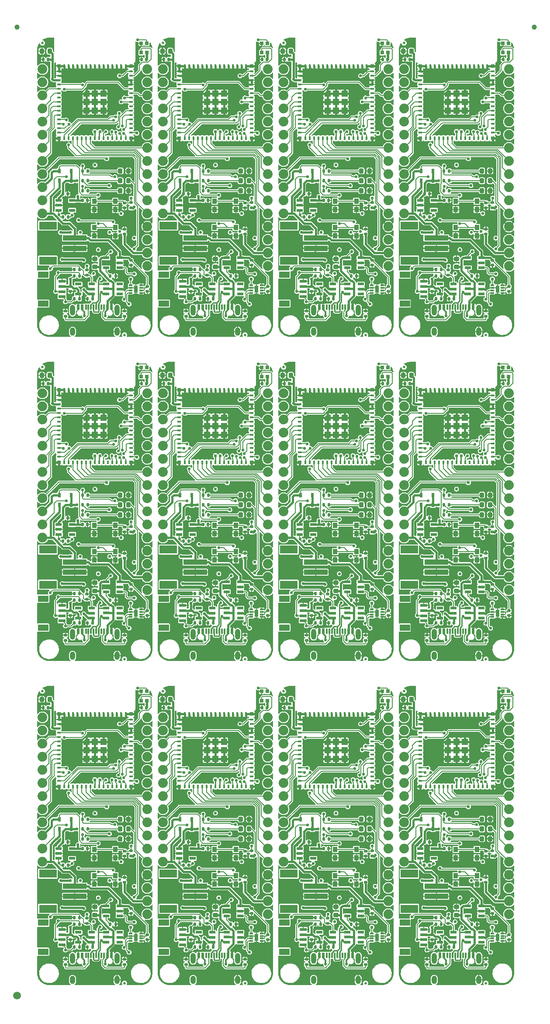
<source format=gtl>
%TF.GenerationSoftware,KiCad,Pcbnew,7.0.10*%
%TF.CreationDate,2024-01-23T14:15:21-07:00*%
%TF.ProjectId,SparkFun_Thing_Plus_ESP32-S3_panelized,53706172-6b46-4756-9e5f-5468696e675f,rev?*%
%TF.SameCoordinates,Original*%
%TF.FileFunction,Copper,L1,Top*%
%TF.FilePolarity,Positive*%
%FSLAX46Y46*%
G04 Gerber Fmt 4.6, Leading zero omitted, Abs format (unit mm)*
G04 Created by KiCad (PCBNEW 7.0.10) date 2024-01-23 14:15:21*
%MOMM*%
%LPD*%
G01*
G04 APERTURE LIST*
G04 Aperture macros list*
%AMRoundRect*
0 Rectangle with rounded corners*
0 $1 Rounding radius*
0 $2 $3 $4 $5 $6 $7 $8 $9 X,Y pos of 4 corners*
0 Add a 4 corners polygon primitive as box body*
4,1,4,$2,$3,$4,$5,$6,$7,$8,$9,$2,$3,0*
0 Add four circle primitives for the rounded corners*
1,1,$1+$1,$2,$3*
1,1,$1+$1,$4,$5*
1,1,$1+$1,$6,$7*
1,1,$1+$1,$8,$9*
0 Add four rect primitives between the rounded corners*
20,1,$1+$1,$2,$3,$4,$5,0*
20,1,$1+$1,$4,$5,$6,$7,0*
20,1,$1+$1,$6,$7,$8,$9,0*
20,1,$1+$1,$8,$9,$2,$3,0*%
%AMOutline5P*
0 Free polygon, 5 corners , with rotation*
0 The origin of the aperture is its center*
0 number of corners: always 5*
0 $1 to $10 corner X, Y*
0 $11 Rotation angle, in degrees counterclockwise*
0 create outline with 5 corners*
4,1,5,$1,$2,$3,$4,$5,$6,$7,$8,$9,$10,$1,$2,$11*%
%AMOutline6P*
0 Free polygon, 6 corners , with rotation*
0 The origin of the aperture is its center*
0 number of corners: always 6*
0 $1 to $12 corner X, Y*
0 $13 Rotation angle, in degrees counterclockwise*
0 create outline with 6 corners*
4,1,6,$1,$2,$3,$4,$5,$6,$7,$8,$9,$10,$11,$12,$1,$2,$13*%
%AMOutline7P*
0 Free polygon, 7 corners , with rotation*
0 The origin of the aperture is its center*
0 number of corners: always 7*
0 $1 to $14 corner X, Y*
0 $15 Rotation angle, in degrees counterclockwise*
0 create outline with 7 corners*
4,1,7,$1,$2,$3,$4,$5,$6,$7,$8,$9,$10,$11,$12,$13,$14,$1,$2,$15*%
%AMOutline8P*
0 Free polygon, 8 corners , with rotation*
0 The origin of the aperture is its center*
0 number of corners: always 8*
0 $1 to $16 corner X, Y*
0 $17 Rotation angle, in degrees counterclockwise*
0 create outline with 8 corners*
4,1,8,$1,$2,$3,$4,$5,$6,$7,$8,$9,$10,$11,$12,$13,$14,$15,$16,$1,$2,$17*%
G04 Aperture macros list end*
%TA.AperFunction,SMDPad,CuDef*%
%ADD10C,1.000000*%
%TD*%
%TA.AperFunction,SMDPad,CuDef*%
%ADD11C,1.500000*%
%TD*%
%TA.AperFunction,SMDPad,CuDef*%
%ADD12RoundRect,0.135000X-0.135000X-0.185000X0.135000X-0.185000X0.135000X0.185000X-0.135000X0.185000X0*%
%TD*%
%TA.AperFunction,SMDPad,CuDef*%
%ADD13R,4.600000X1.000000*%
%TD*%
%TA.AperFunction,SMDPad,CuDef*%
%ADD14R,3.400000X1.600000*%
%TD*%
%TA.AperFunction,SMDPad,CuDef*%
%ADD15RoundRect,0.140000X0.140000X0.170000X-0.140000X0.170000X-0.140000X-0.170000X0.140000X-0.170000X0*%
%TD*%
%TA.AperFunction,SMDPad,CuDef*%
%ADD16RoundRect,0.140000X0.170000X-0.140000X0.170000X0.140000X-0.170000X0.140000X-0.170000X-0.140000X0*%
%TD*%
%TA.AperFunction,SMDPad,CuDef*%
%ADD17RoundRect,0.140000X-0.170000X0.140000X-0.170000X-0.140000X0.170000X-0.140000X0.170000X0.140000X0*%
%TD*%
%TA.AperFunction,SMDPad,CuDef*%
%ADD18RoundRect,0.140000X-0.140000X-0.170000X0.140000X-0.170000X0.140000X0.170000X-0.140000X0.170000X0*%
%TD*%
%TA.AperFunction,SMDPad,CuDef*%
%ADD19R,1.200000X0.550000*%
%TD*%
%TA.AperFunction,SMDPad,CuDef*%
%ADD20RoundRect,0.225000X-0.225000X-0.250000X0.225000X-0.250000X0.225000X0.250000X-0.225000X0.250000X0*%
%TD*%
%TA.AperFunction,SMDPad,CuDef*%
%ADD21R,0.800000X0.400000*%
%TD*%
%TA.AperFunction,SMDPad,CuDef*%
%ADD22R,0.400000X0.800000*%
%TD*%
%TA.AperFunction,SMDPad,CuDef*%
%ADD23Outline5P,-0.600000X0.120000X-0.120000X0.600000X0.600000X0.600000X0.600000X-0.600000X-0.600000X-0.600000X0.000000*%
%TD*%
%TA.AperFunction,SMDPad,CuDef*%
%ADD24R,1.200000X1.200000*%
%TD*%
%TA.AperFunction,SMDPad,CuDef*%
%ADD25R,0.800000X0.800000*%
%TD*%
%TA.AperFunction,ComponentPad*%
%ADD26C,1.879600*%
%TD*%
%TA.AperFunction,SMDPad,CuDef*%
%ADD27RoundRect,0.135000X-0.185000X0.135000X-0.185000X-0.135000X0.185000X-0.135000X0.185000X0.135000X0*%
%TD*%
%TA.AperFunction,SMDPad,CuDef*%
%ADD28R,1.350000X0.600000*%
%TD*%
%TA.AperFunction,SMDPad,CuDef*%
%ADD29R,2.000000X1.200000*%
%TD*%
%TA.AperFunction,SMDPad,CuDef*%
%ADD30R,0.900000X1.000000*%
%TD*%
%TA.AperFunction,SMDPad,CuDef*%
%ADD31RoundRect,0.135000X0.135000X0.185000X-0.135000X0.185000X-0.135000X-0.185000X0.135000X-0.185000X0*%
%TD*%
%TA.AperFunction,SMDPad,CuDef*%
%ADD32R,0.630000X0.830000*%
%TD*%
%TA.AperFunction,SMDPad,CuDef*%
%ADD33RoundRect,0.135000X0.185000X-0.135000X0.185000X0.135000X-0.185000X0.135000X-0.185000X-0.135000X0*%
%TD*%
%TA.AperFunction,SMDPad,CuDef*%
%ADD34C,0.500000*%
%TD*%
%TA.AperFunction,SMDPad,CuDef*%
%ADD35RoundRect,0.218750X0.218750X0.256250X-0.218750X0.256250X-0.218750X-0.256250X0.218750X-0.256250X0*%
%TD*%
%TA.AperFunction,SMDPad,CuDef*%
%ADD36RoundRect,0.225000X0.250000X-0.225000X0.250000X0.225000X-0.250000X0.225000X-0.250000X-0.225000X0*%
%TD*%
%TA.AperFunction,SMDPad,CuDef*%
%ADD37R,0.300000X1.000000*%
%TD*%
%TA.AperFunction,SMDPad,CuDef*%
%ADD38R,0.600000X1.000000*%
%TD*%
%TA.AperFunction,ComponentPad*%
%ADD39O,1.000000X1.600000*%
%TD*%
%TA.AperFunction,ComponentPad*%
%ADD40O,1.000000X2.100000*%
%TD*%
%TA.AperFunction,SMDPad,CuDef*%
%ADD41R,0.700000X0.300000*%
%TD*%
%TA.AperFunction,SMDPad,CuDef*%
%ADD42R,0.800000X1.380000*%
%TD*%
%TA.AperFunction,SMDPad,CuDef*%
%ADD43R,0.700000X0.700000*%
%TD*%
%TA.AperFunction,ViaPad*%
%ADD44C,0.609600*%
%TD*%
%TA.AperFunction,ViaPad*%
%ADD45C,0.560000*%
%TD*%
%TA.AperFunction,Conductor*%
%ADD46C,0.152400*%
%TD*%
%TA.AperFunction,Conductor*%
%ADD47C,0.228600*%
%TD*%
%TA.AperFunction,Conductor*%
%ADD48C,0.406400*%
%TD*%
%TA.AperFunction,Conductor*%
%ADD49C,0.348996*%
%TD*%
G04 APERTURE END LIST*
D10*
%TO.P,,*%
%TO.N,*%
X96615000Y185690000D03*
%TD*%
%TO.P,,*%
%TO.N,*%
X-3675000Y185690000D03*
%TD*%
D11*
%TO.P,,*%
%TO.N,*%
X-3675000Y-1810000D03*
%TD*%
D12*
%TO.P,R7,1*%
%TO.N,ESP0{slash}STAT*%
X79095000Y157845000D03*
%TO.P,R7,2*%
%TO.N,Net-(D1-A)*%
X80115000Y157845000D03*
%TD*%
%TO.P,R7,1*%
%TO.N,ESP0{slash}STAT*%
X79095000Y95115000D03*
%TO.P,R7,2*%
%TO.N,Net-(D1-A)*%
X80115000Y95115000D03*
%TD*%
%TO.P,R7,1*%
%TO.N,ESP0{slash}STAT*%
X79095000Y32385000D03*
%TO.P,R7,2*%
%TO.N,Net-(D1-A)*%
X80115000Y32385000D03*
%TD*%
%TO.P,R7,1*%
%TO.N,ESP0{slash}STAT*%
X55735000Y157845000D03*
%TO.P,R7,2*%
%TO.N,Net-(D1-A)*%
X56755000Y157845000D03*
%TD*%
%TO.P,R7,1*%
%TO.N,ESP0{slash}STAT*%
X55735000Y95115000D03*
%TO.P,R7,2*%
%TO.N,Net-(D1-A)*%
X56755000Y95115000D03*
%TD*%
%TO.P,R7,1*%
%TO.N,ESP0{slash}STAT*%
X55735000Y32385000D03*
%TO.P,R7,2*%
%TO.N,Net-(D1-A)*%
X56755000Y32385000D03*
%TD*%
%TO.P,R7,1*%
%TO.N,ESP0{slash}STAT*%
X32375000Y157845000D03*
%TO.P,R7,2*%
%TO.N,Net-(D1-A)*%
X33395000Y157845000D03*
%TD*%
%TO.P,R7,1*%
%TO.N,ESP0{slash}STAT*%
X32375000Y95115000D03*
%TO.P,R7,2*%
%TO.N,Net-(D1-A)*%
X33395000Y95115000D03*
%TD*%
%TO.P,R7,1*%
%TO.N,ESP0{slash}STAT*%
X32375000Y32385000D03*
%TO.P,R7,2*%
%TO.N,Net-(D1-A)*%
X33395000Y32385000D03*
%TD*%
%TO.P,R7,1*%
%TO.N,ESP0{slash}STAT*%
X9015000Y157845000D03*
%TO.P,R7,2*%
%TO.N,Net-(D1-A)*%
X10035000Y157845000D03*
%TD*%
%TO.P,R7,1*%
%TO.N,ESP0{slash}STAT*%
X9015000Y95115000D03*
%TO.P,R7,2*%
%TO.N,Net-(D1-A)*%
X10035000Y95115000D03*
%TD*%
D13*
%TO.P,J3,1,-*%
%TO.N,GND*%
X77590000Y142875000D03*
%TO.P,J3,2,+*%
%TO.N,VBATT*%
X77590000Y144875000D03*
D14*
%TO.P,J3,NC1,NC1*%
%TO.N,unconnected-(J3-PadNC1)*%
X72390000Y140475000D03*
%TO.P,J3,NC2,NC2*%
%TO.N,unconnected-(J3-PadNC2)*%
X72390000Y147275000D03*
%TD*%
D13*
%TO.P,J3,1,-*%
%TO.N,GND*%
X77590000Y80145000D03*
%TO.P,J3,2,+*%
%TO.N,VBATT*%
X77590000Y82145000D03*
D14*
%TO.P,J3,NC1,NC1*%
%TO.N,unconnected-(J3-PadNC1)*%
X72390000Y77745000D03*
%TO.P,J3,NC2,NC2*%
%TO.N,unconnected-(J3-PadNC2)*%
X72390000Y84545000D03*
%TD*%
D13*
%TO.P,J3,1,-*%
%TO.N,GND*%
X77590000Y17415000D03*
%TO.P,J3,2,+*%
%TO.N,VBATT*%
X77590000Y19415000D03*
D14*
%TO.P,J3,NC1,NC1*%
%TO.N,unconnected-(J3-PadNC1)*%
X72390000Y15015000D03*
%TO.P,J3,NC2,NC2*%
%TO.N,unconnected-(J3-PadNC2)*%
X72390000Y21815000D03*
%TD*%
D13*
%TO.P,J3,1,-*%
%TO.N,GND*%
X54230000Y142875000D03*
%TO.P,J3,2,+*%
%TO.N,VBATT*%
X54230000Y144875000D03*
D14*
%TO.P,J3,NC1,NC1*%
%TO.N,unconnected-(J3-PadNC1)*%
X49030000Y140475000D03*
%TO.P,J3,NC2,NC2*%
%TO.N,unconnected-(J3-PadNC2)*%
X49030000Y147275000D03*
%TD*%
D13*
%TO.P,J3,1,-*%
%TO.N,GND*%
X54230000Y80145000D03*
%TO.P,J3,2,+*%
%TO.N,VBATT*%
X54230000Y82145000D03*
D14*
%TO.P,J3,NC1,NC1*%
%TO.N,unconnected-(J3-PadNC1)*%
X49030000Y77745000D03*
%TO.P,J3,NC2,NC2*%
%TO.N,unconnected-(J3-PadNC2)*%
X49030000Y84545000D03*
%TD*%
D13*
%TO.P,J3,1,-*%
%TO.N,GND*%
X54230000Y17415000D03*
%TO.P,J3,2,+*%
%TO.N,VBATT*%
X54230000Y19415000D03*
D14*
%TO.P,J3,NC1,NC1*%
%TO.N,unconnected-(J3-PadNC1)*%
X49030000Y15015000D03*
%TO.P,J3,NC2,NC2*%
%TO.N,unconnected-(J3-PadNC2)*%
X49030000Y21815000D03*
%TD*%
D13*
%TO.P,J3,1,-*%
%TO.N,GND*%
X30870000Y142875000D03*
%TO.P,J3,2,+*%
%TO.N,VBATT*%
X30870000Y144875000D03*
D14*
%TO.P,J3,NC1,NC1*%
%TO.N,unconnected-(J3-PadNC1)*%
X25670000Y140475000D03*
%TO.P,J3,NC2,NC2*%
%TO.N,unconnected-(J3-PadNC2)*%
X25670000Y147275000D03*
%TD*%
D13*
%TO.P,J3,1,-*%
%TO.N,GND*%
X30870000Y80145000D03*
%TO.P,J3,2,+*%
%TO.N,VBATT*%
X30870000Y82145000D03*
D14*
%TO.P,J3,NC1,NC1*%
%TO.N,unconnected-(J3-PadNC1)*%
X25670000Y77745000D03*
%TO.P,J3,NC2,NC2*%
%TO.N,unconnected-(J3-PadNC2)*%
X25670000Y84545000D03*
%TD*%
D13*
%TO.P,J3,1,-*%
%TO.N,GND*%
X30870000Y17415000D03*
%TO.P,J3,2,+*%
%TO.N,VBATT*%
X30870000Y19415000D03*
D14*
%TO.P,J3,NC1,NC1*%
%TO.N,unconnected-(J3-PadNC1)*%
X25670000Y15015000D03*
%TO.P,J3,NC2,NC2*%
%TO.N,unconnected-(J3-PadNC2)*%
X25670000Y21815000D03*
%TD*%
D13*
%TO.P,J3,1,-*%
%TO.N,GND*%
X7510000Y142875000D03*
%TO.P,J3,2,+*%
%TO.N,VBATT*%
X7510000Y144875000D03*
D14*
%TO.P,J3,NC1,NC1*%
%TO.N,unconnected-(J3-PadNC1)*%
X2310000Y140475000D03*
%TO.P,J3,NC2,NC2*%
%TO.N,unconnected-(J3-PadNC2)*%
X2310000Y147275000D03*
%TD*%
D13*
%TO.P,J3,1,-*%
%TO.N,GND*%
X7510000Y80145000D03*
%TO.P,J3,2,+*%
%TO.N,VBATT*%
X7510000Y82145000D03*
D14*
%TO.P,J3,NC1,NC1*%
%TO.N,unconnected-(J3-PadNC1)*%
X2310000Y77745000D03*
%TO.P,J3,NC2,NC2*%
%TO.N,unconnected-(J3-PadNC2)*%
X2310000Y84545000D03*
%TD*%
D15*
%TO.P,C14,1*%
%TO.N,VIN*%
X81037500Y133080000D03*
%TO.P,C14,2*%
%TO.N,GND*%
X80077500Y133080000D03*
%TD*%
%TO.P,C14,1*%
%TO.N,VIN*%
X81037500Y70350000D03*
%TO.P,C14,2*%
%TO.N,GND*%
X80077500Y70350000D03*
%TD*%
%TO.P,C14,1*%
%TO.N,VIN*%
X81037500Y7620000D03*
%TO.P,C14,2*%
%TO.N,GND*%
X80077500Y7620000D03*
%TD*%
%TO.P,C14,1*%
%TO.N,VIN*%
X57677500Y133080000D03*
%TO.P,C14,2*%
%TO.N,GND*%
X56717500Y133080000D03*
%TD*%
%TO.P,C14,1*%
%TO.N,VIN*%
X57677500Y70350000D03*
%TO.P,C14,2*%
%TO.N,GND*%
X56717500Y70350000D03*
%TD*%
%TO.P,C14,1*%
%TO.N,VIN*%
X57677500Y7620000D03*
%TO.P,C14,2*%
%TO.N,GND*%
X56717500Y7620000D03*
%TD*%
%TO.P,C14,1*%
%TO.N,VIN*%
X34317500Y133080000D03*
%TO.P,C14,2*%
%TO.N,GND*%
X33357500Y133080000D03*
%TD*%
%TO.P,C14,1*%
%TO.N,VIN*%
X34317500Y70350000D03*
%TO.P,C14,2*%
%TO.N,GND*%
X33357500Y70350000D03*
%TD*%
%TO.P,C14,1*%
%TO.N,VIN*%
X34317500Y7620000D03*
%TO.P,C14,2*%
%TO.N,GND*%
X33357500Y7620000D03*
%TD*%
%TO.P,C14,1*%
%TO.N,VIN*%
X10957500Y133080000D03*
%TO.P,C14,2*%
%TO.N,GND*%
X9997500Y133080000D03*
%TD*%
%TO.P,C14,1*%
%TO.N,VIN*%
X10957500Y70350000D03*
%TO.P,C14,2*%
%TO.N,GND*%
X9997500Y70350000D03*
%TD*%
D16*
%TO.P,C11,1*%
%TO.N,3.3V*%
X87225000Y145617500D03*
%TO.P,C11,2*%
%TO.N,GND*%
X87225000Y146577500D03*
%TD*%
%TO.P,C11,1*%
%TO.N,3.3V*%
X87225000Y82887500D03*
%TO.P,C11,2*%
%TO.N,GND*%
X87225000Y83847500D03*
%TD*%
%TO.P,C11,1*%
%TO.N,3.3V*%
X87225000Y20157500D03*
%TO.P,C11,2*%
%TO.N,GND*%
X87225000Y21117500D03*
%TD*%
%TO.P,C11,1*%
%TO.N,3.3V*%
X63865000Y145617500D03*
%TO.P,C11,2*%
%TO.N,GND*%
X63865000Y146577500D03*
%TD*%
%TO.P,C11,1*%
%TO.N,3.3V*%
X63865000Y82887500D03*
%TO.P,C11,2*%
%TO.N,GND*%
X63865000Y83847500D03*
%TD*%
%TO.P,C11,1*%
%TO.N,3.3V*%
X63865000Y20157500D03*
%TO.P,C11,2*%
%TO.N,GND*%
X63865000Y21117500D03*
%TD*%
%TO.P,C11,1*%
%TO.N,3.3V*%
X40505000Y145617500D03*
%TO.P,C11,2*%
%TO.N,GND*%
X40505000Y146577500D03*
%TD*%
%TO.P,C11,1*%
%TO.N,3.3V*%
X40505000Y82887500D03*
%TO.P,C11,2*%
%TO.N,GND*%
X40505000Y83847500D03*
%TD*%
%TO.P,C11,1*%
%TO.N,3.3V*%
X40505000Y20157500D03*
%TO.P,C11,2*%
%TO.N,GND*%
X40505000Y21117500D03*
%TD*%
%TO.P,C11,1*%
%TO.N,3.3V*%
X17145000Y145617500D03*
%TO.P,C11,2*%
%TO.N,GND*%
X17145000Y146577500D03*
%TD*%
%TO.P,C11,1*%
%TO.N,3.3V*%
X17145000Y82887500D03*
%TO.P,C11,2*%
%TO.N,GND*%
X17145000Y83847500D03*
%TD*%
D17*
%TO.P,C3,1*%
%TO.N,3.3V_P*%
X76747500Y135465000D03*
%TO.P,C3,2*%
%TO.N,GND*%
X76747500Y134505000D03*
%TD*%
%TO.P,C3,1*%
%TO.N,3.3V_P*%
X76747500Y72735000D03*
%TO.P,C3,2*%
%TO.N,GND*%
X76747500Y71775000D03*
%TD*%
%TO.P,C3,1*%
%TO.N,3.3V_P*%
X76747500Y10005000D03*
%TO.P,C3,2*%
%TO.N,GND*%
X76747500Y9045000D03*
%TD*%
%TO.P,C3,1*%
%TO.N,3.3V_P*%
X53387500Y135465000D03*
%TO.P,C3,2*%
%TO.N,GND*%
X53387500Y134505000D03*
%TD*%
%TO.P,C3,1*%
%TO.N,3.3V_P*%
X53387500Y72735000D03*
%TO.P,C3,2*%
%TO.N,GND*%
X53387500Y71775000D03*
%TD*%
%TO.P,C3,1*%
%TO.N,3.3V_P*%
X53387500Y10005000D03*
%TO.P,C3,2*%
%TO.N,GND*%
X53387500Y9045000D03*
%TD*%
%TO.P,C3,1*%
%TO.N,3.3V_P*%
X30027500Y135465000D03*
%TO.P,C3,2*%
%TO.N,GND*%
X30027500Y134505000D03*
%TD*%
%TO.P,C3,1*%
%TO.N,3.3V_P*%
X30027500Y72735000D03*
%TO.P,C3,2*%
%TO.N,GND*%
X30027500Y71775000D03*
%TD*%
%TO.P,C3,1*%
%TO.N,3.3V_P*%
X30027500Y10005000D03*
%TO.P,C3,2*%
%TO.N,GND*%
X30027500Y9045000D03*
%TD*%
%TO.P,C3,1*%
%TO.N,3.3V_P*%
X6667500Y135465000D03*
%TO.P,C3,2*%
%TO.N,GND*%
X6667500Y134505000D03*
%TD*%
%TO.P,C3,1*%
%TO.N,3.3V_P*%
X6667500Y72735000D03*
%TO.P,C3,2*%
%TO.N,GND*%
X6667500Y71775000D03*
%TD*%
D18*
%TO.P,C13,1*%
%TO.N,3.3V*%
X79125000Y152130000D03*
%TO.P,C13,2*%
%TO.N,GND*%
X80085000Y152130000D03*
%TD*%
%TO.P,C13,1*%
%TO.N,3.3V*%
X79125000Y89400000D03*
%TO.P,C13,2*%
%TO.N,GND*%
X80085000Y89400000D03*
%TD*%
%TO.P,C13,1*%
%TO.N,3.3V*%
X79125000Y26670000D03*
%TO.P,C13,2*%
%TO.N,GND*%
X80085000Y26670000D03*
%TD*%
%TO.P,C13,1*%
%TO.N,3.3V*%
X55765000Y152130000D03*
%TO.P,C13,2*%
%TO.N,GND*%
X56725000Y152130000D03*
%TD*%
%TO.P,C13,1*%
%TO.N,3.3V*%
X55765000Y89400000D03*
%TO.P,C13,2*%
%TO.N,GND*%
X56725000Y89400000D03*
%TD*%
%TO.P,C13,1*%
%TO.N,3.3V*%
X55765000Y26670000D03*
%TO.P,C13,2*%
%TO.N,GND*%
X56725000Y26670000D03*
%TD*%
%TO.P,C13,1*%
%TO.N,3.3V*%
X32405000Y152130000D03*
%TO.P,C13,2*%
%TO.N,GND*%
X33365000Y152130000D03*
%TD*%
%TO.P,C13,1*%
%TO.N,3.3V*%
X32405000Y89400000D03*
%TO.P,C13,2*%
%TO.N,GND*%
X33365000Y89400000D03*
%TD*%
%TO.P,C13,1*%
%TO.N,3.3V*%
X32405000Y26670000D03*
%TO.P,C13,2*%
%TO.N,GND*%
X33365000Y26670000D03*
%TD*%
%TO.P,C13,1*%
%TO.N,3.3V*%
X9045000Y152130000D03*
%TO.P,C13,2*%
%TO.N,GND*%
X10005000Y152130000D03*
%TD*%
%TO.P,C13,1*%
%TO.N,3.3V*%
X9045000Y89400000D03*
%TO.P,C13,2*%
%TO.N,GND*%
X10005000Y89400000D03*
%TD*%
D19*
%TO.P,U1,1,VIN*%
%TO.N,VIN*%
X80905100Y134035000D03*
%TO.P,U1,2,GND*%
%TO.N,GND*%
X80905100Y134985000D03*
%TO.P,U1,3,EN*%
%TO.N,ESP45{slash}Q_EN*%
X80905100Y135935000D03*
%TO.P,U1,4,NC*%
%TO.N,unconnected-(U1-NC-Pad4)*%
X78304900Y135935000D03*
%TO.P,U1,5,VOUT*%
%TO.N,3.3V_P*%
X78304900Y134035000D03*
%TD*%
%TO.P,U1,1,VIN*%
%TO.N,VIN*%
X80905100Y71305000D03*
%TO.P,U1,2,GND*%
%TO.N,GND*%
X80905100Y72255000D03*
%TO.P,U1,3,EN*%
%TO.N,ESP45{slash}Q_EN*%
X80905100Y73205000D03*
%TO.P,U1,4,NC*%
%TO.N,unconnected-(U1-NC-Pad4)*%
X78304900Y73205000D03*
%TO.P,U1,5,VOUT*%
%TO.N,3.3V_P*%
X78304900Y71305000D03*
%TD*%
%TO.P,U1,1,VIN*%
%TO.N,VIN*%
X80905100Y8575000D03*
%TO.P,U1,2,GND*%
%TO.N,GND*%
X80905100Y9525000D03*
%TO.P,U1,3,EN*%
%TO.N,ESP45{slash}Q_EN*%
X80905100Y10475000D03*
%TO.P,U1,4,NC*%
%TO.N,unconnected-(U1-NC-Pad4)*%
X78304900Y10475000D03*
%TO.P,U1,5,VOUT*%
%TO.N,3.3V_P*%
X78304900Y8575000D03*
%TD*%
%TO.P,U1,1,VIN*%
%TO.N,VIN*%
X57545100Y134035000D03*
%TO.P,U1,2,GND*%
%TO.N,GND*%
X57545100Y134985000D03*
%TO.P,U1,3,EN*%
%TO.N,ESP45{slash}Q_EN*%
X57545100Y135935000D03*
%TO.P,U1,4,NC*%
%TO.N,unconnected-(U1-NC-Pad4)*%
X54944900Y135935000D03*
%TO.P,U1,5,VOUT*%
%TO.N,3.3V_P*%
X54944900Y134035000D03*
%TD*%
%TO.P,U1,1,VIN*%
%TO.N,VIN*%
X57545100Y71305000D03*
%TO.P,U1,2,GND*%
%TO.N,GND*%
X57545100Y72255000D03*
%TO.P,U1,3,EN*%
%TO.N,ESP45{slash}Q_EN*%
X57545100Y73205000D03*
%TO.P,U1,4,NC*%
%TO.N,unconnected-(U1-NC-Pad4)*%
X54944900Y73205000D03*
%TO.P,U1,5,VOUT*%
%TO.N,3.3V_P*%
X54944900Y71305000D03*
%TD*%
%TO.P,U1,1,VIN*%
%TO.N,VIN*%
X57545100Y8575000D03*
%TO.P,U1,2,GND*%
%TO.N,GND*%
X57545100Y9525000D03*
%TO.P,U1,3,EN*%
%TO.N,ESP45{slash}Q_EN*%
X57545100Y10475000D03*
%TO.P,U1,4,NC*%
%TO.N,unconnected-(U1-NC-Pad4)*%
X54944900Y10475000D03*
%TO.P,U1,5,VOUT*%
%TO.N,3.3V_P*%
X54944900Y8575000D03*
%TD*%
%TO.P,U1,1,VIN*%
%TO.N,VIN*%
X34185100Y134035000D03*
%TO.P,U1,2,GND*%
%TO.N,GND*%
X34185100Y134985000D03*
%TO.P,U1,3,EN*%
%TO.N,ESP45{slash}Q_EN*%
X34185100Y135935000D03*
%TO.P,U1,4,NC*%
%TO.N,unconnected-(U1-NC-Pad4)*%
X31584900Y135935000D03*
%TO.P,U1,5,VOUT*%
%TO.N,3.3V_P*%
X31584900Y134035000D03*
%TD*%
%TO.P,U1,1,VIN*%
%TO.N,VIN*%
X34185100Y71305000D03*
%TO.P,U1,2,GND*%
%TO.N,GND*%
X34185100Y72255000D03*
%TO.P,U1,3,EN*%
%TO.N,ESP45{slash}Q_EN*%
X34185100Y73205000D03*
%TO.P,U1,4,NC*%
%TO.N,unconnected-(U1-NC-Pad4)*%
X31584900Y73205000D03*
%TO.P,U1,5,VOUT*%
%TO.N,3.3V_P*%
X31584900Y71305000D03*
%TD*%
%TO.P,U1,1,VIN*%
%TO.N,VIN*%
X34185100Y8575000D03*
%TO.P,U1,2,GND*%
%TO.N,GND*%
X34185100Y9525000D03*
%TO.P,U1,3,EN*%
%TO.N,ESP45{slash}Q_EN*%
X34185100Y10475000D03*
%TO.P,U1,4,NC*%
%TO.N,unconnected-(U1-NC-Pad4)*%
X31584900Y10475000D03*
%TO.P,U1,5,VOUT*%
%TO.N,3.3V_P*%
X31584900Y8575000D03*
%TD*%
%TO.P,U1,1,VIN*%
%TO.N,VIN*%
X10825100Y134035000D03*
%TO.P,U1,2,GND*%
%TO.N,GND*%
X10825100Y134985000D03*
%TO.P,U1,3,EN*%
%TO.N,ESP45{slash}Q_EN*%
X10825100Y135935000D03*
%TO.P,U1,4,NC*%
%TO.N,unconnected-(U1-NC-Pad4)*%
X8224900Y135935000D03*
%TO.P,U1,5,VOUT*%
%TO.N,3.3V_P*%
X8224900Y134035000D03*
%TD*%
%TO.P,U1,1,VIN*%
%TO.N,VIN*%
X10825100Y71305000D03*
%TO.P,U1,2,GND*%
%TO.N,GND*%
X10825100Y72255000D03*
%TO.P,U1,3,EN*%
%TO.N,ESP45{slash}Q_EN*%
X10825100Y73205000D03*
%TO.P,U1,4,NC*%
%TO.N,unconnected-(U1-NC-Pad4)*%
X8224900Y73205000D03*
%TO.P,U1,5,VOUT*%
%TO.N,3.3V_P*%
X8224900Y71305000D03*
%TD*%
D20*
%TO.P,C1,1*%
%TO.N,GND*%
X71210000Y181022500D03*
%TO.P,C1,2*%
%TO.N,3.3V*%
X72760000Y181022500D03*
%TD*%
%TO.P,C1,1*%
%TO.N,GND*%
X71210000Y118292500D03*
%TO.P,C1,2*%
%TO.N,3.3V*%
X72760000Y118292500D03*
%TD*%
%TO.P,C1,1*%
%TO.N,GND*%
X71210000Y55562500D03*
%TO.P,C1,2*%
%TO.N,3.3V*%
X72760000Y55562500D03*
%TD*%
%TO.P,C1,1*%
%TO.N,GND*%
X47850000Y181022500D03*
%TO.P,C1,2*%
%TO.N,3.3V*%
X49400000Y181022500D03*
%TD*%
%TO.P,C1,1*%
%TO.N,GND*%
X47850000Y118292500D03*
%TO.P,C1,2*%
%TO.N,3.3V*%
X49400000Y118292500D03*
%TD*%
%TO.P,C1,1*%
%TO.N,GND*%
X47850000Y55562500D03*
%TO.P,C1,2*%
%TO.N,3.3V*%
X49400000Y55562500D03*
%TD*%
%TO.P,C1,1*%
%TO.N,GND*%
X24490000Y181022500D03*
%TO.P,C1,2*%
%TO.N,3.3V*%
X26040000Y181022500D03*
%TD*%
%TO.P,C1,1*%
%TO.N,GND*%
X24490000Y118292500D03*
%TO.P,C1,2*%
%TO.N,3.3V*%
X26040000Y118292500D03*
%TD*%
%TO.P,C1,1*%
%TO.N,GND*%
X24490000Y55562500D03*
%TO.P,C1,2*%
%TO.N,3.3V*%
X26040000Y55562500D03*
%TD*%
%TO.P,C1,1*%
%TO.N,GND*%
X1130000Y181022500D03*
%TO.P,C1,2*%
%TO.N,3.3V*%
X2680000Y181022500D03*
%TD*%
%TO.P,C1,1*%
%TO.N,GND*%
X1130000Y118292500D03*
%TO.P,C1,2*%
%TO.N,3.3V*%
X2680000Y118292500D03*
%TD*%
D21*
%TO.P,U3,1,GND*%
%TO.N,GND*%
X74510000Y177130000D03*
%TO.P,U3,2,GND*%
X74510000Y176280000D03*
%TO.P,U3,3,3V3*%
%TO.N,3.3V*%
X74510000Y175430000D03*
%TO.P,U3,4,IO0*%
%TO.N,ESP0{slash}STAT*%
X74510000Y174580000D03*
%TO.P,U3,5,IOA1*%
%TO.N,ESP1*%
X74510000Y173730000D03*
%TO.P,U3,6,IOA2*%
%TO.N,ESP2*%
X74510000Y172880000D03*
%TO.P,U3,7,IOA3*%
%TO.N,unconnected-(U3-IOA3-Pad7)*%
X74510000Y172030000D03*
%TO.P,U3,8,IOA4*%
%TO.N,ESP4*%
X74510000Y171180000D03*
%TO.P,U3,9,IOA5*%
%TO.N,ESP5*%
X74510000Y170330000D03*
%TO.P,U3,10,IOA6*%
%TO.N,ESP6*%
X74510000Y169480000D03*
%TO.P,U3,11,IOA7*%
%TO.N,ESP7*%
X74510000Y168630000D03*
%TO.P,U3,12,IOA8*%
%TO.N,ESP8{slash}SDA*%
X74510000Y167780000D03*
%TO.P,U3,13,IOA9*%
%TO.N,ESP9{slash}SCL*%
X74510000Y166930000D03*
%TO.P,U3,14,IOA10*%
%TO.N,ESP10{slash}A0*%
X74510000Y166080000D03*
%TO.P,U3,15,IOA11*%
%TO.N,ESP11{slash}PICO*%
X74510000Y165230000D03*
D22*
%TO.P,U3,16,IOA12*%
%TO.N,ESP12{slash}SCK*%
X75560000Y164180000D03*
%TO.P,U3,17,IOA13*%
%TO.N,ESP13{slash}POCI*%
X76410000Y164180000D03*
%TO.P,U3,18,IOA14*%
%TO.N,ESP14{slash}A1*%
X77260000Y164180000D03*
%TO.P,U3,19,IOA15*%
%TO.N,ESP15{slash}A2*%
X78110000Y164180000D03*
%TO.P,U3,20,IOA16*%
%TO.N,ESP16{slash}A3*%
X78960000Y164180000D03*
%TO.P,U3,21,IOA17*%
%TO.N,ESP17{slash}A4*%
X79810000Y164180000D03*
%TO.P,U3,22,IOA18*%
%TO.N,ESP18{slash}A5*%
X80660000Y164180000D03*
%TO.P,U3,23,IOA19*%
%TO.N,ESP19{slash}D-*%
X81510000Y164180000D03*
%TO.P,U3,24,IOA20*%
%TO.N,ESP20{slash}D+*%
X82360000Y164180000D03*
%TO.P,U3,25,IO21*%
%TO.N,ESP21*%
X83210000Y164180000D03*
%TO.P,U3,26,IO26*%
%TO.N,unconnected-(U3-IO26-Pad26)*%
X84060000Y164180000D03*
%TO.P,U3,27,IO47*%
%TO.N,ESP47{slash}SDIO2*%
X84910000Y164180000D03*
%TO.P,U3,28,IO33*%
%TO.N,ESP33{slash}SDIO3*%
X85760000Y164180000D03*
%TO.P,U3,29,IO34*%
%TO.N,ESP34{slash}SDIO_CMD*%
X86610000Y164180000D03*
%TO.P,U3,30,IO48*%
%TO.N,ESP48{slash}SDIO_~{DET}*%
X87460000Y164180000D03*
D21*
%TO.P,U3,31,IO35*%
%TO.N,ESP35{slash}~{ALRT}*%
X88510000Y165230000D03*
%TO.P,U3,32,IO36*%
%TO.N,unconnected-(U3-IO36-Pad32)*%
X88510000Y166080000D03*
%TO.P,U3,33,IO37*%
%TO.N,unconnected-(U3-IO37-Pad33)*%
X88510000Y166930000D03*
%TO.P,U3,34,IO38*%
%TO.N,ESP38{slash}SDIO_CLK*%
X88510000Y167780000D03*
%TO.P,U3,35,IO39*%
%TO.N,ESP39{slash}SDIO0*%
X88510000Y168630000D03*
%TO.P,U3,36,IO40*%
%TO.N,ESP40{slash}SDIO1*%
X88510000Y169480000D03*
%TO.P,U3,37,IO41*%
%TO.N,ESP41{slash}LP_CTL*%
X88510000Y170330000D03*
%TO.P,U3,38,IO42*%
%TO.N,ESP42{slash}FREE*%
X88510000Y171180000D03*
%TO.P,U3,39,TXD0/IO43*%
%TO.N,ESP43{slash}TXO*%
X88510000Y172030000D03*
%TO.P,U3,40,RXD0/IO44*%
%TO.N,ESP44{slash}RXI*%
X88510000Y172880000D03*
%TO.P,U3,41,IO45*%
%TO.N,ESP45{slash}Q_EN*%
X88510000Y173730000D03*
%TO.P,U3,42,GND*%
%TO.N,GND*%
X88510000Y174580000D03*
%TO.P,U3,43,GND*%
X88510000Y175430000D03*
%TO.P,U3,44,IO46*%
%TO.N,ESP46{slash}LED*%
X88510000Y176280000D03*
%TO.P,U3,45,EN*%
%TO.N,ESP~{RST}*%
X88510000Y177130000D03*
D22*
%TO.P,U3,46,GND*%
%TO.N,GND*%
X87460000Y178180000D03*
%TO.P,U3,47,GND*%
X86610000Y178180000D03*
%TO.P,U3,48,GND*%
X85760000Y178180000D03*
%TO.P,U3,49,GND*%
X84910000Y178180000D03*
%TO.P,U3,50,GND*%
X84060000Y178180000D03*
%TO.P,U3,51,GND*%
X83210000Y178180000D03*
%TO.P,U3,52,GND*%
X82360000Y178180000D03*
%TO.P,U3,53,GND*%
X81510000Y178180000D03*
%TO.P,U3,54,GND*%
X80660000Y178180000D03*
%TO.P,U3,55,GND*%
X79810000Y178180000D03*
%TO.P,U3,56,GND*%
X78960000Y178180000D03*
%TO.P,U3,57,GND*%
X78110000Y178180000D03*
%TO.P,U3,58,GND*%
X77260000Y178180000D03*
%TO.P,U3,59,GND*%
X76410000Y178180000D03*
%TO.P,U3,60,GND*%
X75560000Y178180000D03*
D23*
%TO.P,U3,61,GND*%
X79860000Y172830000D03*
D24*
X79860000Y171180000D03*
X79860000Y169530000D03*
X81510000Y172830000D03*
X81510000Y171180000D03*
X81510000Y169530000D03*
X83160000Y172830000D03*
X83160000Y171180000D03*
X83160000Y169530000D03*
D25*
%TO.P,U3,62,GND*%
X74510000Y178180000D03*
%TO.P,U3,63,GND*%
X74510000Y164180000D03*
%TO.P,U3,64,GND*%
X88510000Y164180000D03*
%TO.P,U3,65,GND*%
X88510000Y178180000D03*
%TD*%
D21*
%TO.P,U3,1,GND*%
%TO.N,GND*%
X74510000Y114400000D03*
%TO.P,U3,2,GND*%
X74510000Y113550000D03*
%TO.P,U3,3,3V3*%
%TO.N,3.3V*%
X74510000Y112700000D03*
%TO.P,U3,4,IO0*%
%TO.N,ESP0{slash}STAT*%
X74510000Y111850000D03*
%TO.P,U3,5,IOA1*%
%TO.N,ESP1*%
X74510000Y111000000D03*
%TO.P,U3,6,IOA2*%
%TO.N,ESP2*%
X74510000Y110150000D03*
%TO.P,U3,7,IOA3*%
%TO.N,unconnected-(U3-IOA3-Pad7)*%
X74510000Y109300000D03*
%TO.P,U3,8,IOA4*%
%TO.N,ESP4*%
X74510000Y108450000D03*
%TO.P,U3,9,IOA5*%
%TO.N,ESP5*%
X74510000Y107600000D03*
%TO.P,U3,10,IOA6*%
%TO.N,ESP6*%
X74510000Y106750000D03*
%TO.P,U3,11,IOA7*%
%TO.N,ESP7*%
X74510000Y105900000D03*
%TO.P,U3,12,IOA8*%
%TO.N,ESP8{slash}SDA*%
X74510000Y105050000D03*
%TO.P,U3,13,IOA9*%
%TO.N,ESP9{slash}SCL*%
X74510000Y104200000D03*
%TO.P,U3,14,IOA10*%
%TO.N,ESP10{slash}A0*%
X74510000Y103350000D03*
%TO.P,U3,15,IOA11*%
%TO.N,ESP11{slash}PICO*%
X74510000Y102500000D03*
D22*
%TO.P,U3,16,IOA12*%
%TO.N,ESP12{slash}SCK*%
X75560000Y101450000D03*
%TO.P,U3,17,IOA13*%
%TO.N,ESP13{slash}POCI*%
X76410000Y101450000D03*
%TO.P,U3,18,IOA14*%
%TO.N,ESP14{slash}A1*%
X77260000Y101450000D03*
%TO.P,U3,19,IOA15*%
%TO.N,ESP15{slash}A2*%
X78110000Y101450000D03*
%TO.P,U3,20,IOA16*%
%TO.N,ESP16{slash}A3*%
X78960000Y101450000D03*
%TO.P,U3,21,IOA17*%
%TO.N,ESP17{slash}A4*%
X79810000Y101450000D03*
%TO.P,U3,22,IOA18*%
%TO.N,ESP18{slash}A5*%
X80660000Y101450000D03*
%TO.P,U3,23,IOA19*%
%TO.N,ESP19{slash}D-*%
X81510000Y101450000D03*
%TO.P,U3,24,IOA20*%
%TO.N,ESP20{slash}D+*%
X82360000Y101450000D03*
%TO.P,U3,25,IO21*%
%TO.N,ESP21*%
X83210000Y101450000D03*
%TO.P,U3,26,IO26*%
%TO.N,unconnected-(U3-IO26-Pad26)*%
X84060000Y101450000D03*
%TO.P,U3,27,IO47*%
%TO.N,ESP47{slash}SDIO2*%
X84910000Y101450000D03*
%TO.P,U3,28,IO33*%
%TO.N,ESP33{slash}SDIO3*%
X85760000Y101450000D03*
%TO.P,U3,29,IO34*%
%TO.N,ESP34{slash}SDIO_CMD*%
X86610000Y101450000D03*
%TO.P,U3,30,IO48*%
%TO.N,ESP48{slash}SDIO_~{DET}*%
X87460000Y101450000D03*
D21*
%TO.P,U3,31,IO35*%
%TO.N,ESP35{slash}~{ALRT}*%
X88510000Y102500000D03*
%TO.P,U3,32,IO36*%
%TO.N,unconnected-(U3-IO36-Pad32)*%
X88510000Y103350000D03*
%TO.P,U3,33,IO37*%
%TO.N,unconnected-(U3-IO37-Pad33)*%
X88510000Y104200000D03*
%TO.P,U3,34,IO38*%
%TO.N,ESP38{slash}SDIO_CLK*%
X88510000Y105050000D03*
%TO.P,U3,35,IO39*%
%TO.N,ESP39{slash}SDIO0*%
X88510000Y105900000D03*
%TO.P,U3,36,IO40*%
%TO.N,ESP40{slash}SDIO1*%
X88510000Y106750000D03*
%TO.P,U3,37,IO41*%
%TO.N,ESP41{slash}LP_CTL*%
X88510000Y107600000D03*
%TO.P,U3,38,IO42*%
%TO.N,ESP42{slash}FREE*%
X88510000Y108450000D03*
%TO.P,U3,39,TXD0/IO43*%
%TO.N,ESP43{slash}TXO*%
X88510000Y109300000D03*
%TO.P,U3,40,RXD0/IO44*%
%TO.N,ESP44{slash}RXI*%
X88510000Y110150000D03*
%TO.P,U3,41,IO45*%
%TO.N,ESP45{slash}Q_EN*%
X88510000Y111000000D03*
%TO.P,U3,42,GND*%
%TO.N,GND*%
X88510000Y111850000D03*
%TO.P,U3,43,GND*%
X88510000Y112700000D03*
%TO.P,U3,44,IO46*%
%TO.N,ESP46{slash}LED*%
X88510000Y113550000D03*
%TO.P,U3,45,EN*%
%TO.N,ESP~{RST}*%
X88510000Y114400000D03*
D22*
%TO.P,U3,46,GND*%
%TO.N,GND*%
X87460000Y115450000D03*
%TO.P,U3,47,GND*%
X86610000Y115450000D03*
%TO.P,U3,48,GND*%
X85760000Y115450000D03*
%TO.P,U3,49,GND*%
X84910000Y115450000D03*
%TO.P,U3,50,GND*%
X84060000Y115450000D03*
%TO.P,U3,51,GND*%
X83210000Y115450000D03*
%TO.P,U3,52,GND*%
X82360000Y115450000D03*
%TO.P,U3,53,GND*%
X81510000Y115450000D03*
%TO.P,U3,54,GND*%
X80660000Y115450000D03*
%TO.P,U3,55,GND*%
X79810000Y115450000D03*
%TO.P,U3,56,GND*%
X78960000Y115450000D03*
%TO.P,U3,57,GND*%
X78110000Y115450000D03*
%TO.P,U3,58,GND*%
X77260000Y115450000D03*
%TO.P,U3,59,GND*%
X76410000Y115450000D03*
%TO.P,U3,60,GND*%
X75560000Y115450000D03*
D23*
%TO.P,U3,61,GND*%
X79860000Y110100000D03*
D24*
X79860000Y108450000D03*
X79860000Y106800000D03*
X81510000Y110100000D03*
X81510000Y108450000D03*
X81510000Y106800000D03*
X83160000Y110100000D03*
X83160000Y108450000D03*
X83160000Y106800000D03*
D25*
%TO.P,U3,62,GND*%
X74510000Y115450000D03*
%TO.P,U3,63,GND*%
X74510000Y101450000D03*
%TO.P,U3,64,GND*%
X88510000Y101450000D03*
%TO.P,U3,65,GND*%
X88510000Y115450000D03*
%TD*%
D21*
%TO.P,U3,1,GND*%
%TO.N,GND*%
X74510000Y51670000D03*
%TO.P,U3,2,GND*%
X74510000Y50820000D03*
%TO.P,U3,3,3V3*%
%TO.N,3.3V*%
X74510000Y49970000D03*
%TO.P,U3,4,IO0*%
%TO.N,ESP0{slash}STAT*%
X74510000Y49120000D03*
%TO.P,U3,5,IOA1*%
%TO.N,ESP1*%
X74510000Y48270000D03*
%TO.P,U3,6,IOA2*%
%TO.N,ESP2*%
X74510000Y47420000D03*
%TO.P,U3,7,IOA3*%
%TO.N,unconnected-(U3-IOA3-Pad7)*%
X74510000Y46570000D03*
%TO.P,U3,8,IOA4*%
%TO.N,ESP4*%
X74510000Y45720000D03*
%TO.P,U3,9,IOA5*%
%TO.N,ESP5*%
X74510000Y44870000D03*
%TO.P,U3,10,IOA6*%
%TO.N,ESP6*%
X74510000Y44020000D03*
%TO.P,U3,11,IOA7*%
%TO.N,ESP7*%
X74510000Y43170000D03*
%TO.P,U3,12,IOA8*%
%TO.N,ESP8{slash}SDA*%
X74510000Y42320000D03*
%TO.P,U3,13,IOA9*%
%TO.N,ESP9{slash}SCL*%
X74510000Y41470000D03*
%TO.P,U3,14,IOA10*%
%TO.N,ESP10{slash}A0*%
X74510000Y40620000D03*
%TO.P,U3,15,IOA11*%
%TO.N,ESP11{slash}PICO*%
X74510000Y39770000D03*
D22*
%TO.P,U3,16,IOA12*%
%TO.N,ESP12{slash}SCK*%
X75560000Y38720000D03*
%TO.P,U3,17,IOA13*%
%TO.N,ESP13{slash}POCI*%
X76410000Y38720000D03*
%TO.P,U3,18,IOA14*%
%TO.N,ESP14{slash}A1*%
X77260000Y38720000D03*
%TO.P,U3,19,IOA15*%
%TO.N,ESP15{slash}A2*%
X78110000Y38720000D03*
%TO.P,U3,20,IOA16*%
%TO.N,ESP16{slash}A3*%
X78960000Y38720000D03*
%TO.P,U3,21,IOA17*%
%TO.N,ESP17{slash}A4*%
X79810000Y38720000D03*
%TO.P,U3,22,IOA18*%
%TO.N,ESP18{slash}A5*%
X80660000Y38720000D03*
%TO.P,U3,23,IOA19*%
%TO.N,ESP19{slash}D-*%
X81510000Y38720000D03*
%TO.P,U3,24,IOA20*%
%TO.N,ESP20{slash}D+*%
X82360000Y38720000D03*
%TO.P,U3,25,IO21*%
%TO.N,ESP21*%
X83210000Y38720000D03*
%TO.P,U3,26,IO26*%
%TO.N,unconnected-(U3-IO26-Pad26)*%
X84060000Y38720000D03*
%TO.P,U3,27,IO47*%
%TO.N,ESP47{slash}SDIO2*%
X84910000Y38720000D03*
%TO.P,U3,28,IO33*%
%TO.N,ESP33{slash}SDIO3*%
X85760000Y38720000D03*
%TO.P,U3,29,IO34*%
%TO.N,ESP34{slash}SDIO_CMD*%
X86610000Y38720000D03*
%TO.P,U3,30,IO48*%
%TO.N,ESP48{slash}SDIO_~{DET}*%
X87460000Y38720000D03*
D21*
%TO.P,U3,31,IO35*%
%TO.N,ESP35{slash}~{ALRT}*%
X88510000Y39770000D03*
%TO.P,U3,32,IO36*%
%TO.N,unconnected-(U3-IO36-Pad32)*%
X88510000Y40620000D03*
%TO.P,U3,33,IO37*%
%TO.N,unconnected-(U3-IO37-Pad33)*%
X88510000Y41470000D03*
%TO.P,U3,34,IO38*%
%TO.N,ESP38{slash}SDIO_CLK*%
X88510000Y42320000D03*
%TO.P,U3,35,IO39*%
%TO.N,ESP39{slash}SDIO0*%
X88510000Y43170000D03*
%TO.P,U3,36,IO40*%
%TO.N,ESP40{slash}SDIO1*%
X88510000Y44020000D03*
%TO.P,U3,37,IO41*%
%TO.N,ESP41{slash}LP_CTL*%
X88510000Y44870000D03*
%TO.P,U3,38,IO42*%
%TO.N,ESP42{slash}FREE*%
X88510000Y45720000D03*
%TO.P,U3,39,TXD0/IO43*%
%TO.N,ESP43{slash}TXO*%
X88510000Y46570000D03*
%TO.P,U3,40,RXD0/IO44*%
%TO.N,ESP44{slash}RXI*%
X88510000Y47420000D03*
%TO.P,U3,41,IO45*%
%TO.N,ESP45{slash}Q_EN*%
X88510000Y48270000D03*
%TO.P,U3,42,GND*%
%TO.N,GND*%
X88510000Y49120000D03*
%TO.P,U3,43,GND*%
X88510000Y49970000D03*
%TO.P,U3,44,IO46*%
%TO.N,ESP46{slash}LED*%
X88510000Y50820000D03*
%TO.P,U3,45,EN*%
%TO.N,ESP~{RST}*%
X88510000Y51670000D03*
D22*
%TO.P,U3,46,GND*%
%TO.N,GND*%
X87460000Y52720000D03*
%TO.P,U3,47,GND*%
X86610000Y52720000D03*
%TO.P,U3,48,GND*%
X85760000Y52720000D03*
%TO.P,U3,49,GND*%
X84910000Y52720000D03*
%TO.P,U3,50,GND*%
X84060000Y52720000D03*
%TO.P,U3,51,GND*%
X83210000Y52720000D03*
%TO.P,U3,52,GND*%
X82360000Y52720000D03*
%TO.P,U3,53,GND*%
X81510000Y52720000D03*
%TO.P,U3,54,GND*%
X80660000Y52720000D03*
%TO.P,U3,55,GND*%
X79810000Y52720000D03*
%TO.P,U3,56,GND*%
X78960000Y52720000D03*
%TO.P,U3,57,GND*%
X78110000Y52720000D03*
%TO.P,U3,58,GND*%
X77260000Y52720000D03*
%TO.P,U3,59,GND*%
X76410000Y52720000D03*
%TO.P,U3,60,GND*%
X75560000Y52720000D03*
D23*
%TO.P,U3,61,GND*%
X79860000Y47370000D03*
D24*
X79860000Y45720000D03*
X79860000Y44070000D03*
X81510000Y47370000D03*
X81510000Y45720000D03*
X81510000Y44070000D03*
X83160000Y47370000D03*
X83160000Y45720000D03*
X83160000Y44070000D03*
D25*
%TO.P,U3,62,GND*%
X74510000Y52720000D03*
%TO.P,U3,63,GND*%
X74510000Y38720000D03*
%TO.P,U3,64,GND*%
X88510000Y38720000D03*
%TO.P,U3,65,GND*%
X88510000Y52720000D03*
%TD*%
D21*
%TO.P,U3,1,GND*%
%TO.N,GND*%
X51150000Y177130000D03*
%TO.P,U3,2,GND*%
X51150000Y176280000D03*
%TO.P,U3,3,3V3*%
%TO.N,3.3V*%
X51150000Y175430000D03*
%TO.P,U3,4,IO0*%
%TO.N,ESP0{slash}STAT*%
X51150000Y174580000D03*
%TO.P,U3,5,IOA1*%
%TO.N,ESP1*%
X51150000Y173730000D03*
%TO.P,U3,6,IOA2*%
%TO.N,ESP2*%
X51150000Y172880000D03*
%TO.P,U3,7,IOA3*%
%TO.N,unconnected-(U3-IOA3-Pad7)*%
X51150000Y172030000D03*
%TO.P,U3,8,IOA4*%
%TO.N,ESP4*%
X51150000Y171180000D03*
%TO.P,U3,9,IOA5*%
%TO.N,ESP5*%
X51150000Y170330000D03*
%TO.P,U3,10,IOA6*%
%TO.N,ESP6*%
X51150000Y169480000D03*
%TO.P,U3,11,IOA7*%
%TO.N,ESP7*%
X51150000Y168630000D03*
%TO.P,U3,12,IOA8*%
%TO.N,ESP8{slash}SDA*%
X51150000Y167780000D03*
%TO.P,U3,13,IOA9*%
%TO.N,ESP9{slash}SCL*%
X51150000Y166930000D03*
%TO.P,U3,14,IOA10*%
%TO.N,ESP10{slash}A0*%
X51150000Y166080000D03*
%TO.P,U3,15,IOA11*%
%TO.N,ESP11{slash}PICO*%
X51150000Y165230000D03*
D22*
%TO.P,U3,16,IOA12*%
%TO.N,ESP12{slash}SCK*%
X52200000Y164180000D03*
%TO.P,U3,17,IOA13*%
%TO.N,ESP13{slash}POCI*%
X53050000Y164180000D03*
%TO.P,U3,18,IOA14*%
%TO.N,ESP14{slash}A1*%
X53900000Y164180000D03*
%TO.P,U3,19,IOA15*%
%TO.N,ESP15{slash}A2*%
X54750000Y164180000D03*
%TO.P,U3,20,IOA16*%
%TO.N,ESP16{slash}A3*%
X55600000Y164180000D03*
%TO.P,U3,21,IOA17*%
%TO.N,ESP17{slash}A4*%
X56450000Y164180000D03*
%TO.P,U3,22,IOA18*%
%TO.N,ESP18{slash}A5*%
X57300000Y164180000D03*
%TO.P,U3,23,IOA19*%
%TO.N,ESP19{slash}D-*%
X58150000Y164180000D03*
%TO.P,U3,24,IOA20*%
%TO.N,ESP20{slash}D+*%
X59000000Y164180000D03*
%TO.P,U3,25,IO21*%
%TO.N,ESP21*%
X59850000Y164180000D03*
%TO.P,U3,26,IO26*%
%TO.N,unconnected-(U3-IO26-Pad26)*%
X60700000Y164180000D03*
%TO.P,U3,27,IO47*%
%TO.N,ESP47{slash}SDIO2*%
X61550000Y164180000D03*
%TO.P,U3,28,IO33*%
%TO.N,ESP33{slash}SDIO3*%
X62400000Y164180000D03*
%TO.P,U3,29,IO34*%
%TO.N,ESP34{slash}SDIO_CMD*%
X63250000Y164180000D03*
%TO.P,U3,30,IO48*%
%TO.N,ESP48{slash}SDIO_~{DET}*%
X64100000Y164180000D03*
D21*
%TO.P,U3,31,IO35*%
%TO.N,ESP35{slash}~{ALRT}*%
X65150000Y165230000D03*
%TO.P,U3,32,IO36*%
%TO.N,unconnected-(U3-IO36-Pad32)*%
X65150000Y166080000D03*
%TO.P,U3,33,IO37*%
%TO.N,unconnected-(U3-IO37-Pad33)*%
X65150000Y166930000D03*
%TO.P,U3,34,IO38*%
%TO.N,ESP38{slash}SDIO_CLK*%
X65150000Y167780000D03*
%TO.P,U3,35,IO39*%
%TO.N,ESP39{slash}SDIO0*%
X65150000Y168630000D03*
%TO.P,U3,36,IO40*%
%TO.N,ESP40{slash}SDIO1*%
X65150000Y169480000D03*
%TO.P,U3,37,IO41*%
%TO.N,ESP41{slash}LP_CTL*%
X65150000Y170330000D03*
%TO.P,U3,38,IO42*%
%TO.N,ESP42{slash}FREE*%
X65150000Y171180000D03*
%TO.P,U3,39,TXD0/IO43*%
%TO.N,ESP43{slash}TXO*%
X65150000Y172030000D03*
%TO.P,U3,40,RXD0/IO44*%
%TO.N,ESP44{slash}RXI*%
X65150000Y172880000D03*
%TO.P,U3,41,IO45*%
%TO.N,ESP45{slash}Q_EN*%
X65150000Y173730000D03*
%TO.P,U3,42,GND*%
%TO.N,GND*%
X65150000Y174580000D03*
%TO.P,U3,43,GND*%
X65150000Y175430000D03*
%TO.P,U3,44,IO46*%
%TO.N,ESP46{slash}LED*%
X65150000Y176280000D03*
%TO.P,U3,45,EN*%
%TO.N,ESP~{RST}*%
X65150000Y177130000D03*
D22*
%TO.P,U3,46,GND*%
%TO.N,GND*%
X64100000Y178180000D03*
%TO.P,U3,47,GND*%
X63250000Y178180000D03*
%TO.P,U3,48,GND*%
X62400000Y178180000D03*
%TO.P,U3,49,GND*%
X61550000Y178180000D03*
%TO.P,U3,50,GND*%
X60700000Y178180000D03*
%TO.P,U3,51,GND*%
X59850000Y178180000D03*
%TO.P,U3,52,GND*%
X59000000Y178180000D03*
%TO.P,U3,53,GND*%
X58150000Y178180000D03*
%TO.P,U3,54,GND*%
X57300000Y178180000D03*
%TO.P,U3,55,GND*%
X56450000Y178180000D03*
%TO.P,U3,56,GND*%
X55600000Y178180000D03*
%TO.P,U3,57,GND*%
X54750000Y178180000D03*
%TO.P,U3,58,GND*%
X53900000Y178180000D03*
%TO.P,U3,59,GND*%
X53050000Y178180000D03*
%TO.P,U3,60,GND*%
X52200000Y178180000D03*
D23*
%TO.P,U3,61,GND*%
X56500000Y172830000D03*
D24*
X56500000Y171180000D03*
X56500000Y169530000D03*
X58150000Y172830000D03*
X58150000Y171180000D03*
X58150000Y169530000D03*
X59800000Y172830000D03*
X59800000Y171180000D03*
X59800000Y169530000D03*
D25*
%TO.P,U3,62,GND*%
X51150000Y178180000D03*
%TO.P,U3,63,GND*%
X51150000Y164180000D03*
%TO.P,U3,64,GND*%
X65150000Y164180000D03*
%TO.P,U3,65,GND*%
X65150000Y178180000D03*
%TD*%
D21*
%TO.P,U3,1,GND*%
%TO.N,GND*%
X51150000Y114400000D03*
%TO.P,U3,2,GND*%
X51150000Y113550000D03*
%TO.P,U3,3,3V3*%
%TO.N,3.3V*%
X51150000Y112700000D03*
%TO.P,U3,4,IO0*%
%TO.N,ESP0{slash}STAT*%
X51150000Y111850000D03*
%TO.P,U3,5,IOA1*%
%TO.N,ESP1*%
X51150000Y111000000D03*
%TO.P,U3,6,IOA2*%
%TO.N,ESP2*%
X51150000Y110150000D03*
%TO.P,U3,7,IOA3*%
%TO.N,unconnected-(U3-IOA3-Pad7)*%
X51150000Y109300000D03*
%TO.P,U3,8,IOA4*%
%TO.N,ESP4*%
X51150000Y108450000D03*
%TO.P,U3,9,IOA5*%
%TO.N,ESP5*%
X51150000Y107600000D03*
%TO.P,U3,10,IOA6*%
%TO.N,ESP6*%
X51150000Y106750000D03*
%TO.P,U3,11,IOA7*%
%TO.N,ESP7*%
X51150000Y105900000D03*
%TO.P,U3,12,IOA8*%
%TO.N,ESP8{slash}SDA*%
X51150000Y105050000D03*
%TO.P,U3,13,IOA9*%
%TO.N,ESP9{slash}SCL*%
X51150000Y104200000D03*
%TO.P,U3,14,IOA10*%
%TO.N,ESP10{slash}A0*%
X51150000Y103350000D03*
%TO.P,U3,15,IOA11*%
%TO.N,ESP11{slash}PICO*%
X51150000Y102500000D03*
D22*
%TO.P,U3,16,IOA12*%
%TO.N,ESP12{slash}SCK*%
X52200000Y101450000D03*
%TO.P,U3,17,IOA13*%
%TO.N,ESP13{slash}POCI*%
X53050000Y101450000D03*
%TO.P,U3,18,IOA14*%
%TO.N,ESP14{slash}A1*%
X53900000Y101450000D03*
%TO.P,U3,19,IOA15*%
%TO.N,ESP15{slash}A2*%
X54750000Y101450000D03*
%TO.P,U3,20,IOA16*%
%TO.N,ESP16{slash}A3*%
X55600000Y101450000D03*
%TO.P,U3,21,IOA17*%
%TO.N,ESP17{slash}A4*%
X56450000Y101450000D03*
%TO.P,U3,22,IOA18*%
%TO.N,ESP18{slash}A5*%
X57300000Y101450000D03*
%TO.P,U3,23,IOA19*%
%TO.N,ESP19{slash}D-*%
X58150000Y101450000D03*
%TO.P,U3,24,IOA20*%
%TO.N,ESP20{slash}D+*%
X59000000Y101450000D03*
%TO.P,U3,25,IO21*%
%TO.N,ESP21*%
X59850000Y101450000D03*
%TO.P,U3,26,IO26*%
%TO.N,unconnected-(U3-IO26-Pad26)*%
X60700000Y101450000D03*
%TO.P,U3,27,IO47*%
%TO.N,ESP47{slash}SDIO2*%
X61550000Y101450000D03*
%TO.P,U3,28,IO33*%
%TO.N,ESP33{slash}SDIO3*%
X62400000Y101450000D03*
%TO.P,U3,29,IO34*%
%TO.N,ESP34{slash}SDIO_CMD*%
X63250000Y101450000D03*
%TO.P,U3,30,IO48*%
%TO.N,ESP48{slash}SDIO_~{DET}*%
X64100000Y101450000D03*
D21*
%TO.P,U3,31,IO35*%
%TO.N,ESP35{slash}~{ALRT}*%
X65150000Y102500000D03*
%TO.P,U3,32,IO36*%
%TO.N,unconnected-(U3-IO36-Pad32)*%
X65150000Y103350000D03*
%TO.P,U3,33,IO37*%
%TO.N,unconnected-(U3-IO37-Pad33)*%
X65150000Y104200000D03*
%TO.P,U3,34,IO38*%
%TO.N,ESP38{slash}SDIO_CLK*%
X65150000Y105050000D03*
%TO.P,U3,35,IO39*%
%TO.N,ESP39{slash}SDIO0*%
X65150000Y105900000D03*
%TO.P,U3,36,IO40*%
%TO.N,ESP40{slash}SDIO1*%
X65150000Y106750000D03*
%TO.P,U3,37,IO41*%
%TO.N,ESP41{slash}LP_CTL*%
X65150000Y107600000D03*
%TO.P,U3,38,IO42*%
%TO.N,ESP42{slash}FREE*%
X65150000Y108450000D03*
%TO.P,U3,39,TXD0/IO43*%
%TO.N,ESP43{slash}TXO*%
X65150000Y109300000D03*
%TO.P,U3,40,RXD0/IO44*%
%TO.N,ESP44{slash}RXI*%
X65150000Y110150000D03*
%TO.P,U3,41,IO45*%
%TO.N,ESP45{slash}Q_EN*%
X65150000Y111000000D03*
%TO.P,U3,42,GND*%
%TO.N,GND*%
X65150000Y111850000D03*
%TO.P,U3,43,GND*%
X65150000Y112700000D03*
%TO.P,U3,44,IO46*%
%TO.N,ESP46{slash}LED*%
X65150000Y113550000D03*
%TO.P,U3,45,EN*%
%TO.N,ESP~{RST}*%
X65150000Y114400000D03*
D22*
%TO.P,U3,46,GND*%
%TO.N,GND*%
X64100000Y115450000D03*
%TO.P,U3,47,GND*%
X63250000Y115450000D03*
%TO.P,U3,48,GND*%
X62400000Y115450000D03*
%TO.P,U3,49,GND*%
X61550000Y115450000D03*
%TO.P,U3,50,GND*%
X60700000Y115450000D03*
%TO.P,U3,51,GND*%
X59850000Y115450000D03*
%TO.P,U3,52,GND*%
X59000000Y115450000D03*
%TO.P,U3,53,GND*%
X58150000Y115450000D03*
%TO.P,U3,54,GND*%
X57300000Y115450000D03*
%TO.P,U3,55,GND*%
X56450000Y115450000D03*
%TO.P,U3,56,GND*%
X55600000Y115450000D03*
%TO.P,U3,57,GND*%
X54750000Y115450000D03*
%TO.P,U3,58,GND*%
X53900000Y115450000D03*
%TO.P,U3,59,GND*%
X53050000Y115450000D03*
%TO.P,U3,60,GND*%
X52200000Y115450000D03*
D23*
%TO.P,U3,61,GND*%
X56500000Y110100000D03*
D24*
X56500000Y108450000D03*
X56500000Y106800000D03*
X58150000Y110100000D03*
X58150000Y108450000D03*
X58150000Y106800000D03*
X59800000Y110100000D03*
X59800000Y108450000D03*
X59800000Y106800000D03*
D25*
%TO.P,U3,62,GND*%
X51150000Y115450000D03*
%TO.P,U3,63,GND*%
X51150000Y101450000D03*
%TO.P,U3,64,GND*%
X65150000Y101450000D03*
%TO.P,U3,65,GND*%
X65150000Y115450000D03*
%TD*%
D21*
%TO.P,U3,1,GND*%
%TO.N,GND*%
X51150000Y51670000D03*
%TO.P,U3,2,GND*%
X51150000Y50820000D03*
%TO.P,U3,3,3V3*%
%TO.N,3.3V*%
X51150000Y49970000D03*
%TO.P,U3,4,IO0*%
%TO.N,ESP0{slash}STAT*%
X51150000Y49120000D03*
%TO.P,U3,5,IOA1*%
%TO.N,ESP1*%
X51150000Y48270000D03*
%TO.P,U3,6,IOA2*%
%TO.N,ESP2*%
X51150000Y47420000D03*
%TO.P,U3,7,IOA3*%
%TO.N,unconnected-(U3-IOA3-Pad7)*%
X51150000Y46570000D03*
%TO.P,U3,8,IOA4*%
%TO.N,ESP4*%
X51150000Y45720000D03*
%TO.P,U3,9,IOA5*%
%TO.N,ESP5*%
X51150000Y44870000D03*
%TO.P,U3,10,IOA6*%
%TO.N,ESP6*%
X51150000Y44020000D03*
%TO.P,U3,11,IOA7*%
%TO.N,ESP7*%
X51150000Y43170000D03*
%TO.P,U3,12,IOA8*%
%TO.N,ESP8{slash}SDA*%
X51150000Y42320000D03*
%TO.P,U3,13,IOA9*%
%TO.N,ESP9{slash}SCL*%
X51150000Y41470000D03*
%TO.P,U3,14,IOA10*%
%TO.N,ESP10{slash}A0*%
X51150000Y40620000D03*
%TO.P,U3,15,IOA11*%
%TO.N,ESP11{slash}PICO*%
X51150000Y39770000D03*
D22*
%TO.P,U3,16,IOA12*%
%TO.N,ESP12{slash}SCK*%
X52200000Y38720000D03*
%TO.P,U3,17,IOA13*%
%TO.N,ESP13{slash}POCI*%
X53050000Y38720000D03*
%TO.P,U3,18,IOA14*%
%TO.N,ESP14{slash}A1*%
X53900000Y38720000D03*
%TO.P,U3,19,IOA15*%
%TO.N,ESP15{slash}A2*%
X54750000Y38720000D03*
%TO.P,U3,20,IOA16*%
%TO.N,ESP16{slash}A3*%
X55600000Y38720000D03*
%TO.P,U3,21,IOA17*%
%TO.N,ESP17{slash}A4*%
X56450000Y38720000D03*
%TO.P,U3,22,IOA18*%
%TO.N,ESP18{slash}A5*%
X57300000Y38720000D03*
%TO.P,U3,23,IOA19*%
%TO.N,ESP19{slash}D-*%
X58150000Y38720000D03*
%TO.P,U3,24,IOA20*%
%TO.N,ESP20{slash}D+*%
X59000000Y38720000D03*
%TO.P,U3,25,IO21*%
%TO.N,ESP21*%
X59850000Y38720000D03*
%TO.P,U3,26,IO26*%
%TO.N,unconnected-(U3-IO26-Pad26)*%
X60700000Y38720000D03*
%TO.P,U3,27,IO47*%
%TO.N,ESP47{slash}SDIO2*%
X61550000Y38720000D03*
%TO.P,U3,28,IO33*%
%TO.N,ESP33{slash}SDIO3*%
X62400000Y38720000D03*
%TO.P,U3,29,IO34*%
%TO.N,ESP34{slash}SDIO_CMD*%
X63250000Y38720000D03*
%TO.P,U3,30,IO48*%
%TO.N,ESP48{slash}SDIO_~{DET}*%
X64100000Y38720000D03*
D21*
%TO.P,U3,31,IO35*%
%TO.N,ESP35{slash}~{ALRT}*%
X65150000Y39770000D03*
%TO.P,U3,32,IO36*%
%TO.N,unconnected-(U3-IO36-Pad32)*%
X65150000Y40620000D03*
%TO.P,U3,33,IO37*%
%TO.N,unconnected-(U3-IO37-Pad33)*%
X65150000Y41470000D03*
%TO.P,U3,34,IO38*%
%TO.N,ESP38{slash}SDIO_CLK*%
X65150000Y42320000D03*
%TO.P,U3,35,IO39*%
%TO.N,ESP39{slash}SDIO0*%
X65150000Y43170000D03*
%TO.P,U3,36,IO40*%
%TO.N,ESP40{slash}SDIO1*%
X65150000Y44020000D03*
%TO.P,U3,37,IO41*%
%TO.N,ESP41{slash}LP_CTL*%
X65150000Y44870000D03*
%TO.P,U3,38,IO42*%
%TO.N,ESP42{slash}FREE*%
X65150000Y45720000D03*
%TO.P,U3,39,TXD0/IO43*%
%TO.N,ESP43{slash}TXO*%
X65150000Y46570000D03*
%TO.P,U3,40,RXD0/IO44*%
%TO.N,ESP44{slash}RXI*%
X65150000Y47420000D03*
%TO.P,U3,41,IO45*%
%TO.N,ESP45{slash}Q_EN*%
X65150000Y48270000D03*
%TO.P,U3,42,GND*%
%TO.N,GND*%
X65150000Y49120000D03*
%TO.P,U3,43,GND*%
X65150000Y49970000D03*
%TO.P,U3,44,IO46*%
%TO.N,ESP46{slash}LED*%
X65150000Y50820000D03*
%TO.P,U3,45,EN*%
%TO.N,ESP~{RST}*%
X65150000Y51670000D03*
D22*
%TO.P,U3,46,GND*%
%TO.N,GND*%
X64100000Y52720000D03*
%TO.P,U3,47,GND*%
X63250000Y52720000D03*
%TO.P,U3,48,GND*%
X62400000Y52720000D03*
%TO.P,U3,49,GND*%
X61550000Y52720000D03*
%TO.P,U3,50,GND*%
X60700000Y52720000D03*
%TO.P,U3,51,GND*%
X59850000Y52720000D03*
%TO.P,U3,52,GND*%
X59000000Y52720000D03*
%TO.P,U3,53,GND*%
X58150000Y52720000D03*
%TO.P,U3,54,GND*%
X57300000Y52720000D03*
%TO.P,U3,55,GND*%
X56450000Y52720000D03*
%TO.P,U3,56,GND*%
X55600000Y52720000D03*
%TO.P,U3,57,GND*%
X54750000Y52720000D03*
%TO.P,U3,58,GND*%
X53900000Y52720000D03*
%TO.P,U3,59,GND*%
X53050000Y52720000D03*
%TO.P,U3,60,GND*%
X52200000Y52720000D03*
D23*
%TO.P,U3,61,GND*%
X56500000Y47370000D03*
D24*
X56500000Y45720000D03*
X56500000Y44070000D03*
X58150000Y47370000D03*
X58150000Y45720000D03*
X58150000Y44070000D03*
X59800000Y47370000D03*
X59800000Y45720000D03*
X59800000Y44070000D03*
D25*
%TO.P,U3,62,GND*%
X51150000Y52720000D03*
%TO.P,U3,63,GND*%
X51150000Y38720000D03*
%TO.P,U3,64,GND*%
X65150000Y38720000D03*
%TO.P,U3,65,GND*%
X65150000Y52720000D03*
%TD*%
D21*
%TO.P,U3,1,GND*%
%TO.N,GND*%
X27790000Y177130000D03*
%TO.P,U3,2,GND*%
X27790000Y176280000D03*
%TO.P,U3,3,3V3*%
%TO.N,3.3V*%
X27790000Y175430000D03*
%TO.P,U3,4,IO0*%
%TO.N,ESP0{slash}STAT*%
X27790000Y174580000D03*
%TO.P,U3,5,IOA1*%
%TO.N,ESP1*%
X27790000Y173730000D03*
%TO.P,U3,6,IOA2*%
%TO.N,ESP2*%
X27790000Y172880000D03*
%TO.P,U3,7,IOA3*%
%TO.N,unconnected-(U3-IOA3-Pad7)*%
X27790000Y172030000D03*
%TO.P,U3,8,IOA4*%
%TO.N,ESP4*%
X27790000Y171180000D03*
%TO.P,U3,9,IOA5*%
%TO.N,ESP5*%
X27790000Y170330000D03*
%TO.P,U3,10,IOA6*%
%TO.N,ESP6*%
X27790000Y169480000D03*
%TO.P,U3,11,IOA7*%
%TO.N,ESP7*%
X27790000Y168630000D03*
%TO.P,U3,12,IOA8*%
%TO.N,ESP8{slash}SDA*%
X27790000Y167780000D03*
%TO.P,U3,13,IOA9*%
%TO.N,ESP9{slash}SCL*%
X27790000Y166930000D03*
%TO.P,U3,14,IOA10*%
%TO.N,ESP10{slash}A0*%
X27790000Y166080000D03*
%TO.P,U3,15,IOA11*%
%TO.N,ESP11{slash}PICO*%
X27790000Y165230000D03*
D22*
%TO.P,U3,16,IOA12*%
%TO.N,ESP12{slash}SCK*%
X28840000Y164180000D03*
%TO.P,U3,17,IOA13*%
%TO.N,ESP13{slash}POCI*%
X29690000Y164180000D03*
%TO.P,U3,18,IOA14*%
%TO.N,ESP14{slash}A1*%
X30540000Y164180000D03*
%TO.P,U3,19,IOA15*%
%TO.N,ESP15{slash}A2*%
X31390000Y164180000D03*
%TO.P,U3,20,IOA16*%
%TO.N,ESP16{slash}A3*%
X32240000Y164180000D03*
%TO.P,U3,21,IOA17*%
%TO.N,ESP17{slash}A4*%
X33090000Y164180000D03*
%TO.P,U3,22,IOA18*%
%TO.N,ESP18{slash}A5*%
X33940000Y164180000D03*
%TO.P,U3,23,IOA19*%
%TO.N,ESP19{slash}D-*%
X34790000Y164180000D03*
%TO.P,U3,24,IOA20*%
%TO.N,ESP20{slash}D+*%
X35640000Y164180000D03*
%TO.P,U3,25,IO21*%
%TO.N,ESP21*%
X36490000Y164180000D03*
%TO.P,U3,26,IO26*%
%TO.N,unconnected-(U3-IO26-Pad26)*%
X37340000Y164180000D03*
%TO.P,U3,27,IO47*%
%TO.N,ESP47{slash}SDIO2*%
X38190000Y164180000D03*
%TO.P,U3,28,IO33*%
%TO.N,ESP33{slash}SDIO3*%
X39040000Y164180000D03*
%TO.P,U3,29,IO34*%
%TO.N,ESP34{slash}SDIO_CMD*%
X39890000Y164180000D03*
%TO.P,U3,30,IO48*%
%TO.N,ESP48{slash}SDIO_~{DET}*%
X40740000Y164180000D03*
D21*
%TO.P,U3,31,IO35*%
%TO.N,ESP35{slash}~{ALRT}*%
X41790000Y165230000D03*
%TO.P,U3,32,IO36*%
%TO.N,unconnected-(U3-IO36-Pad32)*%
X41790000Y166080000D03*
%TO.P,U3,33,IO37*%
%TO.N,unconnected-(U3-IO37-Pad33)*%
X41790000Y166930000D03*
%TO.P,U3,34,IO38*%
%TO.N,ESP38{slash}SDIO_CLK*%
X41790000Y167780000D03*
%TO.P,U3,35,IO39*%
%TO.N,ESP39{slash}SDIO0*%
X41790000Y168630000D03*
%TO.P,U3,36,IO40*%
%TO.N,ESP40{slash}SDIO1*%
X41790000Y169480000D03*
%TO.P,U3,37,IO41*%
%TO.N,ESP41{slash}LP_CTL*%
X41790000Y170330000D03*
%TO.P,U3,38,IO42*%
%TO.N,ESP42{slash}FREE*%
X41790000Y171180000D03*
%TO.P,U3,39,TXD0/IO43*%
%TO.N,ESP43{slash}TXO*%
X41790000Y172030000D03*
%TO.P,U3,40,RXD0/IO44*%
%TO.N,ESP44{slash}RXI*%
X41790000Y172880000D03*
%TO.P,U3,41,IO45*%
%TO.N,ESP45{slash}Q_EN*%
X41790000Y173730000D03*
%TO.P,U3,42,GND*%
%TO.N,GND*%
X41790000Y174580000D03*
%TO.P,U3,43,GND*%
X41790000Y175430000D03*
%TO.P,U3,44,IO46*%
%TO.N,ESP46{slash}LED*%
X41790000Y176280000D03*
%TO.P,U3,45,EN*%
%TO.N,ESP~{RST}*%
X41790000Y177130000D03*
D22*
%TO.P,U3,46,GND*%
%TO.N,GND*%
X40740000Y178180000D03*
%TO.P,U3,47,GND*%
X39890000Y178180000D03*
%TO.P,U3,48,GND*%
X39040000Y178180000D03*
%TO.P,U3,49,GND*%
X38190000Y178180000D03*
%TO.P,U3,50,GND*%
X37340000Y178180000D03*
%TO.P,U3,51,GND*%
X36490000Y178180000D03*
%TO.P,U3,52,GND*%
X35640000Y178180000D03*
%TO.P,U3,53,GND*%
X34790000Y178180000D03*
%TO.P,U3,54,GND*%
X33940000Y178180000D03*
%TO.P,U3,55,GND*%
X33090000Y178180000D03*
%TO.P,U3,56,GND*%
X32240000Y178180000D03*
%TO.P,U3,57,GND*%
X31390000Y178180000D03*
%TO.P,U3,58,GND*%
X30540000Y178180000D03*
%TO.P,U3,59,GND*%
X29690000Y178180000D03*
%TO.P,U3,60,GND*%
X28840000Y178180000D03*
D23*
%TO.P,U3,61,GND*%
X33140000Y172830000D03*
D24*
X33140000Y171180000D03*
X33140000Y169530000D03*
X34790000Y172830000D03*
X34790000Y171180000D03*
X34790000Y169530000D03*
X36440000Y172830000D03*
X36440000Y171180000D03*
X36440000Y169530000D03*
D25*
%TO.P,U3,62,GND*%
X27790000Y178180000D03*
%TO.P,U3,63,GND*%
X27790000Y164180000D03*
%TO.P,U3,64,GND*%
X41790000Y164180000D03*
%TO.P,U3,65,GND*%
X41790000Y178180000D03*
%TD*%
D21*
%TO.P,U3,1,GND*%
%TO.N,GND*%
X27790000Y114400000D03*
%TO.P,U3,2,GND*%
X27790000Y113550000D03*
%TO.P,U3,3,3V3*%
%TO.N,3.3V*%
X27790000Y112700000D03*
%TO.P,U3,4,IO0*%
%TO.N,ESP0{slash}STAT*%
X27790000Y111850000D03*
%TO.P,U3,5,IOA1*%
%TO.N,ESP1*%
X27790000Y111000000D03*
%TO.P,U3,6,IOA2*%
%TO.N,ESP2*%
X27790000Y110150000D03*
%TO.P,U3,7,IOA3*%
%TO.N,unconnected-(U3-IOA3-Pad7)*%
X27790000Y109300000D03*
%TO.P,U3,8,IOA4*%
%TO.N,ESP4*%
X27790000Y108450000D03*
%TO.P,U3,9,IOA5*%
%TO.N,ESP5*%
X27790000Y107600000D03*
%TO.P,U3,10,IOA6*%
%TO.N,ESP6*%
X27790000Y106750000D03*
%TO.P,U3,11,IOA7*%
%TO.N,ESP7*%
X27790000Y105900000D03*
%TO.P,U3,12,IOA8*%
%TO.N,ESP8{slash}SDA*%
X27790000Y105050000D03*
%TO.P,U3,13,IOA9*%
%TO.N,ESP9{slash}SCL*%
X27790000Y104200000D03*
%TO.P,U3,14,IOA10*%
%TO.N,ESP10{slash}A0*%
X27790000Y103350000D03*
%TO.P,U3,15,IOA11*%
%TO.N,ESP11{slash}PICO*%
X27790000Y102500000D03*
D22*
%TO.P,U3,16,IOA12*%
%TO.N,ESP12{slash}SCK*%
X28840000Y101450000D03*
%TO.P,U3,17,IOA13*%
%TO.N,ESP13{slash}POCI*%
X29690000Y101450000D03*
%TO.P,U3,18,IOA14*%
%TO.N,ESP14{slash}A1*%
X30540000Y101450000D03*
%TO.P,U3,19,IOA15*%
%TO.N,ESP15{slash}A2*%
X31390000Y101450000D03*
%TO.P,U3,20,IOA16*%
%TO.N,ESP16{slash}A3*%
X32240000Y101450000D03*
%TO.P,U3,21,IOA17*%
%TO.N,ESP17{slash}A4*%
X33090000Y101450000D03*
%TO.P,U3,22,IOA18*%
%TO.N,ESP18{slash}A5*%
X33940000Y101450000D03*
%TO.P,U3,23,IOA19*%
%TO.N,ESP19{slash}D-*%
X34790000Y101450000D03*
%TO.P,U3,24,IOA20*%
%TO.N,ESP20{slash}D+*%
X35640000Y101450000D03*
%TO.P,U3,25,IO21*%
%TO.N,ESP21*%
X36490000Y101450000D03*
%TO.P,U3,26,IO26*%
%TO.N,unconnected-(U3-IO26-Pad26)*%
X37340000Y101450000D03*
%TO.P,U3,27,IO47*%
%TO.N,ESP47{slash}SDIO2*%
X38190000Y101450000D03*
%TO.P,U3,28,IO33*%
%TO.N,ESP33{slash}SDIO3*%
X39040000Y101450000D03*
%TO.P,U3,29,IO34*%
%TO.N,ESP34{slash}SDIO_CMD*%
X39890000Y101450000D03*
%TO.P,U3,30,IO48*%
%TO.N,ESP48{slash}SDIO_~{DET}*%
X40740000Y101450000D03*
D21*
%TO.P,U3,31,IO35*%
%TO.N,ESP35{slash}~{ALRT}*%
X41790000Y102500000D03*
%TO.P,U3,32,IO36*%
%TO.N,unconnected-(U3-IO36-Pad32)*%
X41790000Y103350000D03*
%TO.P,U3,33,IO37*%
%TO.N,unconnected-(U3-IO37-Pad33)*%
X41790000Y104200000D03*
%TO.P,U3,34,IO38*%
%TO.N,ESP38{slash}SDIO_CLK*%
X41790000Y105050000D03*
%TO.P,U3,35,IO39*%
%TO.N,ESP39{slash}SDIO0*%
X41790000Y105900000D03*
%TO.P,U3,36,IO40*%
%TO.N,ESP40{slash}SDIO1*%
X41790000Y106750000D03*
%TO.P,U3,37,IO41*%
%TO.N,ESP41{slash}LP_CTL*%
X41790000Y107600000D03*
%TO.P,U3,38,IO42*%
%TO.N,ESP42{slash}FREE*%
X41790000Y108450000D03*
%TO.P,U3,39,TXD0/IO43*%
%TO.N,ESP43{slash}TXO*%
X41790000Y109300000D03*
%TO.P,U3,40,RXD0/IO44*%
%TO.N,ESP44{slash}RXI*%
X41790000Y110150000D03*
%TO.P,U3,41,IO45*%
%TO.N,ESP45{slash}Q_EN*%
X41790000Y111000000D03*
%TO.P,U3,42,GND*%
%TO.N,GND*%
X41790000Y111850000D03*
%TO.P,U3,43,GND*%
X41790000Y112700000D03*
%TO.P,U3,44,IO46*%
%TO.N,ESP46{slash}LED*%
X41790000Y113550000D03*
%TO.P,U3,45,EN*%
%TO.N,ESP~{RST}*%
X41790000Y114400000D03*
D22*
%TO.P,U3,46,GND*%
%TO.N,GND*%
X40740000Y115450000D03*
%TO.P,U3,47,GND*%
X39890000Y115450000D03*
%TO.P,U3,48,GND*%
X39040000Y115450000D03*
%TO.P,U3,49,GND*%
X38190000Y115450000D03*
%TO.P,U3,50,GND*%
X37340000Y115450000D03*
%TO.P,U3,51,GND*%
X36490000Y115450000D03*
%TO.P,U3,52,GND*%
X35640000Y115450000D03*
%TO.P,U3,53,GND*%
X34790000Y115450000D03*
%TO.P,U3,54,GND*%
X33940000Y115450000D03*
%TO.P,U3,55,GND*%
X33090000Y115450000D03*
%TO.P,U3,56,GND*%
X32240000Y115450000D03*
%TO.P,U3,57,GND*%
X31390000Y115450000D03*
%TO.P,U3,58,GND*%
X30540000Y115450000D03*
%TO.P,U3,59,GND*%
X29690000Y115450000D03*
%TO.P,U3,60,GND*%
X28840000Y115450000D03*
D23*
%TO.P,U3,61,GND*%
X33140000Y110100000D03*
D24*
X33140000Y108450000D03*
X33140000Y106800000D03*
X34790000Y110100000D03*
X34790000Y108450000D03*
X34790000Y106800000D03*
X36440000Y110100000D03*
X36440000Y108450000D03*
X36440000Y106800000D03*
D25*
%TO.P,U3,62,GND*%
X27790000Y115450000D03*
%TO.P,U3,63,GND*%
X27790000Y101450000D03*
%TO.P,U3,64,GND*%
X41790000Y101450000D03*
%TO.P,U3,65,GND*%
X41790000Y115450000D03*
%TD*%
D21*
%TO.P,U3,1,GND*%
%TO.N,GND*%
X27790000Y51670000D03*
%TO.P,U3,2,GND*%
X27790000Y50820000D03*
%TO.P,U3,3,3V3*%
%TO.N,3.3V*%
X27790000Y49970000D03*
%TO.P,U3,4,IO0*%
%TO.N,ESP0{slash}STAT*%
X27790000Y49120000D03*
%TO.P,U3,5,IOA1*%
%TO.N,ESP1*%
X27790000Y48270000D03*
%TO.P,U3,6,IOA2*%
%TO.N,ESP2*%
X27790000Y47420000D03*
%TO.P,U3,7,IOA3*%
%TO.N,unconnected-(U3-IOA3-Pad7)*%
X27790000Y46570000D03*
%TO.P,U3,8,IOA4*%
%TO.N,ESP4*%
X27790000Y45720000D03*
%TO.P,U3,9,IOA5*%
%TO.N,ESP5*%
X27790000Y44870000D03*
%TO.P,U3,10,IOA6*%
%TO.N,ESP6*%
X27790000Y44020000D03*
%TO.P,U3,11,IOA7*%
%TO.N,ESP7*%
X27790000Y43170000D03*
%TO.P,U3,12,IOA8*%
%TO.N,ESP8{slash}SDA*%
X27790000Y42320000D03*
%TO.P,U3,13,IOA9*%
%TO.N,ESP9{slash}SCL*%
X27790000Y41470000D03*
%TO.P,U3,14,IOA10*%
%TO.N,ESP10{slash}A0*%
X27790000Y40620000D03*
%TO.P,U3,15,IOA11*%
%TO.N,ESP11{slash}PICO*%
X27790000Y39770000D03*
D22*
%TO.P,U3,16,IOA12*%
%TO.N,ESP12{slash}SCK*%
X28840000Y38720000D03*
%TO.P,U3,17,IOA13*%
%TO.N,ESP13{slash}POCI*%
X29690000Y38720000D03*
%TO.P,U3,18,IOA14*%
%TO.N,ESP14{slash}A1*%
X30540000Y38720000D03*
%TO.P,U3,19,IOA15*%
%TO.N,ESP15{slash}A2*%
X31390000Y38720000D03*
%TO.P,U3,20,IOA16*%
%TO.N,ESP16{slash}A3*%
X32240000Y38720000D03*
%TO.P,U3,21,IOA17*%
%TO.N,ESP17{slash}A4*%
X33090000Y38720000D03*
%TO.P,U3,22,IOA18*%
%TO.N,ESP18{slash}A5*%
X33940000Y38720000D03*
%TO.P,U3,23,IOA19*%
%TO.N,ESP19{slash}D-*%
X34790000Y38720000D03*
%TO.P,U3,24,IOA20*%
%TO.N,ESP20{slash}D+*%
X35640000Y38720000D03*
%TO.P,U3,25,IO21*%
%TO.N,ESP21*%
X36490000Y38720000D03*
%TO.P,U3,26,IO26*%
%TO.N,unconnected-(U3-IO26-Pad26)*%
X37340000Y38720000D03*
%TO.P,U3,27,IO47*%
%TO.N,ESP47{slash}SDIO2*%
X38190000Y38720000D03*
%TO.P,U3,28,IO33*%
%TO.N,ESP33{slash}SDIO3*%
X39040000Y38720000D03*
%TO.P,U3,29,IO34*%
%TO.N,ESP34{slash}SDIO_CMD*%
X39890000Y38720000D03*
%TO.P,U3,30,IO48*%
%TO.N,ESP48{slash}SDIO_~{DET}*%
X40740000Y38720000D03*
D21*
%TO.P,U3,31,IO35*%
%TO.N,ESP35{slash}~{ALRT}*%
X41790000Y39770000D03*
%TO.P,U3,32,IO36*%
%TO.N,unconnected-(U3-IO36-Pad32)*%
X41790000Y40620000D03*
%TO.P,U3,33,IO37*%
%TO.N,unconnected-(U3-IO37-Pad33)*%
X41790000Y41470000D03*
%TO.P,U3,34,IO38*%
%TO.N,ESP38{slash}SDIO_CLK*%
X41790000Y42320000D03*
%TO.P,U3,35,IO39*%
%TO.N,ESP39{slash}SDIO0*%
X41790000Y43170000D03*
%TO.P,U3,36,IO40*%
%TO.N,ESP40{slash}SDIO1*%
X41790000Y44020000D03*
%TO.P,U3,37,IO41*%
%TO.N,ESP41{slash}LP_CTL*%
X41790000Y44870000D03*
%TO.P,U3,38,IO42*%
%TO.N,ESP42{slash}FREE*%
X41790000Y45720000D03*
%TO.P,U3,39,TXD0/IO43*%
%TO.N,ESP43{slash}TXO*%
X41790000Y46570000D03*
%TO.P,U3,40,RXD0/IO44*%
%TO.N,ESP44{slash}RXI*%
X41790000Y47420000D03*
%TO.P,U3,41,IO45*%
%TO.N,ESP45{slash}Q_EN*%
X41790000Y48270000D03*
%TO.P,U3,42,GND*%
%TO.N,GND*%
X41790000Y49120000D03*
%TO.P,U3,43,GND*%
X41790000Y49970000D03*
%TO.P,U3,44,IO46*%
%TO.N,ESP46{slash}LED*%
X41790000Y50820000D03*
%TO.P,U3,45,EN*%
%TO.N,ESP~{RST}*%
X41790000Y51670000D03*
D22*
%TO.P,U3,46,GND*%
%TO.N,GND*%
X40740000Y52720000D03*
%TO.P,U3,47,GND*%
X39890000Y52720000D03*
%TO.P,U3,48,GND*%
X39040000Y52720000D03*
%TO.P,U3,49,GND*%
X38190000Y52720000D03*
%TO.P,U3,50,GND*%
X37340000Y52720000D03*
%TO.P,U3,51,GND*%
X36490000Y52720000D03*
%TO.P,U3,52,GND*%
X35640000Y52720000D03*
%TO.P,U3,53,GND*%
X34790000Y52720000D03*
%TO.P,U3,54,GND*%
X33940000Y52720000D03*
%TO.P,U3,55,GND*%
X33090000Y52720000D03*
%TO.P,U3,56,GND*%
X32240000Y52720000D03*
%TO.P,U3,57,GND*%
X31390000Y52720000D03*
%TO.P,U3,58,GND*%
X30540000Y52720000D03*
%TO.P,U3,59,GND*%
X29690000Y52720000D03*
%TO.P,U3,60,GND*%
X28840000Y52720000D03*
D23*
%TO.P,U3,61,GND*%
X33140000Y47370000D03*
D24*
X33140000Y45720000D03*
X33140000Y44070000D03*
X34790000Y47370000D03*
X34790000Y45720000D03*
X34790000Y44070000D03*
X36440000Y47370000D03*
X36440000Y45720000D03*
X36440000Y44070000D03*
D25*
%TO.P,U3,62,GND*%
X27790000Y52720000D03*
%TO.P,U3,63,GND*%
X27790000Y38720000D03*
%TO.P,U3,64,GND*%
X41790000Y38720000D03*
%TO.P,U3,65,GND*%
X41790000Y52720000D03*
%TD*%
D21*
%TO.P,U3,1,GND*%
%TO.N,GND*%
X4430000Y177130000D03*
%TO.P,U3,2,GND*%
X4430000Y176280000D03*
%TO.P,U3,3,3V3*%
%TO.N,3.3V*%
X4430000Y175430000D03*
%TO.P,U3,4,IO0*%
%TO.N,ESP0{slash}STAT*%
X4430000Y174580000D03*
%TO.P,U3,5,IOA1*%
%TO.N,ESP1*%
X4430000Y173730000D03*
%TO.P,U3,6,IOA2*%
%TO.N,ESP2*%
X4430000Y172880000D03*
%TO.P,U3,7,IOA3*%
%TO.N,unconnected-(U3-IOA3-Pad7)*%
X4430000Y172030000D03*
%TO.P,U3,8,IOA4*%
%TO.N,ESP4*%
X4430000Y171180000D03*
%TO.P,U3,9,IOA5*%
%TO.N,ESP5*%
X4430000Y170330000D03*
%TO.P,U3,10,IOA6*%
%TO.N,ESP6*%
X4430000Y169480000D03*
%TO.P,U3,11,IOA7*%
%TO.N,ESP7*%
X4430000Y168630000D03*
%TO.P,U3,12,IOA8*%
%TO.N,ESP8{slash}SDA*%
X4430000Y167780000D03*
%TO.P,U3,13,IOA9*%
%TO.N,ESP9{slash}SCL*%
X4430000Y166930000D03*
%TO.P,U3,14,IOA10*%
%TO.N,ESP10{slash}A0*%
X4430000Y166080000D03*
%TO.P,U3,15,IOA11*%
%TO.N,ESP11{slash}PICO*%
X4430000Y165230000D03*
D22*
%TO.P,U3,16,IOA12*%
%TO.N,ESP12{slash}SCK*%
X5480000Y164180000D03*
%TO.P,U3,17,IOA13*%
%TO.N,ESP13{slash}POCI*%
X6330000Y164180000D03*
%TO.P,U3,18,IOA14*%
%TO.N,ESP14{slash}A1*%
X7180000Y164180000D03*
%TO.P,U3,19,IOA15*%
%TO.N,ESP15{slash}A2*%
X8030000Y164180000D03*
%TO.P,U3,20,IOA16*%
%TO.N,ESP16{slash}A3*%
X8880000Y164180000D03*
%TO.P,U3,21,IOA17*%
%TO.N,ESP17{slash}A4*%
X9730000Y164180000D03*
%TO.P,U3,22,IOA18*%
%TO.N,ESP18{slash}A5*%
X10580000Y164180000D03*
%TO.P,U3,23,IOA19*%
%TO.N,ESP19{slash}D-*%
X11430000Y164180000D03*
%TO.P,U3,24,IOA20*%
%TO.N,ESP20{slash}D+*%
X12280000Y164180000D03*
%TO.P,U3,25,IO21*%
%TO.N,ESP21*%
X13130000Y164180000D03*
%TO.P,U3,26,IO26*%
%TO.N,unconnected-(U3-IO26-Pad26)*%
X13980000Y164180000D03*
%TO.P,U3,27,IO47*%
%TO.N,ESP47{slash}SDIO2*%
X14830000Y164180000D03*
%TO.P,U3,28,IO33*%
%TO.N,ESP33{slash}SDIO3*%
X15680000Y164180000D03*
%TO.P,U3,29,IO34*%
%TO.N,ESP34{slash}SDIO_CMD*%
X16530000Y164180000D03*
%TO.P,U3,30,IO48*%
%TO.N,ESP48{slash}SDIO_~{DET}*%
X17380000Y164180000D03*
D21*
%TO.P,U3,31,IO35*%
%TO.N,ESP35{slash}~{ALRT}*%
X18430000Y165230000D03*
%TO.P,U3,32,IO36*%
%TO.N,unconnected-(U3-IO36-Pad32)*%
X18430000Y166080000D03*
%TO.P,U3,33,IO37*%
%TO.N,unconnected-(U3-IO37-Pad33)*%
X18430000Y166930000D03*
%TO.P,U3,34,IO38*%
%TO.N,ESP38{slash}SDIO_CLK*%
X18430000Y167780000D03*
%TO.P,U3,35,IO39*%
%TO.N,ESP39{slash}SDIO0*%
X18430000Y168630000D03*
%TO.P,U3,36,IO40*%
%TO.N,ESP40{slash}SDIO1*%
X18430000Y169480000D03*
%TO.P,U3,37,IO41*%
%TO.N,ESP41{slash}LP_CTL*%
X18430000Y170330000D03*
%TO.P,U3,38,IO42*%
%TO.N,ESP42{slash}FREE*%
X18430000Y171180000D03*
%TO.P,U3,39,TXD0/IO43*%
%TO.N,ESP43{slash}TXO*%
X18430000Y172030000D03*
%TO.P,U3,40,RXD0/IO44*%
%TO.N,ESP44{slash}RXI*%
X18430000Y172880000D03*
%TO.P,U3,41,IO45*%
%TO.N,ESP45{slash}Q_EN*%
X18430000Y173730000D03*
%TO.P,U3,42,GND*%
%TO.N,GND*%
X18430000Y174580000D03*
%TO.P,U3,43,GND*%
X18430000Y175430000D03*
%TO.P,U3,44,IO46*%
%TO.N,ESP46{slash}LED*%
X18430000Y176280000D03*
%TO.P,U3,45,EN*%
%TO.N,ESP~{RST}*%
X18430000Y177130000D03*
D22*
%TO.P,U3,46,GND*%
%TO.N,GND*%
X17380000Y178180000D03*
%TO.P,U3,47,GND*%
X16530000Y178180000D03*
%TO.P,U3,48,GND*%
X15680000Y178180000D03*
%TO.P,U3,49,GND*%
X14830000Y178180000D03*
%TO.P,U3,50,GND*%
X13980000Y178180000D03*
%TO.P,U3,51,GND*%
X13130000Y178180000D03*
%TO.P,U3,52,GND*%
X12280000Y178180000D03*
%TO.P,U3,53,GND*%
X11430000Y178180000D03*
%TO.P,U3,54,GND*%
X10580000Y178180000D03*
%TO.P,U3,55,GND*%
X9730000Y178180000D03*
%TO.P,U3,56,GND*%
X8880000Y178180000D03*
%TO.P,U3,57,GND*%
X8030000Y178180000D03*
%TO.P,U3,58,GND*%
X7180000Y178180000D03*
%TO.P,U3,59,GND*%
X6330000Y178180000D03*
%TO.P,U3,60,GND*%
X5480000Y178180000D03*
D23*
%TO.P,U3,61,GND*%
X9780000Y172830000D03*
D24*
X9780000Y171180000D03*
X9780000Y169530000D03*
X11430000Y172830000D03*
X11430000Y171180000D03*
X11430000Y169530000D03*
X13080000Y172830000D03*
X13080000Y171180000D03*
X13080000Y169530000D03*
D25*
%TO.P,U3,62,GND*%
X4430000Y178180000D03*
%TO.P,U3,63,GND*%
X4430000Y164180000D03*
%TO.P,U3,64,GND*%
X18430000Y164180000D03*
%TO.P,U3,65,GND*%
X18430000Y178180000D03*
%TD*%
D21*
%TO.P,U3,1,GND*%
%TO.N,GND*%
X4430000Y114400000D03*
%TO.P,U3,2,GND*%
X4430000Y113550000D03*
%TO.P,U3,3,3V3*%
%TO.N,3.3V*%
X4430000Y112700000D03*
%TO.P,U3,4,IO0*%
%TO.N,ESP0{slash}STAT*%
X4430000Y111850000D03*
%TO.P,U3,5,IOA1*%
%TO.N,ESP1*%
X4430000Y111000000D03*
%TO.P,U3,6,IOA2*%
%TO.N,ESP2*%
X4430000Y110150000D03*
%TO.P,U3,7,IOA3*%
%TO.N,unconnected-(U3-IOA3-Pad7)*%
X4430000Y109300000D03*
%TO.P,U3,8,IOA4*%
%TO.N,ESP4*%
X4430000Y108450000D03*
%TO.P,U3,9,IOA5*%
%TO.N,ESP5*%
X4430000Y107600000D03*
%TO.P,U3,10,IOA6*%
%TO.N,ESP6*%
X4430000Y106750000D03*
%TO.P,U3,11,IOA7*%
%TO.N,ESP7*%
X4430000Y105900000D03*
%TO.P,U3,12,IOA8*%
%TO.N,ESP8{slash}SDA*%
X4430000Y105050000D03*
%TO.P,U3,13,IOA9*%
%TO.N,ESP9{slash}SCL*%
X4430000Y104200000D03*
%TO.P,U3,14,IOA10*%
%TO.N,ESP10{slash}A0*%
X4430000Y103350000D03*
%TO.P,U3,15,IOA11*%
%TO.N,ESP11{slash}PICO*%
X4430000Y102500000D03*
D22*
%TO.P,U3,16,IOA12*%
%TO.N,ESP12{slash}SCK*%
X5480000Y101450000D03*
%TO.P,U3,17,IOA13*%
%TO.N,ESP13{slash}POCI*%
X6330000Y101450000D03*
%TO.P,U3,18,IOA14*%
%TO.N,ESP14{slash}A1*%
X7180000Y101450000D03*
%TO.P,U3,19,IOA15*%
%TO.N,ESP15{slash}A2*%
X8030000Y101450000D03*
%TO.P,U3,20,IOA16*%
%TO.N,ESP16{slash}A3*%
X8880000Y101450000D03*
%TO.P,U3,21,IOA17*%
%TO.N,ESP17{slash}A4*%
X9730000Y101450000D03*
%TO.P,U3,22,IOA18*%
%TO.N,ESP18{slash}A5*%
X10580000Y101450000D03*
%TO.P,U3,23,IOA19*%
%TO.N,ESP19{slash}D-*%
X11430000Y101450000D03*
%TO.P,U3,24,IOA20*%
%TO.N,ESP20{slash}D+*%
X12280000Y101450000D03*
%TO.P,U3,25,IO21*%
%TO.N,ESP21*%
X13130000Y101450000D03*
%TO.P,U3,26,IO26*%
%TO.N,unconnected-(U3-IO26-Pad26)*%
X13980000Y101450000D03*
%TO.P,U3,27,IO47*%
%TO.N,ESP47{slash}SDIO2*%
X14830000Y101450000D03*
%TO.P,U3,28,IO33*%
%TO.N,ESP33{slash}SDIO3*%
X15680000Y101450000D03*
%TO.P,U3,29,IO34*%
%TO.N,ESP34{slash}SDIO_CMD*%
X16530000Y101450000D03*
%TO.P,U3,30,IO48*%
%TO.N,ESP48{slash}SDIO_~{DET}*%
X17380000Y101450000D03*
D21*
%TO.P,U3,31,IO35*%
%TO.N,ESP35{slash}~{ALRT}*%
X18430000Y102500000D03*
%TO.P,U3,32,IO36*%
%TO.N,unconnected-(U3-IO36-Pad32)*%
X18430000Y103350000D03*
%TO.P,U3,33,IO37*%
%TO.N,unconnected-(U3-IO37-Pad33)*%
X18430000Y104200000D03*
%TO.P,U3,34,IO38*%
%TO.N,ESP38{slash}SDIO_CLK*%
X18430000Y105050000D03*
%TO.P,U3,35,IO39*%
%TO.N,ESP39{slash}SDIO0*%
X18430000Y105900000D03*
%TO.P,U3,36,IO40*%
%TO.N,ESP40{slash}SDIO1*%
X18430000Y106750000D03*
%TO.P,U3,37,IO41*%
%TO.N,ESP41{slash}LP_CTL*%
X18430000Y107600000D03*
%TO.P,U3,38,IO42*%
%TO.N,ESP42{slash}FREE*%
X18430000Y108450000D03*
%TO.P,U3,39,TXD0/IO43*%
%TO.N,ESP43{slash}TXO*%
X18430000Y109300000D03*
%TO.P,U3,40,RXD0/IO44*%
%TO.N,ESP44{slash}RXI*%
X18430000Y110150000D03*
%TO.P,U3,41,IO45*%
%TO.N,ESP45{slash}Q_EN*%
X18430000Y111000000D03*
%TO.P,U3,42,GND*%
%TO.N,GND*%
X18430000Y111850000D03*
%TO.P,U3,43,GND*%
X18430000Y112700000D03*
%TO.P,U3,44,IO46*%
%TO.N,ESP46{slash}LED*%
X18430000Y113550000D03*
%TO.P,U3,45,EN*%
%TO.N,ESP~{RST}*%
X18430000Y114400000D03*
D22*
%TO.P,U3,46,GND*%
%TO.N,GND*%
X17380000Y115450000D03*
%TO.P,U3,47,GND*%
X16530000Y115450000D03*
%TO.P,U3,48,GND*%
X15680000Y115450000D03*
%TO.P,U3,49,GND*%
X14830000Y115450000D03*
%TO.P,U3,50,GND*%
X13980000Y115450000D03*
%TO.P,U3,51,GND*%
X13130000Y115450000D03*
%TO.P,U3,52,GND*%
X12280000Y115450000D03*
%TO.P,U3,53,GND*%
X11430000Y115450000D03*
%TO.P,U3,54,GND*%
X10580000Y115450000D03*
%TO.P,U3,55,GND*%
X9730000Y115450000D03*
%TO.P,U3,56,GND*%
X8880000Y115450000D03*
%TO.P,U3,57,GND*%
X8030000Y115450000D03*
%TO.P,U3,58,GND*%
X7180000Y115450000D03*
%TO.P,U3,59,GND*%
X6330000Y115450000D03*
%TO.P,U3,60,GND*%
X5480000Y115450000D03*
D23*
%TO.P,U3,61,GND*%
X9780000Y110100000D03*
D24*
X9780000Y108450000D03*
X9780000Y106800000D03*
X11430000Y110100000D03*
X11430000Y108450000D03*
X11430000Y106800000D03*
X13080000Y110100000D03*
X13080000Y108450000D03*
X13080000Y106800000D03*
D25*
%TO.P,U3,62,GND*%
X4430000Y115450000D03*
%TO.P,U3,63,GND*%
X4430000Y101450000D03*
%TO.P,U3,64,GND*%
X18430000Y101450000D03*
%TO.P,U3,65,GND*%
X18430000Y115450000D03*
%TD*%
D18*
%TO.P,C10,1*%
%TO.N,VIN*%
X75315000Y153400000D03*
%TO.P,C10,2*%
%TO.N,GND*%
X76275000Y153400000D03*
%TD*%
%TO.P,C10,1*%
%TO.N,VIN*%
X75315000Y90670000D03*
%TO.P,C10,2*%
%TO.N,GND*%
X76275000Y90670000D03*
%TD*%
%TO.P,C10,1*%
%TO.N,VIN*%
X75315000Y27940000D03*
%TO.P,C10,2*%
%TO.N,GND*%
X76275000Y27940000D03*
%TD*%
%TO.P,C10,1*%
%TO.N,VIN*%
X51955000Y153400000D03*
%TO.P,C10,2*%
%TO.N,GND*%
X52915000Y153400000D03*
%TD*%
%TO.P,C10,1*%
%TO.N,VIN*%
X51955000Y90670000D03*
%TO.P,C10,2*%
%TO.N,GND*%
X52915000Y90670000D03*
%TD*%
%TO.P,C10,1*%
%TO.N,VIN*%
X51955000Y27940000D03*
%TO.P,C10,2*%
%TO.N,GND*%
X52915000Y27940000D03*
%TD*%
%TO.P,C10,1*%
%TO.N,VIN*%
X28595000Y153400000D03*
%TO.P,C10,2*%
%TO.N,GND*%
X29555000Y153400000D03*
%TD*%
%TO.P,C10,1*%
%TO.N,VIN*%
X28595000Y90670000D03*
%TO.P,C10,2*%
%TO.N,GND*%
X29555000Y90670000D03*
%TD*%
%TO.P,C10,1*%
%TO.N,VIN*%
X28595000Y27940000D03*
%TO.P,C10,2*%
%TO.N,GND*%
X29555000Y27940000D03*
%TD*%
%TO.P,C10,1*%
%TO.N,VIN*%
X5235000Y153400000D03*
%TO.P,C10,2*%
%TO.N,GND*%
X6195000Y153400000D03*
%TD*%
%TO.P,C10,1*%
%TO.N,VIN*%
X5235000Y90670000D03*
%TO.P,C10,2*%
%TO.N,GND*%
X6195000Y90670000D03*
%TD*%
D26*
%TO.P,U10,1,SDA*%
%TO.N,ESP8{slash}SDA*%
X71350000Y177530000D03*
%TO.P,U10,2,SCL*%
%TO.N,ESP9{slash}SCL*%
X71350000Y174990000D03*
%TO.P,U10,3,GPIO6*%
%TO.N,ESP1*%
X71350000Y172450000D03*
%TO.P,U10,4,GPIO5*%
%TO.N,ESP2*%
X71350000Y169910000D03*
%TO.P,U10,5,GPIO4*%
%TO.N,ESP4*%
X71350000Y167370000D03*
%TO.P,U10,6,GPIO3*%
%TO.N,ESP5*%
X71350000Y164830000D03*
%TO.P,U10,7,GPIO2*%
%TO.N,ESP6*%
X71350000Y162290000D03*
%TO.P,U10,8,GPIO1*%
%TO.N,ESP7*%
X71350000Y159750000D03*
%TO.P,U10,9,GPIO0*%
%TO.N,ESP21*%
X71350000Y157210000D03*
%TO.P,U10,10,V_USB*%
%TO.N,VUSB*%
X71350000Y154670000D03*
%TO.P,U10,11,EN*%
%TO.N,EN*%
X71350000Y152130000D03*
%TO.P,U10,12,V_BATT*%
%TO.N,VBATT*%
X71350000Y149590000D03*
%TO.P,U10,13,FREEBIE*%
%TO.N,ESP42{slash}FREE*%
X91670000Y177530000D03*
%TO.P,U10,14,TX*%
%TO.N,ESP43{slash}TXO*%
X91670000Y174990000D03*
%TO.P,U10,15,RX*%
%TO.N,ESP44{slash}RXI*%
X91670000Y172450000D03*
%TO.P,U10,16,POCI*%
%TO.N,ESP13{slash}POCI*%
X91670000Y169910000D03*
%TO.P,U10,17,PICO*%
%TO.N,ESP11{slash}PICO*%
X91670000Y167370000D03*
%TO.P,U10,18,SCK*%
%TO.N,ESP12{slash}SCK*%
X91670000Y164830000D03*
%TO.P,U10,19,A5*%
%TO.N,ESP18{slash}A5*%
X91670000Y162290000D03*
%TO.P,U10,20,A4*%
%TO.N,ESP17{slash}A4*%
X91670000Y159750000D03*
%TO.P,U10,21,A3*%
%TO.N,ESP16{slash}A3*%
X91670000Y157210000D03*
%TO.P,U10,22,A2*%
%TO.N,ESP15{slash}A2*%
X91670000Y154670000D03*
%TO.P,U10,23,A1*%
%TO.N,ESP14{slash}A1*%
X91670000Y152130000D03*
%TO.P,U10,24,A0*%
%TO.N,ESP10{slash}A0*%
X91670000Y149590000D03*
%TO.P,U10,25,GND*%
%TO.N,GND*%
X91670000Y147050000D03*
%TO.P,U10,26,AREF/NC*%
%TO.N,unconnected-(U10-AREF{slash}NC-Pad26)*%
X91670000Y144510000D03*
%TO.P,U10,27,3.3V*%
%TO.N,3.3V*%
X91670000Y141970000D03*
%TO.P,U10,28,~{RESET}*%
%TO.N,ESP~{RST}*%
X91670000Y139430000D03*
%TD*%
%TO.P,U10,1,SDA*%
%TO.N,ESP8{slash}SDA*%
X71350000Y114800000D03*
%TO.P,U10,2,SCL*%
%TO.N,ESP9{slash}SCL*%
X71350000Y112260000D03*
%TO.P,U10,3,GPIO6*%
%TO.N,ESP1*%
X71350000Y109720000D03*
%TO.P,U10,4,GPIO5*%
%TO.N,ESP2*%
X71350000Y107180000D03*
%TO.P,U10,5,GPIO4*%
%TO.N,ESP4*%
X71350000Y104640000D03*
%TO.P,U10,6,GPIO3*%
%TO.N,ESP5*%
X71350000Y102100000D03*
%TO.P,U10,7,GPIO2*%
%TO.N,ESP6*%
X71350000Y99560000D03*
%TO.P,U10,8,GPIO1*%
%TO.N,ESP7*%
X71350000Y97020000D03*
%TO.P,U10,9,GPIO0*%
%TO.N,ESP21*%
X71350000Y94480000D03*
%TO.P,U10,10,V_USB*%
%TO.N,VUSB*%
X71350000Y91940000D03*
%TO.P,U10,11,EN*%
%TO.N,EN*%
X71350000Y89400000D03*
%TO.P,U10,12,V_BATT*%
%TO.N,VBATT*%
X71350000Y86860000D03*
%TO.P,U10,13,FREEBIE*%
%TO.N,ESP42{slash}FREE*%
X91670000Y114800000D03*
%TO.P,U10,14,TX*%
%TO.N,ESP43{slash}TXO*%
X91670000Y112260000D03*
%TO.P,U10,15,RX*%
%TO.N,ESP44{slash}RXI*%
X91670000Y109720000D03*
%TO.P,U10,16,POCI*%
%TO.N,ESP13{slash}POCI*%
X91670000Y107180000D03*
%TO.P,U10,17,PICO*%
%TO.N,ESP11{slash}PICO*%
X91670000Y104640000D03*
%TO.P,U10,18,SCK*%
%TO.N,ESP12{slash}SCK*%
X91670000Y102100000D03*
%TO.P,U10,19,A5*%
%TO.N,ESP18{slash}A5*%
X91670000Y99560000D03*
%TO.P,U10,20,A4*%
%TO.N,ESP17{slash}A4*%
X91670000Y97020000D03*
%TO.P,U10,21,A3*%
%TO.N,ESP16{slash}A3*%
X91670000Y94480000D03*
%TO.P,U10,22,A2*%
%TO.N,ESP15{slash}A2*%
X91670000Y91940000D03*
%TO.P,U10,23,A1*%
%TO.N,ESP14{slash}A1*%
X91670000Y89400000D03*
%TO.P,U10,24,A0*%
%TO.N,ESP10{slash}A0*%
X91670000Y86860000D03*
%TO.P,U10,25,GND*%
%TO.N,GND*%
X91670000Y84320000D03*
%TO.P,U10,26,AREF/NC*%
%TO.N,unconnected-(U10-AREF{slash}NC-Pad26)*%
X91670000Y81780000D03*
%TO.P,U10,27,3.3V*%
%TO.N,3.3V*%
X91670000Y79240000D03*
%TO.P,U10,28,~{RESET}*%
%TO.N,ESP~{RST}*%
X91670000Y76700000D03*
%TD*%
%TO.P,U10,1,SDA*%
%TO.N,ESP8{slash}SDA*%
X71350000Y52070000D03*
%TO.P,U10,2,SCL*%
%TO.N,ESP9{slash}SCL*%
X71350000Y49530000D03*
%TO.P,U10,3,GPIO6*%
%TO.N,ESP1*%
X71350000Y46990000D03*
%TO.P,U10,4,GPIO5*%
%TO.N,ESP2*%
X71350000Y44450000D03*
%TO.P,U10,5,GPIO4*%
%TO.N,ESP4*%
X71350000Y41910000D03*
%TO.P,U10,6,GPIO3*%
%TO.N,ESP5*%
X71350000Y39370000D03*
%TO.P,U10,7,GPIO2*%
%TO.N,ESP6*%
X71350000Y36830000D03*
%TO.P,U10,8,GPIO1*%
%TO.N,ESP7*%
X71350000Y34290000D03*
%TO.P,U10,9,GPIO0*%
%TO.N,ESP21*%
X71350000Y31750000D03*
%TO.P,U10,10,V_USB*%
%TO.N,VUSB*%
X71350000Y29210000D03*
%TO.P,U10,11,EN*%
%TO.N,EN*%
X71350000Y26670000D03*
%TO.P,U10,12,V_BATT*%
%TO.N,VBATT*%
X71350000Y24130000D03*
%TO.P,U10,13,FREEBIE*%
%TO.N,ESP42{slash}FREE*%
X91670000Y52070000D03*
%TO.P,U10,14,TX*%
%TO.N,ESP43{slash}TXO*%
X91670000Y49530000D03*
%TO.P,U10,15,RX*%
%TO.N,ESP44{slash}RXI*%
X91670000Y46990000D03*
%TO.P,U10,16,POCI*%
%TO.N,ESP13{slash}POCI*%
X91670000Y44450000D03*
%TO.P,U10,17,PICO*%
%TO.N,ESP11{slash}PICO*%
X91670000Y41910000D03*
%TO.P,U10,18,SCK*%
%TO.N,ESP12{slash}SCK*%
X91670000Y39370000D03*
%TO.P,U10,19,A5*%
%TO.N,ESP18{slash}A5*%
X91670000Y36830000D03*
%TO.P,U10,20,A4*%
%TO.N,ESP17{slash}A4*%
X91670000Y34290000D03*
%TO.P,U10,21,A3*%
%TO.N,ESP16{slash}A3*%
X91670000Y31750000D03*
%TO.P,U10,22,A2*%
%TO.N,ESP15{slash}A2*%
X91670000Y29210000D03*
%TO.P,U10,23,A1*%
%TO.N,ESP14{slash}A1*%
X91670000Y26670000D03*
%TO.P,U10,24,A0*%
%TO.N,ESP10{slash}A0*%
X91670000Y24130000D03*
%TO.P,U10,25,GND*%
%TO.N,GND*%
X91670000Y21590000D03*
%TO.P,U10,26,AREF/NC*%
%TO.N,unconnected-(U10-AREF{slash}NC-Pad26)*%
X91670000Y19050000D03*
%TO.P,U10,27,3.3V*%
%TO.N,3.3V*%
X91670000Y16510000D03*
%TO.P,U10,28,~{RESET}*%
%TO.N,ESP~{RST}*%
X91670000Y13970000D03*
%TD*%
%TO.P,U10,1,SDA*%
%TO.N,ESP8{slash}SDA*%
X47990000Y177530000D03*
%TO.P,U10,2,SCL*%
%TO.N,ESP9{slash}SCL*%
X47990000Y174990000D03*
%TO.P,U10,3,GPIO6*%
%TO.N,ESP1*%
X47990000Y172450000D03*
%TO.P,U10,4,GPIO5*%
%TO.N,ESP2*%
X47990000Y169910000D03*
%TO.P,U10,5,GPIO4*%
%TO.N,ESP4*%
X47990000Y167370000D03*
%TO.P,U10,6,GPIO3*%
%TO.N,ESP5*%
X47990000Y164830000D03*
%TO.P,U10,7,GPIO2*%
%TO.N,ESP6*%
X47990000Y162290000D03*
%TO.P,U10,8,GPIO1*%
%TO.N,ESP7*%
X47990000Y159750000D03*
%TO.P,U10,9,GPIO0*%
%TO.N,ESP21*%
X47990000Y157210000D03*
%TO.P,U10,10,V_USB*%
%TO.N,VUSB*%
X47990000Y154670000D03*
%TO.P,U10,11,EN*%
%TO.N,EN*%
X47990000Y152130000D03*
%TO.P,U10,12,V_BATT*%
%TO.N,VBATT*%
X47990000Y149590000D03*
%TO.P,U10,13,FREEBIE*%
%TO.N,ESP42{slash}FREE*%
X68310000Y177530000D03*
%TO.P,U10,14,TX*%
%TO.N,ESP43{slash}TXO*%
X68310000Y174990000D03*
%TO.P,U10,15,RX*%
%TO.N,ESP44{slash}RXI*%
X68310000Y172450000D03*
%TO.P,U10,16,POCI*%
%TO.N,ESP13{slash}POCI*%
X68310000Y169910000D03*
%TO.P,U10,17,PICO*%
%TO.N,ESP11{slash}PICO*%
X68310000Y167370000D03*
%TO.P,U10,18,SCK*%
%TO.N,ESP12{slash}SCK*%
X68310000Y164830000D03*
%TO.P,U10,19,A5*%
%TO.N,ESP18{slash}A5*%
X68310000Y162290000D03*
%TO.P,U10,20,A4*%
%TO.N,ESP17{slash}A4*%
X68310000Y159750000D03*
%TO.P,U10,21,A3*%
%TO.N,ESP16{slash}A3*%
X68310000Y157210000D03*
%TO.P,U10,22,A2*%
%TO.N,ESP15{slash}A2*%
X68310000Y154670000D03*
%TO.P,U10,23,A1*%
%TO.N,ESP14{slash}A1*%
X68310000Y152130000D03*
%TO.P,U10,24,A0*%
%TO.N,ESP10{slash}A0*%
X68310000Y149590000D03*
%TO.P,U10,25,GND*%
%TO.N,GND*%
X68310000Y147050000D03*
%TO.P,U10,26,AREF/NC*%
%TO.N,unconnected-(U10-AREF{slash}NC-Pad26)*%
X68310000Y144510000D03*
%TO.P,U10,27,3.3V*%
%TO.N,3.3V*%
X68310000Y141970000D03*
%TO.P,U10,28,~{RESET}*%
%TO.N,ESP~{RST}*%
X68310000Y139430000D03*
%TD*%
%TO.P,U10,1,SDA*%
%TO.N,ESP8{slash}SDA*%
X47990000Y114800000D03*
%TO.P,U10,2,SCL*%
%TO.N,ESP9{slash}SCL*%
X47990000Y112260000D03*
%TO.P,U10,3,GPIO6*%
%TO.N,ESP1*%
X47990000Y109720000D03*
%TO.P,U10,4,GPIO5*%
%TO.N,ESP2*%
X47990000Y107180000D03*
%TO.P,U10,5,GPIO4*%
%TO.N,ESP4*%
X47990000Y104640000D03*
%TO.P,U10,6,GPIO3*%
%TO.N,ESP5*%
X47990000Y102100000D03*
%TO.P,U10,7,GPIO2*%
%TO.N,ESP6*%
X47990000Y99560000D03*
%TO.P,U10,8,GPIO1*%
%TO.N,ESP7*%
X47990000Y97020000D03*
%TO.P,U10,9,GPIO0*%
%TO.N,ESP21*%
X47990000Y94480000D03*
%TO.P,U10,10,V_USB*%
%TO.N,VUSB*%
X47990000Y91940000D03*
%TO.P,U10,11,EN*%
%TO.N,EN*%
X47990000Y89400000D03*
%TO.P,U10,12,V_BATT*%
%TO.N,VBATT*%
X47990000Y86860000D03*
%TO.P,U10,13,FREEBIE*%
%TO.N,ESP42{slash}FREE*%
X68310000Y114800000D03*
%TO.P,U10,14,TX*%
%TO.N,ESP43{slash}TXO*%
X68310000Y112260000D03*
%TO.P,U10,15,RX*%
%TO.N,ESP44{slash}RXI*%
X68310000Y109720000D03*
%TO.P,U10,16,POCI*%
%TO.N,ESP13{slash}POCI*%
X68310000Y107180000D03*
%TO.P,U10,17,PICO*%
%TO.N,ESP11{slash}PICO*%
X68310000Y104640000D03*
%TO.P,U10,18,SCK*%
%TO.N,ESP12{slash}SCK*%
X68310000Y102100000D03*
%TO.P,U10,19,A5*%
%TO.N,ESP18{slash}A5*%
X68310000Y99560000D03*
%TO.P,U10,20,A4*%
%TO.N,ESP17{slash}A4*%
X68310000Y97020000D03*
%TO.P,U10,21,A3*%
%TO.N,ESP16{slash}A3*%
X68310000Y94480000D03*
%TO.P,U10,22,A2*%
%TO.N,ESP15{slash}A2*%
X68310000Y91940000D03*
%TO.P,U10,23,A1*%
%TO.N,ESP14{slash}A1*%
X68310000Y89400000D03*
%TO.P,U10,24,A0*%
%TO.N,ESP10{slash}A0*%
X68310000Y86860000D03*
%TO.P,U10,25,GND*%
%TO.N,GND*%
X68310000Y84320000D03*
%TO.P,U10,26,AREF/NC*%
%TO.N,unconnected-(U10-AREF{slash}NC-Pad26)*%
X68310000Y81780000D03*
%TO.P,U10,27,3.3V*%
%TO.N,3.3V*%
X68310000Y79240000D03*
%TO.P,U10,28,~{RESET}*%
%TO.N,ESP~{RST}*%
X68310000Y76700000D03*
%TD*%
%TO.P,U10,1,SDA*%
%TO.N,ESP8{slash}SDA*%
X47990000Y52070000D03*
%TO.P,U10,2,SCL*%
%TO.N,ESP9{slash}SCL*%
X47990000Y49530000D03*
%TO.P,U10,3,GPIO6*%
%TO.N,ESP1*%
X47990000Y46990000D03*
%TO.P,U10,4,GPIO5*%
%TO.N,ESP2*%
X47990000Y44450000D03*
%TO.P,U10,5,GPIO4*%
%TO.N,ESP4*%
X47990000Y41910000D03*
%TO.P,U10,6,GPIO3*%
%TO.N,ESP5*%
X47990000Y39370000D03*
%TO.P,U10,7,GPIO2*%
%TO.N,ESP6*%
X47990000Y36830000D03*
%TO.P,U10,8,GPIO1*%
%TO.N,ESP7*%
X47990000Y34290000D03*
%TO.P,U10,9,GPIO0*%
%TO.N,ESP21*%
X47990000Y31750000D03*
%TO.P,U10,10,V_USB*%
%TO.N,VUSB*%
X47990000Y29210000D03*
%TO.P,U10,11,EN*%
%TO.N,EN*%
X47990000Y26670000D03*
%TO.P,U10,12,V_BATT*%
%TO.N,VBATT*%
X47990000Y24130000D03*
%TO.P,U10,13,FREEBIE*%
%TO.N,ESP42{slash}FREE*%
X68310000Y52070000D03*
%TO.P,U10,14,TX*%
%TO.N,ESP43{slash}TXO*%
X68310000Y49530000D03*
%TO.P,U10,15,RX*%
%TO.N,ESP44{slash}RXI*%
X68310000Y46990000D03*
%TO.P,U10,16,POCI*%
%TO.N,ESP13{slash}POCI*%
X68310000Y44450000D03*
%TO.P,U10,17,PICO*%
%TO.N,ESP11{slash}PICO*%
X68310000Y41910000D03*
%TO.P,U10,18,SCK*%
%TO.N,ESP12{slash}SCK*%
X68310000Y39370000D03*
%TO.P,U10,19,A5*%
%TO.N,ESP18{slash}A5*%
X68310000Y36830000D03*
%TO.P,U10,20,A4*%
%TO.N,ESP17{slash}A4*%
X68310000Y34290000D03*
%TO.P,U10,21,A3*%
%TO.N,ESP16{slash}A3*%
X68310000Y31750000D03*
%TO.P,U10,22,A2*%
%TO.N,ESP15{slash}A2*%
X68310000Y29210000D03*
%TO.P,U10,23,A1*%
%TO.N,ESP14{slash}A1*%
X68310000Y26670000D03*
%TO.P,U10,24,A0*%
%TO.N,ESP10{slash}A0*%
X68310000Y24130000D03*
%TO.P,U10,25,GND*%
%TO.N,GND*%
X68310000Y21590000D03*
%TO.P,U10,26,AREF/NC*%
%TO.N,unconnected-(U10-AREF{slash}NC-Pad26)*%
X68310000Y19050000D03*
%TO.P,U10,27,3.3V*%
%TO.N,3.3V*%
X68310000Y16510000D03*
%TO.P,U10,28,~{RESET}*%
%TO.N,ESP~{RST}*%
X68310000Y13970000D03*
%TD*%
%TO.P,U10,1,SDA*%
%TO.N,ESP8{slash}SDA*%
X24630000Y177530000D03*
%TO.P,U10,2,SCL*%
%TO.N,ESP9{slash}SCL*%
X24630000Y174990000D03*
%TO.P,U10,3,GPIO6*%
%TO.N,ESP1*%
X24630000Y172450000D03*
%TO.P,U10,4,GPIO5*%
%TO.N,ESP2*%
X24630000Y169910000D03*
%TO.P,U10,5,GPIO4*%
%TO.N,ESP4*%
X24630000Y167370000D03*
%TO.P,U10,6,GPIO3*%
%TO.N,ESP5*%
X24630000Y164830000D03*
%TO.P,U10,7,GPIO2*%
%TO.N,ESP6*%
X24630000Y162290000D03*
%TO.P,U10,8,GPIO1*%
%TO.N,ESP7*%
X24630000Y159750000D03*
%TO.P,U10,9,GPIO0*%
%TO.N,ESP21*%
X24630000Y157210000D03*
%TO.P,U10,10,V_USB*%
%TO.N,VUSB*%
X24630000Y154670000D03*
%TO.P,U10,11,EN*%
%TO.N,EN*%
X24630000Y152130000D03*
%TO.P,U10,12,V_BATT*%
%TO.N,VBATT*%
X24630000Y149590000D03*
%TO.P,U10,13,FREEBIE*%
%TO.N,ESP42{slash}FREE*%
X44950000Y177530000D03*
%TO.P,U10,14,TX*%
%TO.N,ESP43{slash}TXO*%
X44950000Y174990000D03*
%TO.P,U10,15,RX*%
%TO.N,ESP44{slash}RXI*%
X44950000Y172450000D03*
%TO.P,U10,16,POCI*%
%TO.N,ESP13{slash}POCI*%
X44950000Y169910000D03*
%TO.P,U10,17,PICO*%
%TO.N,ESP11{slash}PICO*%
X44950000Y167370000D03*
%TO.P,U10,18,SCK*%
%TO.N,ESP12{slash}SCK*%
X44950000Y164830000D03*
%TO.P,U10,19,A5*%
%TO.N,ESP18{slash}A5*%
X44950000Y162290000D03*
%TO.P,U10,20,A4*%
%TO.N,ESP17{slash}A4*%
X44950000Y159750000D03*
%TO.P,U10,21,A3*%
%TO.N,ESP16{slash}A3*%
X44950000Y157210000D03*
%TO.P,U10,22,A2*%
%TO.N,ESP15{slash}A2*%
X44950000Y154670000D03*
%TO.P,U10,23,A1*%
%TO.N,ESP14{slash}A1*%
X44950000Y152130000D03*
%TO.P,U10,24,A0*%
%TO.N,ESP10{slash}A0*%
X44950000Y149590000D03*
%TO.P,U10,25,GND*%
%TO.N,GND*%
X44950000Y147050000D03*
%TO.P,U10,26,AREF/NC*%
%TO.N,unconnected-(U10-AREF{slash}NC-Pad26)*%
X44950000Y144510000D03*
%TO.P,U10,27,3.3V*%
%TO.N,3.3V*%
X44950000Y141970000D03*
%TO.P,U10,28,~{RESET}*%
%TO.N,ESP~{RST}*%
X44950000Y139430000D03*
%TD*%
%TO.P,U10,1,SDA*%
%TO.N,ESP8{slash}SDA*%
X24630000Y114800000D03*
%TO.P,U10,2,SCL*%
%TO.N,ESP9{slash}SCL*%
X24630000Y112260000D03*
%TO.P,U10,3,GPIO6*%
%TO.N,ESP1*%
X24630000Y109720000D03*
%TO.P,U10,4,GPIO5*%
%TO.N,ESP2*%
X24630000Y107180000D03*
%TO.P,U10,5,GPIO4*%
%TO.N,ESP4*%
X24630000Y104640000D03*
%TO.P,U10,6,GPIO3*%
%TO.N,ESP5*%
X24630000Y102100000D03*
%TO.P,U10,7,GPIO2*%
%TO.N,ESP6*%
X24630000Y99560000D03*
%TO.P,U10,8,GPIO1*%
%TO.N,ESP7*%
X24630000Y97020000D03*
%TO.P,U10,9,GPIO0*%
%TO.N,ESP21*%
X24630000Y94480000D03*
%TO.P,U10,10,V_USB*%
%TO.N,VUSB*%
X24630000Y91940000D03*
%TO.P,U10,11,EN*%
%TO.N,EN*%
X24630000Y89400000D03*
%TO.P,U10,12,V_BATT*%
%TO.N,VBATT*%
X24630000Y86860000D03*
%TO.P,U10,13,FREEBIE*%
%TO.N,ESP42{slash}FREE*%
X44950000Y114800000D03*
%TO.P,U10,14,TX*%
%TO.N,ESP43{slash}TXO*%
X44950000Y112260000D03*
%TO.P,U10,15,RX*%
%TO.N,ESP44{slash}RXI*%
X44950000Y109720000D03*
%TO.P,U10,16,POCI*%
%TO.N,ESP13{slash}POCI*%
X44950000Y107180000D03*
%TO.P,U10,17,PICO*%
%TO.N,ESP11{slash}PICO*%
X44950000Y104640000D03*
%TO.P,U10,18,SCK*%
%TO.N,ESP12{slash}SCK*%
X44950000Y102100000D03*
%TO.P,U10,19,A5*%
%TO.N,ESP18{slash}A5*%
X44950000Y99560000D03*
%TO.P,U10,20,A4*%
%TO.N,ESP17{slash}A4*%
X44950000Y97020000D03*
%TO.P,U10,21,A3*%
%TO.N,ESP16{slash}A3*%
X44950000Y94480000D03*
%TO.P,U10,22,A2*%
%TO.N,ESP15{slash}A2*%
X44950000Y91940000D03*
%TO.P,U10,23,A1*%
%TO.N,ESP14{slash}A1*%
X44950000Y89400000D03*
%TO.P,U10,24,A0*%
%TO.N,ESP10{slash}A0*%
X44950000Y86860000D03*
%TO.P,U10,25,GND*%
%TO.N,GND*%
X44950000Y84320000D03*
%TO.P,U10,26,AREF/NC*%
%TO.N,unconnected-(U10-AREF{slash}NC-Pad26)*%
X44950000Y81780000D03*
%TO.P,U10,27,3.3V*%
%TO.N,3.3V*%
X44950000Y79240000D03*
%TO.P,U10,28,~{RESET}*%
%TO.N,ESP~{RST}*%
X44950000Y76700000D03*
%TD*%
%TO.P,U10,1,SDA*%
%TO.N,ESP8{slash}SDA*%
X24630000Y52070000D03*
%TO.P,U10,2,SCL*%
%TO.N,ESP9{slash}SCL*%
X24630000Y49530000D03*
%TO.P,U10,3,GPIO6*%
%TO.N,ESP1*%
X24630000Y46990000D03*
%TO.P,U10,4,GPIO5*%
%TO.N,ESP2*%
X24630000Y44450000D03*
%TO.P,U10,5,GPIO4*%
%TO.N,ESP4*%
X24630000Y41910000D03*
%TO.P,U10,6,GPIO3*%
%TO.N,ESP5*%
X24630000Y39370000D03*
%TO.P,U10,7,GPIO2*%
%TO.N,ESP6*%
X24630000Y36830000D03*
%TO.P,U10,8,GPIO1*%
%TO.N,ESP7*%
X24630000Y34290000D03*
%TO.P,U10,9,GPIO0*%
%TO.N,ESP21*%
X24630000Y31750000D03*
%TO.P,U10,10,V_USB*%
%TO.N,VUSB*%
X24630000Y29210000D03*
%TO.P,U10,11,EN*%
%TO.N,EN*%
X24630000Y26670000D03*
%TO.P,U10,12,V_BATT*%
%TO.N,VBATT*%
X24630000Y24130000D03*
%TO.P,U10,13,FREEBIE*%
%TO.N,ESP42{slash}FREE*%
X44950000Y52070000D03*
%TO.P,U10,14,TX*%
%TO.N,ESP43{slash}TXO*%
X44950000Y49530000D03*
%TO.P,U10,15,RX*%
%TO.N,ESP44{slash}RXI*%
X44950000Y46990000D03*
%TO.P,U10,16,POCI*%
%TO.N,ESP13{slash}POCI*%
X44950000Y44450000D03*
%TO.P,U10,17,PICO*%
%TO.N,ESP11{slash}PICO*%
X44950000Y41910000D03*
%TO.P,U10,18,SCK*%
%TO.N,ESP12{slash}SCK*%
X44950000Y39370000D03*
%TO.P,U10,19,A5*%
%TO.N,ESP18{slash}A5*%
X44950000Y36830000D03*
%TO.P,U10,20,A4*%
%TO.N,ESP17{slash}A4*%
X44950000Y34290000D03*
%TO.P,U10,21,A3*%
%TO.N,ESP16{slash}A3*%
X44950000Y31750000D03*
%TO.P,U10,22,A2*%
%TO.N,ESP15{slash}A2*%
X44950000Y29210000D03*
%TO.P,U10,23,A1*%
%TO.N,ESP14{slash}A1*%
X44950000Y26670000D03*
%TO.P,U10,24,A0*%
%TO.N,ESP10{slash}A0*%
X44950000Y24130000D03*
%TO.P,U10,25,GND*%
%TO.N,GND*%
X44950000Y21590000D03*
%TO.P,U10,26,AREF/NC*%
%TO.N,unconnected-(U10-AREF{slash}NC-Pad26)*%
X44950000Y19050000D03*
%TO.P,U10,27,3.3V*%
%TO.N,3.3V*%
X44950000Y16510000D03*
%TO.P,U10,28,~{RESET}*%
%TO.N,ESP~{RST}*%
X44950000Y13970000D03*
%TD*%
%TO.P,U10,1,SDA*%
%TO.N,ESP8{slash}SDA*%
X1270000Y177530000D03*
%TO.P,U10,2,SCL*%
%TO.N,ESP9{slash}SCL*%
X1270000Y174990000D03*
%TO.P,U10,3,GPIO6*%
%TO.N,ESP1*%
X1270000Y172450000D03*
%TO.P,U10,4,GPIO5*%
%TO.N,ESP2*%
X1270000Y169910000D03*
%TO.P,U10,5,GPIO4*%
%TO.N,ESP4*%
X1270000Y167370000D03*
%TO.P,U10,6,GPIO3*%
%TO.N,ESP5*%
X1270000Y164830000D03*
%TO.P,U10,7,GPIO2*%
%TO.N,ESP6*%
X1270000Y162290000D03*
%TO.P,U10,8,GPIO1*%
%TO.N,ESP7*%
X1270000Y159750000D03*
%TO.P,U10,9,GPIO0*%
%TO.N,ESP21*%
X1270000Y157210000D03*
%TO.P,U10,10,V_USB*%
%TO.N,VUSB*%
X1270000Y154670000D03*
%TO.P,U10,11,EN*%
%TO.N,EN*%
X1270000Y152130000D03*
%TO.P,U10,12,V_BATT*%
%TO.N,VBATT*%
X1270000Y149590000D03*
%TO.P,U10,13,FREEBIE*%
%TO.N,ESP42{slash}FREE*%
X21590000Y177530000D03*
%TO.P,U10,14,TX*%
%TO.N,ESP43{slash}TXO*%
X21590000Y174990000D03*
%TO.P,U10,15,RX*%
%TO.N,ESP44{slash}RXI*%
X21590000Y172450000D03*
%TO.P,U10,16,POCI*%
%TO.N,ESP13{slash}POCI*%
X21590000Y169910000D03*
%TO.P,U10,17,PICO*%
%TO.N,ESP11{slash}PICO*%
X21590000Y167370000D03*
%TO.P,U10,18,SCK*%
%TO.N,ESP12{slash}SCK*%
X21590000Y164830000D03*
%TO.P,U10,19,A5*%
%TO.N,ESP18{slash}A5*%
X21590000Y162290000D03*
%TO.P,U10,20,A4*%
%TO.N,ESP17{slash}A4*%
X21590000Y159750000D03*
%TO.P,U10,21,A3*%
%TO.N,ESP16{slash}A3*%
X21590000Y157210000D03*
%TO.P,U10,22,A2*%
%TO.N,ESP15{slash}A2*%
X21590000Y154670000D03*
%TO.P,U10,23,A1*%
%TO.N,ESP14{slash}A1*%
X21590000Y152130000D03*
%TO.P,U10,24,A0*%
%TO.N,ESP10{slash}A0*%
X21590000Y149590000D03*
%TO.P,U10,25,GND*%
%TO.N,GND*%
X21590000Y147050000D03*
%TO.P,U10,26,AREF/NC*%
%TO.N,unconnected-(U10-AREF{slash}NC-Pad26)*%
X21590000Y144510000D03*
%TO.P,U10,27,3.3V*%
%TO.N,3.3V*%
X21590000Y141970000D03*
%TO.P,U10,28,~{RESET}*%
%TO.N,ESP~{RST}*%
X21590000Y139430000D03*
%TD*%
%TO.P,U10,1,SDA*%
%TO.N,ESP8{slash}SDA*%
X1270000Y114800000D03*
%TO.P,U10,2,SCL*%
%TO.N,ESP9{slash}SCL*%
X1270000Y112260000D03*
%TO.P,U10,3,GPIO6*%
%TO.N,ESP1*%
X1270000Y109720000D03*
%TO.P,U10,4,GPIO5*%
%TO.N,ESP2*%
X1270000Y107180000D03*
%TO.P,U10,5,GPIO4*%
%TO.N,ESP4*%
X1270000Y104640000D03*
%TO.P,U10,6,GPIO3*%
%TO.N,ESP5*%
X1270000Y102100000D03*
%TO.P,U10,7,GPIO2*%
%TO.N,ESP6*%
X1270000Y99560000D03*
%TO.P,U10,8,GPIO1*%
%TO.N,ESP7*%
X1270000Y97020000D03*
%TO.P,U10,9,GPIO0*%
%TO.N,ESP21*%
X1270000Y94480000D03*
%TO.P,U10,10,V_USB*%
%TO.N,VUSB*%
X1270000Y91940000D03*
%TO.P,U10,11,EN*%
%TO.N,EN*%
X1270000Y89400000D03*
%TO.P,U10,12,V_BATT*%
%TO.N,VBATT*%
X1270000Y86860000D03*
%TO.P,U10,13,FREEBIE*%
%TO.N,ESP42{slash}FREE*%
X21590000Y114800000D03*
%TO.P,U10,14,TX*%
%TO.N,ESP43{slash}TXO*%
X21590000Y112260000D03*
%TO.P,U10,15,RX*%
%TO.N,ESP44{slash}RXI*%
X21590000Y109720000D03*
%TO.P,U10,16,POCI*%
%TO.N,ESP13{slash}POCI*%
X21590000Y107180000D03*
%TO.P,U10,17,PICO*%
%TO.N,ESP11{slash}PICO*%
X21590000Y104640000D03*
%TO.P,U10,18,SCK*%
%TO.N,ESP12{slash}SCK*%
X21590000Y102100000D03*
%TO.P,U10,19,A5*%
%TO.N,ESP18{slash}A5*%
X21590000Y99560000D03*
%TO.P,U10,20,A4*%
%TO.N,ESP17{slash}A4*%
X21590000Y97020000D03*
%TO.P,U10,21,A3*%
%TO.N,ESP16{slash}A3*%
X21590000Y94480000D03*
%TO.P,U10,22,A2*%
%TO.N,ESP15{slash}A2*%
X21590000Y91940000D03*
%TO.P,U10,23,A1*%
%TO.N,ESP14{slash}A1*%
X21590000Y89400000D03*
%TO.P,U10,24,A0*%
%TO.N,ESP10{slash}A0*%
X21590000Y86860000D03*
%TO.P,U10,25,GND*%
%TO.N,GND*%
X21590000Y84320000D03*
%TO.P,U10,26,AREF/NC*%
%TO.N,unconnected-(U10-AREF{slash}NC-Pad26)*%
X21590000Y81780000D03*
%TO.P,U10,27,3.3V*%
%TO.N,3.3V*%
X21590000Y79240000D03*
%TO.P,U10,28,~{RESET}*%
%TO.N,ESP~{RST}*%
X21590000Y76700000D03*
%TD*%
D27*
%TO.P,R10,1*%
%TO.N,GND*%
X87225000Y130732500D03*
%TO.P,R10,2*%
%TO.N,Net-(J1-CC2)*%
X87225000Y129712500D03*
%TD*%
%TO.P,R10,1*%
%TO.N,GND*%
X87225000Y68002500D03*
%TO.P,R10,2*%
%TO.N,Net-(J1-CC2)*%
X87225000Y66982500D03*
%TD*%
%TO.P,R10,1*%
%TO.N,GND*%
X87225000Y5272500D03*
%TO.P,R10,2*%
%TO.N,Net-(J1-CC2)*%
X87225000Y4252500D03*
%TD*%
%TO.P,R10,1*%
%TO.N,GND*%
X63865000Y130732500D03*
%TO.P,R10,2*%
%TO.N,Net-(J1-CC2)*%
X63865000Y129712500D03*
%TD*%
%TO.P,R10,1*%
%TO.N,GND*%
X63865000Y68002500D03*
%TO.P,R10,2*%
%TO.N,Net-(J1-CC2)*%
X63865000Y66982500D03*
%TD*%
%TO.P,R10,1*%
%TO.N,GND*%
X63865000Y5272500D03*
%TO.P,R10,2*%
%TO.N,Net-(J1-CC2)*%
X63865000Y4252500D03*
%TD*%
%TO.P,R10,1*%
%TO.N,GND*%
X40505000Y130732500D03*
%TO.P,R10,2*%
%TO.N,Net-(J1-CC2)*%
X40505000Y129712500D03*
%TD*%
%TO.P,R10,1*%
%TO.N,GND*%
X40505000Y68002500D03*
%TO.P,R10,2*%
%TO.N,Net-(J1-CC2)*%
X40505000Y66982500D03*
%TD*%
%TO.P,R10,1*%
%TO.N,GND*%
X40505000Y5272500D03*
%TO.P,R10,2*%
%TO.N,Net-(J1-CC2)*%
X40505000Y4252500D03*
%TD*%
%TO.P,R10,1*%
%TO.N,GND*%
X17145000Y130732500D03*
%TO.P,R10,2*%
%TO.N,Net-(J1-CC2)*%
X17145000Y129712500D03*
%TD*%
%TO.P,R10,1*%
%TO.N,GND*%
X17145000Y68002500D03*
%TO.P,R10,2*%
%TO.N,Net-(J1-CC2)*%
X17145000Y66982500D03*
%TD*%
D19*
%TO.P,U6,1,VIN*%
%TO.N,VIN*%
X74494900Y152127500D03*
%TO.P,U6,2,GND*%
%TO.N,GND*%
X74494900Y151177500D03*
%TO.P,U6,3,EN*%
%TO.N,EN*%
X74494900Y150227500D03*
%TO.P,U6,4,NC*%
%TO.N,unconnected-(U6-NC-Pad4)*%
X77095100Y150227500D03*
%TO.P,U6,5,VOUT*%
%TO.N,3.3V*%
X77095100Y152127500D03*
%TD*%
%TO.P,U6,1,VIN*%
%TO.N,VIN*%
X74494900Y89397500D03*
%TO.P,U6,2,GND*%
%TO.N,GND*%
X74494900Y88447500D03*
%TO.P,U6,3,EN*%
%TO.N,EN*%
X74494900Y87497500D03*
%TO.P,U6,4,NC*%
%TO.N,unconnected-(U6-NC-Pad4)*%
X77095100Y87497500D03*
%TO.P,U6,5,VOUT*%
%TO.N,3.3V*%
X77095100Y89397500D03*
%TD*%
%TO.P,U6,1,VIN*%
%TO.N,VIN*%
X74494900Y26667500D03*
%TO.P,U6,2,GND*%
%TO.N,GND*%
X74494900Y25717500D03*
%TO.P,U6,3,EN*%
%TO.N,EN*%
X74494900Y24767500D03*
%TO.P,U6,4,NC*%
%TO.N,unconnected-(U6-NC-Pad4)*%
X77095100Y24767500D03*
%TO.P,U6,5,VOUT*%
%TO.N,3.3V*%
X77095100Y26667500D03*
%TD*%
%TO.P,U6,1,VIN*%
%TO.N,VIN*%
X51134900Y152127500D03*
%TO.P,U6,2,GND*%
%TO.N,GND*%
X51134900Y151177500D03*
%TO.P,U6,3,EN*%
%TO.N,EN*%
X51134900Y150227500D03*
%TO.P,U6,4,NC*%
%TO.N,unconnected-(U6-NC-Pad4)*%
X53735100Y150227500D03*
%TO.P,U6,5,VOUT*%
%TO.N,3.3V*%
X53735100Y152127500D03*
%TD*%
%TO.P,U6,1,VIN*%
%TO.N,VIN*%
X51134900Y89397500D03*
%TO.P,U6,2,GND*%
%TO.N,GND*%
X51134900Y88447500D03*
%TO.P,U6,3,EN*%
%TO.N,EN*%
X51134900Y87497500D03*
%TO.P,U6,4,NC*%
%TO.N,unconnected-(U6-NC-Pad4)*%
X53735100Y87497500D03*
%TO.P,U6,5,VOUT*%
%TO.N,3.3V*%
X53735100Y89397500D03*
%TD*%
%TO.P,U6,1,VIN*%
%TO.N,VIN*%
X51134900Y26667500D03*
%TO.P,U6,2,GND*%
%TO.N,GND*%
X51134900Y25717500D03*
%TO.P,U6,3,EN*%
%TO.N,EN*%
X51134900Y24767500D03*
%TO.P,U6,4,NC*%
%TO.N,unconnected-(U6-NC-Pad4)*%
X53735100Y24767500D03*
%TO.P,U6,5,VOUT*%
%TO.N,3.3V*%
X53735100Y26667500D03*
%TD*%
%TO.P,U6,1,VIN*%
%TO.N,VIN*%
X27774900Y152127500D03*
%TO.P,U6,2,GND*%
%TO.N,GND*%
X27774900Y151177500D03*
%TO.P,U6,3,EN*%
%TO.N,EN*%
X27774900Y150227500D03*
%TO.P,U6,4,NC*%
%TO.N,unconnected-(U6-NC-Pad4)*%
X30375100Y150227500D03*
%TO.P,U6,5,VOUT*%
%TO.N,3.3V*%
X30375100Y152127500D03*
%TD*%
%TO.P,U6,1,VIN*%
%TO.N,VIN*%
X27774900Y89397500D03*
%TO.P,U6,2,GND*%
%TO.N,GND*%
X27774900Y88447500D03*
%TO.P,U6,3,EN*%
%TO.N,EN*%
X27774900Y87497500D03*
%TO.P,U6,4,NC*%
%TO.N,unconnected-(U6-NC-Pad4)*%
X30375100Y87497500D03*
%TO.P,U6,5,VOUT*%
%TO.N,3.3V*%
X30375100Y89397500D03*
%TD*%
%TO.P,U6,1,VIN*%
%TO.N,VIN*%
X27774900Y26667500D03*
%TO.P,U6,2,GND*%
%TO.N,GND*%
X27774900Y25717500D03*
%TO.P,U6,3,EN*%
%TO.N,EN*%
X27774900Y24767500D03*
%TO.P,U6,4,NC*%
%TO.N,unconnected-(U6-NC-Pad4)*%
X30375100Y24767500D03*
%TO.P,U6,5,VOUT*%
%TO.N,3.3V*%
X30375100Y26667500D03*
%TD*%
%TO.P,U6,1,VIN*%
%TO.N,VIN*%
X4414900Y152127500D03*
%TO.P,U6,2,GND*%
%TO.N,GND*%
X4414900Y151177500D03*
%TO.P,U6,3,EN*%
%TO.N,EN*%
X4414900Y150227500D03*
%TO.P,U6,4,NC*%
%TO.N,unconnected-(U6-NC-Pad4)*%
X7015100Y150227500D03*
%TO.P,U6,5,VOUT*%
%TO.N,3.3V*%
X7015100Y152127500D03*
%TD*%
%TO.P,U6,1,VIN*%
%TO.N,VIN*%
X4414900Y89397500D03*
%TO.P,U6,2,GND*%
%TO.N,GND*%
X4414900Y88447500D03*
%TO.P,U6,3,EN*%
%TO.N,EN*%
X4414900Y87497500D03*
%TO.P,U6,4,NC*%
%TO.N,unconnected-(U6-NC-Pad4)*%
X7015100Y87497500D03*
%TO.P,U6,5,VOUT*%
%TO.N,3.3V*%
X7015100Y89397500D03*
%TD*%
D28*
%TO.P,J4,1,Pin_1*%
%TO.N,GND*%
X75160000Y136485000D03*
%TO.P,J4,2,Pin_2*%
%TO.N,3.3V_P*%
X75160000Y135485000D03*
%TO.P,J4,3,Pin_3*%
%TO.N,ESP8{slash}SDA*%
X75160000Y134485000D03*
%TO.P,J4,4,Pin_4*%
%TO.N,ESP9{slash}SCL*%
X75160000Y133485000D03*
D29*
%TO.P,J4,NC1,NC*%
%TO.N,unconnected-(J4-NC-PadNC1)*%
X71485000Y132185000D03*
%TO.P,J4,NC2,NC*%
%TO.N,unconnected-(J4-NC-PadNC2)*%
X71485000Y137785000D03*
%TD*%
D28*
%TO.P,J4,1,Pin_1*%
%TO.N,GND*%
X75160000Y73755000D03*
%TO.P,J4,2,Pin_2*%
%TO.N,3.3V_P*%
X75160000Y72755000D03*
%TO.P,J4,3,Pin_3*%
%TO.N,ESP8{slash}SDA*%
X75160000Y71755000D03*
%TO.P,J4,4,Pin_4*%
%TO.N,ESP9{slash}SCL*%
X75160000Y70755000D03*
D29*
%TO.P,J4,NC1,NC*%
%TO.N,unconnected-(J4-NC-PadNC1)*%
X71485000Y69455000D03*
%TO.P,J4,NC2,NC*%
%TO.N,unconnected-(J4-NC-PadNC2)*%
X71485000Y75055000D03*
%TD*%
D28*
%TO.P,J4,1,Pin_1*%
%TO.N,GND*%
X75160000Y11025000D03*
%TO.P,J4,2,Pin_2*%
%TO.N,3.3V_P*%
X75160000Y10025000D03*
%TO.P,J4,3,Pin_3*%
%TO.N,ESP8{slash}SDA*%
X75160000Y9025000D03*
%TO.P,J4,4,Pin_4*%
%TO.N,ESP9{slash}SCL*%
X75160000Y8025000D03*
D29*
%TO.P,J4,NC1,NC*%
%TO.N,unconnected-(J4-NC-PadNC1)*%
X71485000Y6725000D03*
%TO.P,J4,NC2,NC*%
%TO.N,unconnected-(J4-NC-PadNC2)*%
X71485000Y12325000D03*
%TD*%
D28*
%TO.P,J4,1,Pin_1*%
%TO.N,GND*%
X51800000Y136485000D03*
%TO.P,J4,2,Pin_2*%
%TO.N,3.3V_P*%
X51800000Y135485000D03*
%TO.P,J4,3,Pin_3*%
%TO.N,ESP8{slash}SDA*%
X51800000Y134485000D03*
%TO.P,J4,4,Pin_4*%
%TO.N,ESP9{slash}SCL*%
X51800000Y133485000D03*
D29*
%TO.P,J4,NC1,NC*%
%TO.N,unconnected-(J4-NC-PadNC1)*%
X48125000Y132185000D03*
%TO.P,J4,NC2,NC*%
%TO.N,unconnected-(J4-NC-PadNC2)*%
X48125000Y137785000D03*
%TD*%
D28*
%TO.P,J4,1,Pin_1*%
%TO.N,GND*%
X51800000Y73755000D03*
%TO.P,J4,2,Pin_2*%
%TO.N,3.3V_P*%
X51800000Y72755000D03*
%TO.P,J4,3,Pin_3*%
%TO.N,ESP8{slash}SDA*%
X51800000Y71755000D03*
%TO.P,J4,4,Pin_4*%
%TO.N,ESP9{slash}SCL*%
X51800000Y70755000D03*
D29*
%TO.P,J4,NC1,NC*%
%TO.N,unconnected-(J4-NC-PadNC1)*%
X48125000Y69455000D03*
%TO.P,J4,NC2,NC*%
%TO.N,unconnected-(J4-NC-PadNC2)*%
X48125000Y75055000D03*
%TD*%
D28*
%TO.P,J4,1,Pin_1*%
%TO.N,GND*%
X51800000Y11025000D03*
%TO.P,J4,2,Pin_2*%
%TO.N,3.3V_P*%
X51800000Y10025000D03*
%TO.P,J4,3,Pin_3*%
%TO.N,ESP8{slash}SDA*%
X51800000Y9025000D03*
%TO.P,J4,4,Pin_4*%
%TO.N,ESP9{slash}SCL*%
X51800000Y8025000D03*
D29*
%TO.P,J4,NC1,NC*%
%TO.N,unconnected-(J4-NC-PadNC1)*%
X48125000Y6725000D03*
%TO.P,J4,NC2,NC*%
%TO.N,unconnected-(J4-NC-PadNC2)*%
X48125000Y12325000D03*
%TD*%
D28*
%TO.P,J4,1,Pin_1*%
%TO.N,GND*%
X28440000Y136485000D03*
%TO.P,J4,2,Pin_2*%
%TO.N,3.3V_P*%
X28440000Y135485000D03*
%TO.P,J4,3,Pin_3*%
%TO.N,ESP8{slash}SDA*%
X28440000Y134485000D03*
%TO.P,J4,4,Pin_4*%
%TO.N,ESP9{slash}SCL*%
X28440000Y133485000D03*
D29*
%TO.P,J4,NC1,NC*%
%TO.N,unconnected-(J4-NC-PadNC1)*%
X24765000Y132185000D03*
%TO.P,J4,NC2,NC*%
%TO.N,unconnected-(J4-NC-PadNC2)*%
X24765000Y137785000D03*
%TD*%
D28*
%TO.P,J4,1,Pin_1*%
%TO.N,GND*%
X28440000Y73755000D03*
%TO.P,J4,2,Pin_2*%
%TO.N,3.3V_P*%
X28440000Y72755000D03*
%TO.P,J4,3,Pin_3*%
%TO.N,ESP8{slash}SDA*%
X28440000Y71755000D03*
%TO.P,J4,4,Pin_4*%
%TO.N,ESP9{slash}SCL*%
X28440000Y70755000D03*
D29*
%TO.P,J4,NC1,NC*%
%TO.N,unconnected-(J4-NC-PadNC1)*%
X24765000Y69455000D03*
%TO.P,J4,NC2,NC*%
%TO.N,unconnected-(J4-NC-PadNC2)*%
X24765000Y75055000D03*
%TD*%
D28*
%TO.P,J4,1,Pin_1*%
%TO.N,GND*%
X28440000Y11025000D03*
%TO.P,J4,2,Pin_2*%
%TO.N,3.3V_P*%
X28440000Y10025000D03*
%TO.P,J4,3,Pin_3*%
%TO.N,ESP8{slash}SDA*%
X28440000Y9025000D03*
%TO.P,J4,4,Pin_4*%
%TO.N,ESP9{slash}SCL*%
X28440000Y8025000D03*
D29*
%TO.P,J4,NC1,NC*%
%TO.N,unconnected-(J4-NC-PadNC1)*%
X24765000Y6725000D03*
%TO.P,J4,NC2,NC*%
%TO.N,unconnected-(J4-NC-PadNC2)*%
X24765000Y12325000D03*
%TD*%
D28*
%TO.P,J4,1,Pin_1*%
%TO.N,GND*%
X5080000Y136485000D03*
%TO.P,J4,2,Pin_2*%
%TO.N,3.3V_P*%
X5080000Y135485000D03*
%TO.P,J4,3,Pin_3*%
%TO.N,ESP8{slash}SDA*%
X5080000Y134485000D03*
%TO.P,J4,4,Pin_4*%
%TO.N,ESP9{slash}SCL*%
X5080000Y133485000D03*
D29*
%TO.P,J4,NC1,NC*%
%TO.N,unconnected-(J4-NC-PadNC1)*%
X1405000Y132185000D03*
%TO.P,J4,NC2,NC*%
%TO.N,unconnected-(J4-NC-PadNC2)*%
X1405000Y137785000D03*
%TD*%
D28*
%TO.P,J4,1,Pin_1*%
%TO.N,GND*%
X5080000Y73755000D03*
%TO.P,J4,2,Pin_2*%
%TO.N,3.3V_P*%
X5080000Y72755000D03*
%TO.P,J4,3,Pin_3*%
%TO.N,ESP8{slash}SDA*%
X5080000Y71755000D03*
%TO.P,J4,4,Pin_4*%
%TO.N,ESP9{slash}SCL*%
X5080000Y70755000D03*
D29*
%TO.P,J4,NC1,NC*%
%TO.N,unconnected-(J4-NC-PadNC1)*%
X1405000Y69455000D03*
%TO.P,J4,NC2,NC*%
%TO.N,unconnected-(J4-NC-PadNC2)*%
X1405000Y75055000D03*
%TD*%
D30*
%TO.P,SW1,1,A*%
%TO.N,ESP0{slash}STAT*%
X81365000Y146897500D03*
X85465000Y146897500D03*
%TO.P,SW1,2,B*%
%TO.N,GND*%
X81365000Y145297500D03*
X85465000Y145297500D03*
%TD*%
%TO.P,SW1,1,A*%
%TO.N,ESP0{slash}STAT*%
X81365000Y84167500D03*
X85465000Y84167500D03*
%TO.P,SW1,2,B*%
%TO.N,GND*%
X81365000Y82567500D03*
X85465000Y82567500D03*
%TD*%
%TO.P,SW1,1,A*%
%TO.N,ESP0{slash}STAT*%
X81365000Y21437500D03*
X85465000Y21437500D03*
%TO.P,SW1,2,B*%
%TO.N,GND*%
X81365000Y19837500D03*
X85465000Y19837500D03*
%TD*%
%TO.P,SW1,1,A*%
%TO.N,ESP0{slash}STAT*%
X58005000Y146897500D03*
X62105000Y146897500D03*
%TO.P,SW1,2,B*%
%TO.N,GND*%
X58005000Y145297500D03*
X62105000Y145297500D03*
%TD*%
%TO.P,SW1,1,A*%
%TO.N,ESP0{slash}STAT*%
X58005000Y84167500D03*
X62105000Y84167500D03*
%TO.P,SW1,2,B*%
%TO.N,GND*%
X58005000Y82567500D03*
X62105000Y82567500D03*
%TD*%
%TO.P,SW1,1,A*%
%TO.N,ESP0{slash}STAT*%
X58005000Y21437500D03*
X62105000Y21437500D03*
%TO.P,SW1,2,B*%
%TO.N,GND*%
X58005000Y19837500D03*
X62105000Y19837500D03*
%TD*%
%TO.P,SW1,1,A*%
%TO.N,ESP0{slash}STAT*%
X34645000Y146897500D03*
X38745000Y146897500D03*
%TO.P,SW1,2,B*%
%TO.N,GND*%
X34645000Y145297500D03*
X38745000Y145297500D03*
%TD*%
%TO.P,SW1,1,A*%
%TO.N,ESP0{slash}STAT*%
X34645000Y84167500D03*
X38745000Y84167500D03*
%TO.P,SW1,2,B*%
%TO.N,GND*%
X34645000Y82567500D03*
X38745000Y82567500D03*
%TD*%
%TO.P,SW1,1,A*%
%TO.N,ESP0{slash}STAT*%
X34645000Y21437500D03*
X38745000Y21437500D03*
%TO.P,SW1,2,B*%
%TO.N,GND*%
X34645000Y19837500D03*
X38745000Y19837500D03*
%TD*%
%TO.P,SW1,1,A*%
%TO.N,ESP0{slash}STAT*%
X11285000Y146897500D03*
X15385000Y146897500D03*
%TO.P,SW1,2,B*%
%TO.N,GND*%
X11285000Y145297500D03*
X15385000Y145297500D03*
%TD*%
%TO.P,SW1,1,A*%
%TO.N,ESP0{slash}STAT*%
X11285000Y84167500D03*
X15385000Y84167500D03*
%TO.P,SW1,2,B*%
%TO.N,GND*%
X11285000Y82567500D03*
X15385000Y82567500D03*
%TD*%
D17*
%TO.P,C6,1*%
%TO.N,ESP~{RST}*%
X87225000Y151657500D03*
%TO.P,C6,2*%
%TO.N,GND*%
X87225000Y150697500D03*
%TD*%
%TO.P,C6,1*%
%TO.N,ESP~{RST}*%
X87225000Y88927500D03*
%TO.P,C6,2*%
%TO.N,GND*%
X87225000Y87967500D03*
%TD*%
%TO.P,C6,1*%
%TO.N,ESP~{RST}*%
X87225000Y26197500D03*
%TO.P,C6,2*%
%TO.N,GND*%
X87225000Y25237500D03*
%TD*%
%TO.P,C6,1*%
%TO.N,ESP~{RST}*%
X63865000Y151657500D03*
%TO.P,C6,2*%
%TO.N,GND*%
X63865000Y150697500D03*
%TD*%
%TO.P,C6,1*%
%TO.N,ESP~{RST}*%
X63865000Y88927500D03*
%TO.P,C6,2*%
%TO.N,GND*%
X63865000Y87967500D03*
%TD*%
%TO.P,C6,1*%
%TO.N,ESP~{RST}*%
X63865000Y26197500D03*
%TO.P,C6,2*%
%TO.N,GND*%
X63865000Y25237500D03*
%TD*%
%TO.P,C6,1*%
%TO.N,ESP~{RST}*%
X40505000Y151657500D03*
%TO.P,C6,2*%
%TO.N,GND*%
X40505000Y150697500D03*
%TD*%
%TO.P,C6,1*%
%TO.N,ESP~{RST}*%
X40505000Y88927500D03*
%TO.P,C6,2*%
%TO.N,GND*%
X40505000Y87967500D03*
%TD*%
%TO.P,C6,1*%
%TO.N,ESP~{RST}*%
X40505000Y26197500D03*
%TO.P,C6,2*%
%TO.N,GND*%
X40505000Y25237500D03*
%TD*%
%TO.P,C6,1*%
%TO.N,ESP~{RST}*%
X17145000Y151657500D03*
%TO.P,C6,2*%
%TO.N,GND*%
X17145000Y150697500D03*
%TD*%
%TO.P,C6,1*%
%TO.N,ESP~{RST}*%
X17145000Y88927500D03*
%TO.P,C6,2*%
%TO.N,GND*%
X17145000Y87967500D03*
%TD*%
D31*
%TO.P,R14,1*%
%TO.N,Net-(D4-A)*%
X80115000Y155940000D03*
%TO.P,R14,2*%
%TO.N,Net-(JP3-A)*%
X79095000Y155940000D03*
%TD*%
%TO.P,R14,1*%
%TO.N,Net-(D4-A)*%
X80115000Y93210000D03*
%TO.P,R14,2*%
%TO.N,Net-(JP3-A)*%
X79095000Y93210000D03*
%TD*%
%TO.P,R14,1*%
%TO.N,Net-(D4-A)*%
X80115000Y30480000D03*
%TO.P,R14,2*%
%TO.N,Net-(JP3-A)*%
X79095000Y30480000D03*
%TD*%
%TO.P,R14,1*%
%TO.N,Net-(D4-A)*%
X56755000Y155940000D03*
%TO.P,R14,2*%
%TO.N,Net-(JP3-A)*%
X55735000Y155940000D03*
%TD*%
%TO.P,R14,1*%
%TO.N,Net-(D4-A)*%
X56755000Y93210000D03*
%TO.P,R14,2*%
%TO.N,Net-(JP3-A)*%
X55735000Y93210000D03*
%TD*%
%TO.P,R14,1*%
%TO.N,Net-(D4-A)*%
X56755000Y30480000D03*
%TO.P,R14,2*%
%TO.N,Net-(JP3-A)*%
X55735000Y30480000D03*
%TD*%
%TO.P,R14,1*%
%TO.N,Net-(D4-A)*%
X33395000Y155940000D03*
%TO.P,R14,2*%
%TO.N,Net-(JP3-A)*%
X32375000Y155940000D03*
%TD*%
%TO.P,R14,1*%
%TO.N,Net-(D4-A)*%
X33395000Y93210000D03*
%TO.P,R14,2*%
%TO.N,Net-(JP3-A)*%
X32375000Y93210000D03*
%TD*%
%TO.P,R14,1*%
%TO.N,Net-(D4-A)*%
X33395000Y30480000D03*
%TO.P,R14,2*%
%TO.N,Net-(JP3-A)*%
X32375000Y30480000D03*
%TD*%
%TO.P,R14,1*%
%TO.N,Net-(D4-A)*%
X10035000Y155940000D03*
%TO.P,R14,2*%
%TO.N,Net-(JP3-A)*%
X9015000Y155940000D03*
%TD*%
%TO.P,R14,1*%
%TO.N,Net-(D4-A)*%
X10035000Y93210000D03*
%TO.P,R14,2*%
%TO.N,Net-(JP3-A)*%
X9015000Y93210000D03*
%TD*%
D17*
%TO.P,C12,1*%
%TO.N,VBATT*%
X88495000Y140545000D03*
%TO.P,C12,2*%
%TO.N,GND*%
X88495000Y139585000D03*
%TD*%
%TO.P,C12,1*%
%TO.N,VBATT*%
X88495000Y77815000D03*
%TO.P,C12,2*%
%TO.N,GND*%
X88495000Y76855000D03*
%TD*%
%TO.P,C12,1*%
%TO.N,VBATT*%
X88495000Y15085000D03*
%TO.P,C12,2*%
%TO.N,GND*%
X88495000Y14125000D03*
%TD*%
%TO.P,C12,1*%
%TO.N,VBATT*%
X65135000Y140545000D03*
%TO.P,C12,2*%
%TO.N,GND*%
X65135000Y139585000D03*
%TD*%
%TO.P,C12,1*%
%TO.N,VBATT*%
X65135000Y77815000D03*
%TO.P,C12,2*%
%TO.N,GND*%
X65135000Y76855000D03*
%TD*%
%TO.P,C12,1*%
%TO.N,VBATT*%
X65135000Y15085000D03*
%TO.P,C12,2*%
%TO.N,GND*%
X65135000Y14125000D03*
%TD*%
%TO.P,C12,1*%
%TO.N,VBATT*%
X41775000Y140545000D03*
%TO.P,C12,2*%
%TO.N,GND*%
X41775000Y139585000D03*
%TD*%
%TO.P,C12,1*%
%TO.N,VBATT*%
X41775000Y77815000D03*
%TO.P,C12,2*%
%TO.N,GND*%
X41775000Y76855000D03*
%TD*%
%TO.P,C12,1*%
%TO.N,VBATT*%
X41775000Y15085000D03*
%TO.P,C12,2*%
%TO.N,GND*%
X41775000Y14125000D03*
%TD*%
%TO.P,C12,1*%
%TO.N,VBATT*%
X18415000Y140545000D03*
%TO.P,C12,2*%
%TO.N,GND*%
X18415000Y139585000D03*
%TD*%
%TO.P,C12,1*%
%TO.N,VBATT*%
X18415000Y77815000D03*
%TO.P,C12,2*%
%TO.N,GND*%
X18415000Y76855000D03*
%TD*%
D15*
%TO.P,C7,1*%
%TO.N,3.3V*%
X72465000Y179435000D03*
%TO.P,C7,2*%
%TO.N,GND*%
X71505000Y179435000D03*
%TD*%
%TO.P,C7,1*%
%TO.N,3.3V*%
X72465000Y116705000D03*
%TO.P,C7,2*%
%TO.N,GND*%
X71505000Y116705000D03*
%TD*%
%TO.P,C7,1*%
%TO.N,3.3V*%
X72465000Y53975000D03*
%TO.P,C7,2*%
%TO.N,GND*%
X71505000Y53975000D03*
%TD*%
%TO.P,C7,1*%
%TO.N,3.3V*%
X49105000Y179435000D03*
%TO.P,C7,2*%
%TO.N,GND*%
X48145000Y179435000D03*
%TD*%
%TO.P,C7,1*%
%TO.N,3.3V*%
X49105000Y116705000D03*
%TO.P,C7,2*%
%TO.N,GND*%
X48145000Y116705000D03*
%TD*%
%TO.P,C7,1*%
%TO.N,3.3V*%
X49105000Y53975000D03*
%TO.P,C7,2*%
%TO.N,GND*%
X48145000Y53975000D03*
%TD*%
%TO.P,C7,1*%
%TO.N,3.3V*%
X25745000Y179435000D03*
%TO.P,C7,2*%
%TO.N,GND*%
X24785000Y179435000D03*
%TD*%
%TO.P,C7,1*%
%TO.N,3.3V*%
X25745000Y116705000D03*
%TO.P,C7,2*%
%TO.N,GND*%
X24785000Y116705000D03*
%TD*%
%TO.P,C7,1*%
%TO.N,3.3V*%
X25745000Y53975000D03*
%TO.P,C7,2*%
%TO.N,GND*%
X24785000Y53975000D03*
%TD*%
%TO.P,C7,1*%
%TO.N,3.3V*%
X2385000Y179435000D03*
%TO.P,C7,2*%
%TO.N,GND*%
X1425000Y179435000D03*
%TD*%
%TO.P,C7,1*%
%TO.N,3.3V*%
X2385000Y116705000D03*
%TO.P,C7,2*%
%TO.N,GND*%
X1425000Y116705000D03*
%TD*%
D32*
%TO.P,D3,A,A*%
%TO.N,VBATT*%
X74645000Y155940000D03*
%TO.P,D3,C,C*%
%TO.N,VIN*%
X76945000Y155940000D03*
%TD*%
%TO.P,D3,A,A*%
%TO.N,VBATT*%
X74645000Y93210000D03*
%TO.P,D3,C,C*%
%TO.N,VIN*%
X76945000Y93210000D03*
%TD*%
%TO.P,D3,A,A*%
%TO.N,VBATT*%
X74645000Y30480000D03*
%TO.P,D3,C,C*%
%TO.N,VIN*%
X76945000Y30480000D03*
%TD*%
%TO.P,D3,A,A*%
%TO.N,VBATT*%
X51285000Y155940000D03*
%TO.P,D3,C,C*%
%TO.N,VIN*%
X53585000Y155940000D03*
%TD*%
%TO.P,D3,A,A*%
%TO.N,VBATT*%
X51285000Y93210000D03*
%TO.P,D3,C,C*%
%TO.N,VIN*%
X53585000Y93210000D03*
%TD*%
%TO.P,D3,A,A*%
%TO.N,VBATT*%
X51285000Y30480000D03*
%TO.P,D3,C,C*%
%TO.N,VIN*%
X53585000Y30480000D03*
%TD*%
%TO.P,D3,A,A*%
%TO.N,VBATT*%
X27925000Y155940000D03*
%TO.P,D3,C,C*%
%TO.N,VIN*%
X30225000Y155940000D03*
%TD*%
%TO.P,D3,A,A*%
%TO.N,VBATT*%
X27925000Y93210000D03*
%TO.P,D3,C,C*%
%TO.N,VIN*%
X30225000Y93210000D03*
%TD*%
%TO.P,D3,A,A*%
%TO.N,VBATT*%
X27925000Y30480000D03*
%TO.P,D3,C,C*%
%TO.N,VIN*%
X30225000Y30480000D03*
%TD*%
%TO.P,D3,A,A*%
%TO.N,VBATT*%
X4565000Y155940000D03*
%TO.P,D3,C,C*%
%TO.N,VIN*%
X6865000Y155940000D03*
%TD*%
%TO.P,D3,A,A*%
%TO.N,VBATT*%
X4565000Y93210000D03*
%TO.P,D3,C,C*%
%TO.N,VIN*%
X6865000Y93210000D03*
%TD*%
D31*
%TO.P,R19,1*%
%TO.N,ESP45{slash}Q_EN*%
X78527500Y138795000D03*
%TO.P,R19,2*%
%TO.N,GND*%
X77507500Y138795000D03*
%TD*%
%TO.P,R19,1*%
%TO.N,ESP45{slash}Q_EN*%
X78527500Y76065000D03*
%TO.P,R19,2*%
%TO.N,GND*%
X77507500Y76065000D03*
%TD*%
%TO.P,R19,1*%
%TO.N,ESP45{slash}Q_EN*%
X78527500Y13335000D03*
%TO.P,R19,2*%
%TO.N,GND*%
X77507500Y13335000D03*
%TD*%
%TO.P,R19,1*%
%TO.N,ESP45{slash}Q_EN*%
X55167500Y138795000D03*
%TO.P,R19,2*%
%TO.N,GND*%
X54147500Y138795000D03*
%TD*%
%TO.P,R19,1*%
%TO.N,ESP45{slash}Q_EN*%
X55167500Y76065000D03*
%TO.P,R19,2*%
%TO.N,GND*%
X54147500Y76065000D03*
%TD*%
%TO.P,R19,1*%
%TO.N,ESP45{slash}Q_EN*%
X55167500Y13335000D03*
%TO.P,R19,2*%
%TO.N,GND*%
X54147500Y13335000D03*
%TD*%
%TO.P,R19,1*%
%TO.N,ESP45{slash}Q_EN*%
X31807500Y138795000D03*
%TO.P,R19,2*%
%TO.N,GND*%
X30787500Y138795000D03*
%TD*%
%TO.P,R19,1*%
%TO.N,ESP45{slash}Q_EN*%
X31807500Y76065000D03*
%TO.P,R19,2*%
%TO.N,GND*%
X30787500Y76065000D03*
%TD*%
%TO.P,R19,1*%
%TO.N,ESP45{slash}Q_EN*%
X31807500Y13335000D03*
%TO.P,R19,2*%
%TO.N,GND*%
X30787500Y13335000D03*
%TD*%
%TO.P,R19,1*%
%TO.N,ESP45{slash}Q_EN*%
X8447500Y138795000D03*
%TO.P,R19,2*%
%TO.N,GND*%
X7427500Y138795000D03*
%TD*%
%TO.P,R19,1*%
%TO.N,ESP45{slash}Q_EN*%
X8447500Y76065000D03*
%TO.P,R19,2*%
%TO.N,GND*%
X7427500Y76065000D03*
%TD*%
D19*
%TO.P,U5,1,STAT*%
%TO.N,Net-(D4-K)*%
X86302600Y139115000D03*
%TO.P,U5,2,GND*%
%TO.N,GND*%
X86302600Y140065000D03*
%TO.P,U5,3,V_{BAT}*%
%TO.N,VBATT*%
X86302600Y141015000D03*
%TO.P,U5,4,VIN*%
%TO.N,VUSB*%
X83702400Y141015000D03*
%TO.P,U5,5,PROG*%
%TO.N,Net-(U5-PROG)*%
X83702400Y139115000D03*
%TD*%
%TO.P,U5,1,STAT*%
%TO.N,Net-(D4-K)*%
X86302600Y76385000D03*
%TO.P,U5,2,GND*%
%TO.N,GND*%
X86302600Y77335000D03*
%TO.P,U5,3,V_{BAT}*%
%TO.N,VBATT*%
X86302600Y78285000D03*
%TO.P,U5,4,VIN*%
%TO.N,VUSB*%
X83702400Y78285000D03*
%TO.P,U5,5,PROG*%
%TO.N,Net-(U5-PROG)*%
X83702400Y76385000D03*
%TD*%
%TO.P,U5,1,STAT*%
%TO.N,Net-(D4-K)*%
X86302600Y13655000D03*
%TO.P,U5,2,GND*%
%TO.N,GND*%
X86302600Y14605000D03*
%TO.P,U5,3,V_{BAT}*%
%TO.N,VBATT*%
X86302600Y15555000D03*
%TO.P,U5,4,VIN*%
%TO.N,VUSB*%
X83702400Y15555000D03*
%TO.P,U5,5,PROG*%
%TO.N,Net-(U5-PROG)*%
X83702400Y13655000D03*
%TD*%
%TO.P,U5,1,STAT*%
%TO.N,Net-(D4-K)*%
X62942600Y139115000D03*
%TO.P,U5,2,GND*%
%TO.N,GND*%
X62942600Y140065000D03*
%TO.P,U5,3,V_{BAT}*%
%TO.N,VBATT*%
X62942600Y141015000D03*
%TO.P,U5,4,VIN*%
%TO.N,VUSB*%
X60342400Y141015000D03*
%TO.P,U5,5,PROG*%
%TO.N,Net-(U5-PROG)*%
X60342400Y139115000D03*
%TD*%
%TO.P,U5,1,STAT*%
%TO.N,Net-(D4-K)*%
X62942600Y76385000D03*
%TO.P,U5,2,GND*%
%TO.N,GND*%
X62942600Y77335000D03*
%TO.P,U5,3,V_{BAT}*%
%TO.N,VBATT*%
X62942600Y78285000D03*
%TO.P,U5,4,VIN*%
%TO.N,VUSB*%
X60342400Y78285000D03*
%TO.P,U5,5,PROG*%
%TO.N,Net-(U5-PROG)*%
X60342400Y76385000D03*
%TD*%
%TO.P,U5,1,STAT*%
%TO.N,Net-(D4-K)*%
X62942600Y13655000D03*
%TO.P,U5,2,GND*%
%TO.N,GND*%
X62942600Y14605000D03*
%TO.P,U5,3,V_{BAT}*%
%TO.N,VBATT*%
X62942600Y15555000D03*
%TO.P,U5,4,VIN*%
%TO.N,VUSB*%
X60342400Y15555000D03*
%TO.P,U5,5,PROG*%
%TO.N,Net-(U5-PROG)*%
X60342400Y13655000D03*
%TD*%
%TO.P,U5,1,STAT*%
%TO.N,Net-(D4-K)*%
X39582600Y139115000D03*
%TO.P,U5,2,GND*%
%TO.N,GND*%
X39582600Y140065000D03*
%TO.P,U5,3,V_{BAT}*%
%TO.N,VBATT*%
X39582600Y141015000D03*
%TO.P,U5,4,VIN*%
%TO.N,VUSB*%
X36982400Y141015000D03*
%TO.P,U5,5,PROG*%
%TO.N,Net-(U5-PROG)*%
X36982400Y139115000D03*
%TD*%
%TO.P,U5,1,STAT*%
%TO.N,Net-(D4-K)*%
X39582600Y76385000D03*
%TO.P,U5,2,GND*%
%TO.N,GND*%
X39582600Y77335000D03*
%TO.P,U5,3,V_{BAT}*%
%TO.N,VBATT*%
X39582600Y78285000D03*
%TO.P,U5,4,VIN*%
%TO.N,VUSB*%
X36982400Y78285000D03*
%TO.P,U5,5,PROG*%
%TO.N,Net-(U5-PROG)*%
X36982400Y76385000D03*
%TD*%
%TO.P,U5,1,STAT*%
%TO.N,Net-(D4-K)*%
X39582600Y13655000D03*
%TO.P,U5,2,GND*%
%TO.N,GND*%
X39582600Y14605000D03*
%TO.P,U5,3,V_{BAT}*%
%TO.N,VBATT*%
X39582600Y15555000D03*
%TO.P,U5,4,VIN*%
%TO.N,VUSB*%
X36982400Y15555000D03*
%TO.P,U5,5,PROG*%
%TO.N,Net-(U5-PROG)*%
X36982400Y13655000D03*
%TD*%
%TO.P,U5,1,STAT*%
%TO.N,Net-(D4-K)*%
X16222600Y139115000D03*
%TO.P,U5,2,GND*%
%TO.N,GND*%
X16222600Y140065000D03*
%TO.P,U5,3,V_{BAT}*%
%TO.N,VBATT*%
X16222600Y141015000D03*
%TO.P,U5,4,VIN*%
%TO.N,VUSB*%
X13622400Y141015000D03*
%TO.P,U5,5,PROG*%
%TO.N,Net-(U5-PROG)*%
X13622400Y139115000D03*
%TD*%
%TO.P,U5,1,STAT*%
%TO.N,Net-(D4-K)*%
X16222600Y76385000D03*
%TO.P,U5,2,GND*%
%TO.N,GND*%
X16222600Y77335000D03*
%TO.P,U5,3,V_{BAT}*%
%TO.N,VBATT*%
X16222600Y78285000D03*
%TO.P,U5,4,VIN*%
%TO.N,VUSB*%
X13622400Y78285000D03*
%TO.P,U5,5,PROG*%
%TO.N,Net-(U5-PROG)*%
X13622400Y76385000D03*
%TD*%
%TO.P,U2,1,I/O1*%
%TO.N,unconnected-(U2-I{slash}O1-Pad1)*%
X86302600Y134035000D03*
%TO.P,U2,2,GND*%
%TO.N,GND*%
X86302600Y134985000D03*
%TO.P,U2,3,I/O2*%
%TO.N,unconnected-(U2-I{slash}O2-Pad3)*%
X86302600Y135935000D03*
%TO.P,U2,4,I/O3*%
%TO.N,ESP19{slash}D-*%
X83702400Y135935000D03*
%TO.P,U2,5,VCC*%
%TO.N,VUSB*%
X83702400Y135035000D03*
%TO.P,U2,6,I/O4*%
%TO.N,ESP20{slash}D+*%
X83702400Y134035000D03*
%TD*%
%TO.P,U2,1,I/O1*%
%TO.N,unconnected-(U2-I{slash}O1-Pad1)*%
X86302600Y71305000D03*
%TO.P,U2,2,GND*%
%TO.N,GND*%
X86302600Y72255000D03*
%TO.P,U2,3,I/O2*%
%TO.N,unconnected-(U2-I{slash}O2-Pad3)*%
X86302600Y73205000D03*
%TO.P,U2,4,I/O3*%
%TO.N,ESP19{slash}D-*%
X83702400Y73205000D03*
%TO.P,U2,5,VCC*%
%TO.N,VUSB*%
X83702400Y72305000D03*
%TO.P,U2,6,I/O4*%
%TO.N,ESP20{slash}D+*%
X83702400Y71305000D03*
%TD*%
%TO.P,U2,1,I/O1*%
%TO.N,unconnected-(U2-I{slash}O1-Pad1)*%
X86302600Y8575000D03*
%TO.P,U2,2,GND*%
%TO.N,GND*%
X86302600Y9525000D03*
%TO.P,U2,3,I/O2*%
%TO.N,unconnected-(U2-I{slash}O2-Pad3)*%
X86302600Y10475000D03*
%TO.P,U2,4,I/O3*%
%TO.N,ESP19{slash}D-*%
X83702400Y10475000D03*
%TO.P,U2,5,VCC*%
%TO.N,VUSB*%
X83702400Y9575000D03*
%TO.P,U2,6,I/O4*%
%TO.N,ESP20{slash}D+*%
X83702400Y8575000D03*
%TD*%
%TO.P,U2,1,I/O1*%
%TO.N,unconnected-(U2-I{slash}O1-Pad1)*%
X62942600Y134035000D03*
%TO.P,U2,2,GND*%
%TO.N,GND*%
X62942600Y134985000D03*
%TO.P,U2,3,I/O2*%
%TO.N,unconnected-(U2-I{slash}O2-Pad3)*%
X62942600Y135935000D03*
%TO.P,U2,4,I/O3*%
%TO.N,ESP19{slash}D-*%
X60342400Y135935000D03*
%TO.P,U2,5,VCC*%
%TO.N,VUSB*%
X60342400Y135035000D03*
%TO.P,U2,6,I/O4*%
%TO.N,ESP20{slash}D+*%
X60342400Y134035000D03*
%TD*%
%TO.P,U2,1,I/O1*%
%TO.N,unconnected-(U2-I{slash}O1-Pad1)*%
X62942600Y71305000D03*
%TO.P,U2,2,GND*%
%TO.N,GND*%
X62942600Y72255000D03*
%TO.P,U2,3,I/O2*%
%TO.N,unconnected-(U2-I{slash}O2-Pad3)*%
X62942600Y73205000D03*
%TO.P,U2,4,I/O3*%
%TO.N,ESP19{slash}D-*%
X60342400Y73205000D03*
%TO.P,U2,5,VCC*%
%TO.N,VUSB*%
X60342400Y72305000D03*
%TO.P,U2,6,I/O4*%
%TO.N,ESP20{slash}D+*%
X60342400Y71305000D03*
%TD*%
%TO.P,U2,1,I/O1*%
%TO.N,unconnected-(U2-I{slash}O1-Pad1)*%
X62942600Y8575000D03*
%TO.P,U2,2,GND*%
%TO.N,GND*%
X62942600Y9525000D03*
%TO.P,U2,3,I/O2*%
%TO.N,unconnected-(U2-I{slash}O2-Pad3)*%
X62942600Y10475000D03*
%TO.P,U2,4,I/O3*%
%TO.N,ESP19{slash}D-*%
X60342400Y10475000D03*
%TO.P,U2,5,VCC*%
%TO.N,VUSB*%
X60342400Y9575000D03*
%TO.P,U2,6,I/O4*%
%TO.N,ESP20{slash}D+*%
X60342400Y8575000D03*
%TD*%
%TO.P,U2,1,I/O1*%
%TO.N,unconnected-(U2-I{slash}O1-Pad1)*%
X39582600Y134035000D03*
%TO.P,U2,2,GND*%
%TO.N,GND*%
X39582600Y134985000D03*
%TO.P,U2,3,I/O2*%
%TO.N,unconnected-(U2-I{slash}O2-Pad3)*%
X39582600Y135935000D03*
%TO.P,U2,4,I/O3*%
%TO.N,ESP19{slash}D-*%
X36982400Y135935000D03*
%TO.P,U2,5,VCC*%
%TO.N,VUSB*%
X36982400Y135035000D03*
%TO.P,U2,6,I/O4*%
%TO.N,ESP20{slash}D+*%
X36982400Y134035000D03*
%TD*%
%TO.P,U2,1,I/O1*%
%TO.N,unconnected-(U2-I{slash}O1-Pad1)*%
X39582600Y71305000D03*
%TO.P,U2,2,GND*%
%TO.N,GND*%
X39582600Y72255000D03*
%TO.P,U2,3,I/O2*%
%TO.N,unconnected-(U2-I{slash}O2-Pad3)*%
X39582600Y73205000D03*
%TO.P,U2,4,I/O3*%
%TO.N,ESP19{slash}D-*%
X36982400Y73205000D03*
%TO.P,U2,5,VCC*%
%TO.N,VUSB*%
X36982400Y72305000D03*
%TO.P,U2,6,I/O4*%
%TO.N,ESP20{slash}D+*%
X36982400Y71305000D03*
%TD*%
%TO.P,U2,1,I/O1*%
%TO.N,unconnected-(U2-I{slash}O1-Pad1)*%
X39582600Y8575000D03*
%TO.P,U2,2,GND*%
%TO.N,GND*%
X39582600Y9525000D03*
%TO.P,U2,3,I/O2*%
%TO.N,unconnected-(U2-I{slash}O2-Pad3)*%
X39582600Y10475000D03*
%TO.P,U2,4,I/O3*%
%TO.N,ESP19{slash}D-*%
X36982400Y10475000D03*
%TO.P,U2,5,VCC*%
%TO.N,VUSB*%
X36982400Y9575000D03*
%TO.P,U2,6,I/O4*%
%TO.N,ESP20{slash}D+*%
X36982400Y8575000D03*
%TD*%
%TO.P,U2,1,I/O1*%
%TO.N,unconnected-(U2-I{slash}O1-Pad1)*%
X16222600Y134035000D03*
%TO.P,U2,2,GND*%
%TO.N,GND*%
X16222600Y134985000D03*
%TO.P,U2,3,I/O2*%
%TO.N,unconnected-(U2-I{slash}O2-Pad3)*%
X16222600Y135935000D03*
%TO.P,U2,4,I/O3*%
%TO.N,ESP19{slash}D-*%
X13622400Y135935000D03*
%TO.P,U2,5,VCC*%
%TO.N,VUSB*%
X13622400Y135035000D03*
%TO.P,U2,6,I/O4*%
%TO.N,ESP20{slash}D+*%
X13622400Y134035000D03*
%TD*%
%TO.P,U2,1,I/O1*%
%TO.N,unconnected-(U2-I{slash}O1-Pad1)*%
X16222600Y71305000D03*
%TO.P,U2,2,GND*%
%TO.N,GND*%
X16222600Y72255000D03*
%TO.P,U2,3,I/O2*%
%TO.N,unconnected-(U2-I{slash}O2-Pad3)*%
X16222600Y73205000D03*
%TO.P,U2,4,I/O3*%
%TO.N,ESP19{slash}D-*%
X13622400Y73205000D03*
%TO.P,U2,5,VCC*%
%TO.N,VUSB*%
X13622400Y72305000D03*
%TO.P,U2,6,I/O4*%
%TO.N,ESP20{slash}D+*%
X13622400Y71305000D03*
%TD*%
D30*
%TO.P,SW2,1,A*%
%TO.N,ESP~{RST}*%
X81365000Y151977500D03*
X85465000Y151977500D03*
%TO.P,SW2,2,B*%
%TO.N,GND*%
X81365000Y150377500D03*
X85465000Y150377500D03*
%TD*%
%TO.P,SW2,1,A*%
%TO.N,ESP~{RST}*%
X81365000Y89247500D03*
X85465000Y89247500D03*
%TO.P,SW2,2,B*%
%TO.N,GND*%
X81365000Y87647500D03*
X85465000Y87647500D03*
%TD*%
%TO.P,SW2,1,A*%
%TO.N,ESP~{RST}*%
X81365000Y26517500D03*
X85465000Y26517500D03*
%TO.P,SW2,2,B*%
%TO.N,GND*%
X81365000Y24917500D03*
X85465000Y24917500D03*
%TD*%
%TO.P,SW2,1,A*%
%TO.N,ESP~{RST}*%
X58005000Y151977500D03*
X62105000Y151977500D03*
%TO.P,SW2,2,B*%
%TO.N,GND*%
X58005000Y150377500D03*
X62105000Y150377500D03*
%TD*%
%TO.P,SW2,1,A*%
%TO.N,ESP~{RST}*%
X58005000Y89247500D03*
X62105000Y89247500D03*
%TO.P,SW2,2,B*%
%TO.N,GND*%
X58005000Y87647500D03*
X62105000Y87647500D03*
%TD*%
%TO.P,SW2,1,A*%
%TO.N,ESP~{RST}*%
X58005000Y26517500D03*
X62105000Y26517500D03*
%TO.P,SW2,2,B*%
%TO.N,GND*%
X58005000Y24917500D03*
X62105000Y24917500D03*
%TD*%
%TO.P,SW2,1,A*%
%TO.N,ESP~{RST}*%
X34645000Y151977500D03*
X38745000Y151977500D03*
%TO.P,SW2,2,B*%
%TO.N,GND*%
X34645000Y150377500D03*
X38745000Y150377500D03*
%TD*%
%TO.P,SW2,1,A*%
%TO.N,ESP~{RST}*%
X34645000Y89247500D03*
X38745000Y89247500D03*
%TO.P,SW2,2,B*%
%TO.N,GND*%
X34645000Y87647500D03*
X38745000Y87647500D03*
%TD*%
%TO.P,SW2,1,A*%
%TO.N,ESP~{RST}*%
X34645000Y26517500D03*
X38745000Y26517500D03*
%TO.P,SW2,2,B*%
%TO.N,GND*%
X34645000Y24917500D03*
X38745000Y24917500D03*
%TD*%
%TO.P,SW2,1,A*%
%TO.N,ESP~{RST}*%
X11285000Y151977500D03*
X15385000Y151977500D03*
%TO.P,SW2,2,B*%
%TO.N,GND*%
X11285000Y150377500D03*
X15385000Y150377500D03*
%TD*%
%TO.P,SW2,1,A*%
%TO.N,ESP~{RST}*%
X11285000Y89247500D03*
X15385000Y89247500D03*
%TO.P,SW2,2,B*%
%TO.N,GND*%
X11285000Y87647500D03*
X15385000Y87647500D03*
%TD*%
D33*
%TO.P,R11,1*%
%TO.N,Net-(J1-CC1)*%
X75795000Y129712500D03*
%TO.P,R11,2*%
%TO.N,GND*%
X75795000Y130732500D03*
%TD*%
%TO.P,R11,1*%
%TO.N,Net-(J1-CC1)*%
X75795000Y66982500D03*
%TO.P,R11,2*%
%TO.N,GND*%
X75795000Y68002500D03*
%TD*%
%TO.P,R11,1*%
%TO.N,Net-(J1-CC1)*%
X75795000Y4252500D03*
%TO.P,R11,2*%
%TO.N,GND*%
X75795000Y5272500D03*
%TD*%
%TO.P,R11,1*%
%TO.N,Net-(J1-CC1)*%
X52435000Y129712500D03*
%TO.P,R11,2*%
%TO.N,GND*%
X52435000Y130732500D03*
%TD*%
%TO.P,R11,1*%
%TO.N,Net-(J1-CC1)*%
X52435000Y66982500D03*
%TO.P,R11,2*%
%TO.N,GND*%
X52435000Y68002500D03*
%TD*%
%TO.P,R11,1*%
%TO.N,Net-(J1-CC1)*%
X52435000Y4252500D03*
%TO.P,R11,2*%
%TO.N,GND*%
X52435000Y5272500D03*
%TD*%
%TO.P,R11,1*%
%TO.N,Net-(J1-CC1)*%
X29075000Y129712500D03*
%TO.P,R11,2*%
%TO.N,GND*%
X29075000Y130732500D03*
%TD*%
%TO.P,R11,1*%
%TO.N,Net-(J1-CC1)*%
X29075000Y66982500D03*
%TO.P,R11,2*%
%TO.N,GND*%
X29075000Y68002500D03*
%TD*%
%TO.P,R11,1*%
%TO.N,Net-(J1-CC1)*%
X29075000Y4252500D03*
%TO.P,R11,2*%
%TO.N,GND*%
X29075000Y5272500D03*
%TD*%
%TO.P,R11,1*%
%TO.N,Net-(J1-CC1)*%
X5715000Y129712500D03*
%TO.P,R11,2*%
%TO.N,GND*%
X5715000Y130732500D03*
%TD*%
%TO.P,R11,1*%
%TO.N,Net-(J1-CC1)*%
X5715000Y66982500D03*
%TO.P,R11,2*%
%TO.N,GND*%
X5715000Y68002500D03*
%TD*%
D34*
%TO.P,FID4,*%
%TO.N,*%
X87225000Y126095000D03*
%TD*%
%TO.P,FID4,*%
%TO.N,*%
X87225000Y63365000D03*
%TD*%
%TO.P,FID4,*%
%TO.N,*%
X87225000Y635000D03*
%TD*%
%TO.P,FID4,*%
%TO.N,*%
X63865000Y126095000D03*
%TD*%
%TO.P,FID4,*%
%TO.N,*%
X63865000Y63365000D03*
%TD*%
%TO.P,FID4,*%
%TO.N,*%
X63865000Y635000D03*
%TD*%
%TO.P,FID4,*%
%TO.N,*%
X40505000Y126095000D03*
%TD*%
%TO.P,FID4,*%
%TO.N,*%
X40505000Y63365000D03*
%TD*%
%TO.P,FID4,*%
%TO.N,*%
X40505000Y635000D03*
%TD*%
%TO.P,FID4,*%
%TO.N,*%
X17145000Y126095000D03*
%TD*%
%TO.P,FID4,*%
%TO.N,*%
X17145000Y63365000D03*
%TD*%
D12*
%TO.P,R16,1*%
%TO.N,Net-(U5-PROG)*%
X84492500Y137525000D03*
%TO.P,R16,2*%
%TO.N,GND*%
X85512500Y137525000D03*
%TD*%
%TO.P,R16,1*%
%TO.N,Net-(U5-PROG)*%
X84492500Y74795000D03*
%TO.P,R16,2*%
%TO.N,GND*%
X85512500Y74795000D03*
%TD*%
%TO.P,R16,1*%
%TO.N,Net-(U5-PROG)*%
X84492500Y12065000D03*
%TO.P,R16,2*%
%TO.N,GND*%
X85512500Y12065000D03*
%TD*%
%TO.P,R16,1*%
%TO.N,Net-(U5-PROG)*%
X61132500Y137525000D03*
%TO.P,R16,2*%
%TO.N,GND*%
X62152500Y137525000D03*
%TD*%
%TO.P,R16,1*%
%TO.N,Net-(U5-PROG)*%
X61132500Y74795000D03*
%TO.P,R16,2*%
%TO.N,GND*%
X62152500Y74795000D03*
%TD*%
%TO.P,R16,1*%
%TO.N,Net-(U5-PROG)*%
X61132500Y12065000D03*
%TO.P,R16,2*%
%TO.N,GND*%
X62152500Y12065000D03*
%TD*%
%TO.P,R16,1*%
%TO.N,Net-(U5-PROG)*%
X37772500Y137525000D03*
%TO.P,R16,2*%
%TO.N,GND*%
X38792500Y137525000D03*
%TD*%
%TO.P,R16,1*%
%TO.N,Net-(U5-PROG)*%
X37772500Y74795000D03*
%TO.P,R16,2*%
%TO.N,GND*%
X38792500Y74795000D03*
%TD*%
%TO.P,R16,1*%
%TO.N,Net-(U5-PROG)*%
X37772500Y12065000D03*
%TO.P,R16,2*%
%TO.N,GND*%
X38792500Y12065000D03*
%TD*%
%TO.P,R16,1*%
%TO.N,Net-(U5-PROG)*%
X14412500Y137525000D03*
%TO.P,R16,2*%
%TO.N,GND*%
X15432500Y137525000D03*
%TD*%
%TO.P,R16,1*%
%TO.N,Net-(U5-PROG)*%
X14412500Y74795000D03*
%TO.P,R16,2*%
%TO.N,GND*%
X15432500Y74795000D03*
%TD*%
%TO.P,R9,1*%
%TO.N,Net-(JP1-A)*%
X79095000Y154035000D03*
%TO.P,R9,2*%
%TO.N,Net-(D5-A)*%
X80115000Y154035000D03*
%TD*%
%TO.P,R9,1*%
%TO.N,Net-(JP1-A)*%
X79095000Y91305000D03*
%TO.P,R9,2*%
%TO.N,Net-(D5-A)*%
X80115000Y91305000D03*
%TD*%
%TO.P,R9,1*%
%TO.N,Net-(JP1-A)*%
X79095000Y28575000D03*
%TO.P,R9,2*%
%TO.N,Net-(D5-A)*%
X80115000Y28575000D03*
%TD*%
%TO.P,R9,1*%
%TO.N,Net-(JP1-A)*%
X55735000Y154035000D03*
%TO.P,R9,2*%
%TO.N,Net-(D5-A)*%
X56755000Y154035000D03*
%TD*%
%TO.P,R9,1*%
%TO.N,Net-(JP1-A)*%
X55735000Y91305000D03*
%TO.P,R9,2*%
%TO.N,Net-(D5-A)*%
X56755000Y91305000D03*
%TD*%
%TO.P,R9,1*%
%TO.N,Net-(JP1-A)*%
X55735000Y28575000D03*
%TO.P,R9,2*%
%TO.N,Net-(D5-A)*%
X56755000Y28575000D03*
%TD*%
%TO.P,R9,1*%
%TO.N,Net-(JP1-A)*%
X32375000Y154035000D03*
%TO.P,R9,2*%
%TO.N,Net-(D5-A)*%
X33395000Y154035000D03*
%TD*%
%TO.P,R9,1*%
%TO.N,Net-(JP1-A)*%
X32375000Y91305000D03*
%TO.P,R9,2*%
%TO.N,Net-(D5-A)*%
X33395000Y91305000D03*
%TD*%
%TO.P,R9,1*%
%TO.N,Net-(JP1-A)*%
X32375000Y28575000D03*
%TO.P,R9,2*%
%TO.N,Net-(D5-A)*%
X33395000Y28575000D03*
%TD*%
%TO.P,R9,1*%
%TO.N,Net-(JP1-A)*%
X9015000Y154035000D03*
%TO.P,R9,2*%
%TO.N,Net-(D5-A)*%
X10035000Y154035000D03*
%TD*%
%TO.P,R9,1*%
%TO.N,Net-(JP1-A)*%
X9015000Y91305000D03*
%TO.P,R9,2*%
%TO.N,Net-(D5-A)*%
X10035000Y91305000D03*
%TD*%
D32*
%TO.P,D2,A,A*%
%TO.N,VUSB*%
X74645000Y157845000D03*
%TO.P,D2,C,C*%
%TO.N,VIN*%
X76945000Y157845000D03*
%TD*%
%TO.P,D2,A,A*%
%TO.N,VUSB*%
X74645000Y95115000D03*
%TO.P,D2,C,C*%
%TO.N,VIN*%
X76945000Y95115000D03*
%TD*%
%TO.P,D2,A,A*%
%TO.N,VUSB*%
X74645000Y32385000D03*
%TO.P,D2,C,C*%
%TO.N,VIN*%
X76945000Y32385000D03*
%TD*%
%TO.P,D2,A,A*%
%TO.N,VUSB*%
X51285000Y157845000D03*
%TO.P,D2,C,C*%
%TO.N,VIN*%
X53585000Y157845000D03*
%TD*%
%TO.P,D2,A,A*%
%TO.N,VUSB*%
X51285000Y95115000D03*
%TO.P,D2,C,C*%
%TO.N,VIN*%
X53585000Y95115000D03*
%TD*%
%TO.P,D2,A,A*%
%TO.N,VUSB*%
X51285000Y32385000D03*
%TO.P,D2,C,C*%
%TO.N,VIN*%
X53585000Y32385000D03*
%TD*%
%TO.P,D2,A,A*%
%TO.N,VUSB*%
X27925000Y157845000D03*
%TO.P,D2,C,C*%
%TO.N,VIN*%
X30225000Y157845000D03*
%TD*%
%TO.P,D2,A,A*%
%TO.N,VUSB*%
X27925000Y95115000D03*
%TO.P,D2,C,C*%
%TO.N,VIN*%
X30225000Y95115000D03*
%TD*%
%TO.P,D2,A,A*%
%TO.N,VUSB*%
X27925000Y32385000D03*
%TO.P,D2,C,C*%
%TO.N,VIN*%
X30225000Y32385000D03*
%TD*%
%TO.P,D2,A,A*%
%TO.N,VUSB*%
X4565000Y157845000D03*
%TO.P,D2,C,C*%
%TO.N,VIN*%
X6865000Y157845000D03*
%TD*%
%TO.P,D2,A,A*%
%TO.N,VUSB*%
X4565000Y95115000D03*
%TO.P,D2,C,C*%
%TO.N,VIN*%
X6865000Y95115000D03*
%TD*%
D35*
%TO.P,D1,1,K*%
%TO.N,GND*%
X88012500Y157845000D03*
%TO.P,D1,2,A*%
%TO.N,Net-(D1-A)*%
X86437500Y157845000D03*
%TD*%
%TO.P,D1,1,K*%
%TO.N,GND*%
X88012500Y95115000D03*
%TO.P,D1,2,A*%
%TO.N,Net-(D1-A)*%
X86437500Y95115000D03*
%TD*%
%TO.P,D1,1,K*%
%TO.N,GND*%
X88012500Y32385000D03*
%TO.P,D1,2,A*%
%TO.N,Net-(D1-A)*%
X86437500Y32385000D03*
%TD*%
%TO.P,D1,1,K*%
%TO.N,GND*%
X64652500Y157845000D03*
%TO.P,D1,2,A*%
%TO.N,Net-(D1-A)*%
X63077500Y157845000D03*
%TD*%
%TO.P,D1,1,K*%
%TO.N,GND*%
X64652500Y95115000D03*
%TO.P,D1,2,A*%
%TO.N,Net-(D1-A)*%
X63077500Y95115000D03*
%TD*%
%TO.P,D1,1,K*%
%TO.N,GND*%
X64652500Y32385000D03*
%TO.P,D1,2,A*%
%TO.N,Net-(D1-A)*%
X63077500Y32385000D03*
%TD*%
%TO.P,D1,1,K*%
%TO.N,GND*%
X41292500Y157845000D03*
%TO.P,D1,2,A*%
%TO.N,Net-(D1-A)*%
X39717500Y157845000D03*
%TD*%
%TO.P,D1,1,K*%
%TO.N,GND*%
X41292500Y95115000D03*
%TO.P,D1,2,A*%
%TO.N,Net-(D1-A)*%
X39717500Y95115000D03*
%TD*%
%TO.P,D1,1,K*%
%TO.N,GND*%
X41292500Y32385000D03*
%TO.P,D1,2,A*%
%TO.N,Net-(D1-A)*%
X39717500Y32385000D03*
%TD*%
%TO.P,D1,1,K*%
%TO.N,GND*%
X17932500Y157845000D03*
%TO.P,D1,2,A*%
%TO.N,Net-(D1-A)*%
X16357500Y157845000D03*
%TD*%
%TO.P,D1,1,K*%
%TO.N,GND*%
X17932500Y95115000D03*
%TO.P,D1,2,A*%
%TO.N,Net-(D1-A)*%
X16357500Y95115000D03*
%TD*%
D17*
%TO.P,C2,1*%
%TO.N,VBATT*%
X91670000Y135465000D03*
%TO.P,C2,2*%
%TO.N,GND*%
X91670000Y134505000D03*
%TD*%
%TO.P,C2,1*%
%TO.N,VBATT*%
X91670000Y72735000D03*
%TO.P,C2,2*%
%TO.N,GND*%
X91670000Y71775000D03*
%TD*%
%TO.P,C2,1*%
%TO.N,VBATT*%
X91670000Y10005000D03*
%TO.P,C2,2*%
%TO.N,GND*%
X91670000Y9045000D03*
%TD*%
%TO.P,C2,1*%
%TO.N,VBATT*%
X68310000Y135465000D03*
%TO.P,C2,2*%
%TO.N,GND*%
X68310000Y134505000D03*
%TD*%
%TO.P,C2,1*%
%TO.N,VBATT*%
X68310000Y72735000D03*
%TO.P,C2,2*%
%TO.N,GND*%
X68310000Y71775000D03*
%TD*%
%TO.P,C2,1*%
%TO.N,VBATT*%
X68310000Y10005000D03*
%TO.P,C2,2*%
%TO.N,GND*%
X68310000Y9045000D03*
%TD*%
%TO.P,C2,1*%
%TO.N,VBATT*%
X44950000Y135465000D03*
%TO.P,C2,2*%
%TO.N,GND*%
X44950000Y134505000D03*
%TD*%
%TO.P,C2,1*%
%TO.N,VBATT*%
X44950000Y72735000D03*
%TO.P,C2,2*%
%TO.N,GND*%
X44950000Y71775000D03*
%TD*%
%TO.P,C2,1*%
%TO.N,VBATT*%
X44950000Y10005000D03*
%TO.P,C2,2*%
%TO.N,GND*%
X44950000Y9045000D03*
%TD*%
%TO.P,C2,1*%
%TO.N,VBATT*%
X21590000Y135465000D03*
%TO.P,C2,2*%
%TO.N,GND*%
X21590000Y134505000D03*
%TD*%
%TO.P,C2,1*%
%TO.N,VBATT*%
X21590000Y72735000D03*
%TO.P,C2,2*%
%TO.N,GND*%
X21590000Y71775000D03*
%TD*%
D31*
%TO.P,R13,1*%
%TO.N,VIN*%
X76305000Y148955000D03*
%TO.P,R13,2*%
%TO.N,EN*%
X75285000Y148955000D03*
%TD*%
%TO.P,R13,1*%
%TO.N,VIN*%
X76305000Y86225000D03*
%TO.P,R13,2*%
%TO.N,EN*%
X75285000Y86225000D03*
%TD*%
%TO.P,R13,1*%
%TO.N,VIN*%
X76305000Y23495000D03*
%TO.P,R13,2*%
%TO.N,EN*%
X75285000Y23495000D03*
%TD*%
%TO.P,R13,1*%
%TO.N,VIN*%
X52945000Y148955000D03*
%TO.P,R13,2*%
%TO.N,EN*%
X51925000Y148955000D03*
%TD*%
%TO.P,R13,1*%
%TO.N,VIN*%
X52945000Y86225000D03*
%TO.P,R13,2*%
%TO.N,EN*%
X51925000Y86225000D03*
%TD*%
%TO.P,R13,1*%
%TO.N,VIN*%
X52945000Y23495000D03*
%TO.P,R13,2*%
%TO.N,EN*%
X51925000Y23495000D03*
%TD*%
%TO.P,R13,1*%
%TO.N,VIN*%
X29585000Y148955000D03*
%TO.P,R13,2*%
%TO.N,EN*%
X28565000Y148955000D03*
%TD*%
%TO.P,R13,1*%
%TO.N,VIN*%
X29585000Y86225000D03*
%TO.P,R13,2*%
%TO.N,EN*%
X28565000Y86225000D03*
%TD*%
%TO.P,R13,1*%
%TO.N,VIN*%
X29585000Y23495000D03*
%TO.P,R13,2*%
%TO.N,EN*%
X28565000Y23495000D03*
%TD*%
%TO.P,R13,1*%
%TO.N,VIN*%
X6225000Y148955000D03*
%TO.P,R13,2*%
%TO.N,EN*%
X5205000Y148955000D03*
%TD*%
%TO.P,R13,1*%
%TO.N,VIN*%
X6225000Y86225000D03*
%TO.P,R13,2*%
%TO.N,EN*%
X5205000Y86225000D03*
%TD*%
D35*
%TO.P,D5,1,K*%
%TO.N,GND*%
X88012500Y154035000D03*
%TO.P,D5,2,A*%
%TO.N,Net-(D5-A)*%
X86437500Y154035000D03*
%TD*%
%TO.P,D5,1,K*%
%TO.N,GND*%
X88012500Y91305000D03*
%TO.P,D5,2,A*%
%TO.N,Net-(D5-A)*%
X86437500Y91305000D03*
%TD*%
%TO.P,D5,1,K*%
%TO.N,GND*%
X88012500Y28575000D03*
%TO.P,D5,2,A*%
%TO.N,Net-(D5-A)*%
X86437500Y28575000D03*
%TD*%
%TO.P,D5,1,K*%
%TO.N,GND*%
X64652500Y154035000D03*
%TO.P,D5,2,A*%
%TO.N,Net-(D5-A)*%
X63077500Y154035000D03*
%TD*%
%TO.P,D5,1,K*%
%TO.N,GND*%
X64652500Y91305000D03*
%TO.P,D5,2,A*%
%TO.N,Net-(D5-A)*%
X63077500Y91305000D03*
%TD*%
%TO.P,D5,1,K*%
%TO.N,GND*%
X64652500Y28575000D03*
%TO.P,D5,2,A*%
%TO.N,Net-(D5-A)*%
X63077500Y28575000D03*
%TD*%
%TO.P,D5,1,K*%
%TO.N,GND*%
X41292500Y154035000D03*
%TO.P,D5,2,A*%
%TO.N,Net-(D5-A)*%
X39717500Y154035000D03*
%TD*%
%TO.P,D5,1,K*%
%TO.N,GND*%
X41292500Y91305000D03*
%TO.P,D5,2,A*%
%TO.N,Net-(D5-A)*%
X39717500Y91305000D03*
%TD*%
%TO.P,D5,1,K*%
%TO.N,GND*%
X41292500Y28575000D03*
%TO.P,D5,2,A*%
%TO.N,Net-(D5-A)*%
X39717500Y28575000D03*
%TD*%
%TO.P,D5,1,K*%
%TO.N,GND*%
X17932500Y154035000D03*
%TO.P,D5,2,A*%
%TO.N,Net-(D5-A)*%
X16357500Y154035000D03*
%TD*%
%TO.P,D5,1,K*%
%TO.N,GND*%
X17932500Y91305000D03*
%TO.P,D5,2,A*%
%TO.N,Net-(D5-A)*%
X16357500Y91305000D03*
%TD*%
D36*
%TO.P,C9,1*%
%TO.N,VUSB*%
X81510000Y139290000D03*
%TO.P,C9,2*%
%TO.N,GND*%
X81510000Y140840000D03*
%TD*%
%TO.P,C9,1*%
%TO.N,VUSB*%
X81510000Y76560000D03*
%TO.P,C9,2*%
%TO.N,GND*%
X81510000Y78110000D03*
%TD*%
%TO.P,C9,1*%
%TO.N,VUSB*%
X81510000Y13830000D03*
%TO.P,C9,2*%
%TO.N,GND*%
X81510000Y15380000D03*
%TD*%
%TO.P,C9,1*%
%TO.N,VUSB*%
X58150000Y139290000D03*
%TO.P,C9,2*%
%TO.N,GND*%
X58150000Y140840000D03*
%TD*%
%TO.P,C9,1*%
%TO.N,VUSB*%
X58150000Y76560000D03*
%TO.P,C9,2*%
%TO.N,GND*%
X58150000Y78110000D03*
%TD*%
%TO.P,C9,1*%
%TO.N,VUSB*%
X58150000Y13830000D03*
%TO.P,C9,2*%
%TO.N,GND*%
X58150000Y15380000D03*
%TD*%
%TO.P,C9,1*%
%TO.N,VUSB*%
X34790000Y139290000D03*
%TO.P,C9,2*%
%TO.N,GND*%
X34790000Y140840000D03*
%TD*%
%TO.P,C9,1*%
%TO.N,VUSB*%
X34790000Y76560000D03*
%TO.P,C9,2*%
%TO.N,GND*%
X34790000Y78110000D03*
%TD*%
%TO.P,C9,1*%
%TO.N,VUSB*%
X34790000Y13830000D03*
%TO.P,C9,2*%
%TO.N,GND*%
X34790000Y15380000D03*
%TD*%
%TO.P,C9,1*%
%TO.N,VUSB*%
X11430000Y139290000D03*
%TO.P,C9,2*%
%TO.N,GND*%
X11430000Y140840000D03*
%TD*%
%TO.P,C9,1*%
%TO.N,VUSB*%
X11430000Y76560000D03*
%TO.P,C9,2*%
%TO.N,GND*%
X11430000Y78110000D03*
%TD*%
D27*
%TO.P,R17,1*%
%TO.N,Net-(JP2-A)*%
X79922500Y138670000D03*
%TO.P,R17,2*%
%TO.N,ESP45{slash}Q_EN*%
X79922500Y137650000D03*
%TD*%
%TO.P,R17,1*%
%TO.N,Net-(JP2-A)*%
X79922500Y75940000D03*
%TO.P,R17,2*%
%TO.N,ESP45{slash}Q_EN*%
X79922500Y74920000D03*
%TD*%
%TO.P,R17,1*%
%TO.N,Net-(JP2-A)*%
X79922500Y13210000D03*
%TO.P,R17,2*%
%TO.N,ESP45{slash}Q_EN*%
X79922500Y12190000D03*
%TD*%
%TO.P,R17,1*%
%TO.N,Net-(JP2-A)*%
X56562500Y138670000D03*
%TO.P,R17,2*%
%TO.N,ESP45{slash}Q_EN*%
X56562500Y137650000D03*
%TD*%
%TO.P,R17,1*%
%TO.N,Net-(JP2-A)*%
X56562500Y75940000D03*
%TO.P,R17,2*%
%TO.N,ESP45{slash}Q_EN*%
X56562500Y74920000D03*
%TD*%
%TO.P,R17,1*%
%TO.N,Net-(JP2-A)*%
X56562500Y13210000D03*
%TO.P,R17,2*%
%TO.N,ESP45{slash}Q_EN*%
X56562500Y12190000D03*
%TD*%
%TO.P,R17,1*%
%TO.N,Net-(JP2-A)*%
X33202500Y138670000D03*
%TO.P,R17,2*%
%TO.N,ESP45{slash}Q_EN*%
X33202500Y137650000D03*
%TD*%
%TO.P,R17,1*%
%TO.N,Net-(JP2-A)*%
X33202500Y75940000D03*
%TO.P,R17,2*%
%TO.N,ESP45{slash}Q_EN*%
X33202500Y74920000D03*
%TD*%
%TO.P,R17,1*%
%TO.N,Net-(JP2-A)*%
X33202500Y13210000D03*
%TO.P,R17,2*%
%TO.N,ESP45{slash}Q_EN*%
X33202500Y12190000D03*
%TD*%
%TO.P,R17,1*%
%TO.N,Net-(JP2-A)*%
X9842500Y138670000D03*
%TO.P,R17,2*%
%TO.N,ESP45{slash}Q_EN*%
X9842500Y137650000D03*
%TD*%
%TO.P,R17,1*%
%TO.N,Net-(JP2-A)*%
X9842500Y75940000D03*
%TO.P,R17,2*%
%TO.N,ESP45{slash}Q_EN*%
X9842500Y74920000D03*
%TD*%
D31*
%TO.P,R12,1*%
%TO.N,3.3V_P*%
X78527500Y133080000D03*
%TO.P,R12,2*%
%TO.N,ESP9{slash}SCL*%
X77507500Y133080000D03*
%TD*%
%TO.P,R12,1*%
%TO.N,3.3V_P*%
X78527500Y70350000D03*
%TO.P,R12,2*%
%TO.N,ESP9{slash}SCL*%
X77507500Y70350000D03*
%TD*%
%TO.P,R12,1*%
%TO.N,3.3V_P*%
X78527500Y7620000D03*
%TO.P,R12,2*%
%TO.N,ESP9{slash}SCL*%
X77507500Y7620000D03*
%TD*%
%TO.P,R12,1*%
%TO.N,3.3V_P*%
X55167500Y133080000D03*
%TO.P,R12,2*%
%TO.N,ESP9{slash}SCL*%
X54147500Y133080000D03*
%TD*%
%TO.P,R12,1*%
%TO.N,3.3V_P*%
X55167500Y70350000D03*
%TO.P,R12,2*%
%TO.N,ESP9{slash}SCL*%
X54147500Y70350000D03*
%TD*%
%TO.P,R12,1*%
%TO.N,3.3V_P*%
X55167500Y7620000D03*
%TO.P,R12,2*%
%TO.N,ESP9{slash}SCL*%
X54147500Y7620000D03*
%TD*%
%TO.P,R12,1*%
%TO.N,3.3V_P*%
X31807500Y133080000D03*
%TO.P,R12,2*%
%TO.N,ESP9{slash}SCL*%
X30787500Y133080000D03*
%TD*%
%TO.P,R12,1*%
%TO.N,3.3V_P*%
X31807500Y70350000D03*
%TO.P,R12,2*%
%TO.N,ESP9{slash}SCL*%
X30787500Y70350000D03*
%TD*%
%TO.P,R12,1*%
%TO.N,3.3V_P*%
X31807500Y7620000D03*
%TO.P,R12,2*%
%TO.N,ESP9{slash}SCL*%
X30787500Y7620000D03*
%TD*%
%TO.P,R12,1*%
%TO.N,3.3V_P*%
X8447500Y133080000D03*
%TO.P,R12,2*%
%TO.N,ESP9{slash}SCL*%
X7427500Y133080000D03*
%TD*%
%TO.P,R12,1*%
%TO.N,3.3V_P*%
X8447500Y70350000D03*
%TO.P,R12,2*%
%TO.N,ESP9{slash}SCL*%
X7427500Y70350000D03*
%TD*%
D37*
%TO.P,J1,A5,CC1*%
%TO.N,Net-(J1-CC1)*%
X80260000Y131466250D03*
%TO.P,J1,A6,D+*%
%TO.N,ESP20{slash}D+*%
X81260000Y131466250D03*
%TO.P,J1,A7,D-*%
%TO.N,ESP19{slash}D-*%
X81760000Y131466250D03*
%TO.P,J1,A8,NC*%
%TO.N,unconnected-(J1-NC-PadA8)*%
X82760000Y131466250D03*
%TO.P,J1,B5,CC2*%
%TO.N,Net-(J1-CC2)*%
X83260000Y131466250D03*
%TO.P,J1,B6,D+*%
%TO.N,ESP20{slash}D+*%
X82260000Y131466250D03*
%TO.P,J1,B7,D-*%
%TO.N,ESP19{slash}D-*%
X80760000Y131466250D03*
%TO.P,J1,B8,NC*%
%TO.N,unconnected-(J1-NC-PadB8)*%
X79760000Y131466250D03*
D38*
%TO.P,J1,GND,GND*%
%TO.N,GND*%
X78285000Y131466250D03*
X84735000Y131466250D03*
D39*
%TO.P,J1,NC1,NC*%
%TO.N,unconnected-(J1-NC-PadNC1)*%
X77192000Y126711250D03*
D40*
%TO.P,J1,NC2,NC*%
%TO.N,unconnected-(J1-NC-PadNC2)*%
X77192000Y130891250D03*
%TO.P,J1,NC3,NC*%
%TO.N,unconnected-(J1-NC-PadNC3)*%
X85828000Y130891250D03*
D39*
%TO.P,J1,S,SHIELD*%
%TO.N,GND*%
X85828000Y126711250D03*
D38*
%TO.P,J1,VBUS,VBUS*%
%TO.N,VUSB*%
X79060000Y131466250D03*
X83960000Y131466250D03*
%TD*%
D37*
%TO.P,J1,A5,CC1*%
%TO.N,Net-(J1-CC1)*%
X80260000Y68736250D03*
%TO.P,J1,A6,D+*%
%TO.N,ESP20{slash}D+*%
X81260000Y68736250D03*
%TO.P,J1,A7,D-*%
%TO.N,ESP19{slash}D-*%
X81760000Y68736250D03*
%TO.P,J1,A8,NC*%
%TO.N,unconnected-(J1-NC-PadA8)*%
X82760000Y68736250D03*
%TO.P,J1,B5,CC2*%
%TO.N,Net-(J1-CC2)*%
X83260000Y68736250D03*
%TO.P,J1,B6,D+*%
%TO.N,ESP20{slash}D+*%
X82260000Y68736250D03*
%TO.P,J1,B7,D-*%
%TO.N,ESP19{slash}D-*%
X80760000Y68736250D03*
%TO.P,J1,B8,NC*%
%TO.N,unconnected-(J1-NC-PadB8)*%
X79760000Y68736250D03*
D38*
%TO.P,J1,GND,GND*%
%TO.N,GND*%
X78285000Y68736250D03*
X84735000Y68736250D03*
D39*
%TO.P,J1,NC1,NC*%
%TO.N,unconnected-(J1-NC-PadNC1)*%
X77192000Y63981250D03*
D40*
%TO.P,J1,NC2,NC*%
%TO.N,unconnected-(J1-NC-PadNC2)*%
X77192000Y68161250D03*
%TO.P,J1,NC3,NC*%
%TO.N,unconnected-(J1-NC-PadNC3)*%
X85828000Y68161250D03*
D39*
%TO.P,J1,S,SHIELD*%
%TO.N,GND*%
X85828000Y63981250D03*
D38*
%TO.P,J1,VBUS,VBUS*%
%TO.N,VUSB*%
X79060000Y68736250D03*
X83960000Y68736250D03*
%TD*%
D37*
%TO.P,J1,A5,CC1*%
%TO.N,Net-(J1-CC1)*%
X80260000Y6006250D03*
%TO.P,J1,A6,D+*%
%TO.N,ESP20{slash}D+*%
X81260000Y6006250D03*
%TO.P,J1,A7,D-*%
%TO.N,ESP19{slash}D-*%
X81760000Y6006250D03*
%TO.P,J1,A8,NC*%
%TO.N,unconnected-(J1-NC-PadA8)*%
X82760000Y6006250D03*
%TO.P,J1,B5,CC2*%
%TO.N,Net-(J1-CC2)*%
X83260000Y6006250D03*
%TO.P,J1,B6,D+*%
%TO.N,ESP20{slash}D+*%
X82260000Y6006250D03*
%TO.P,J1,B7,D-*%
%TO.N,ESP19{slash}D-*%
X80760000Y6006250D03*
%TO.P,J1,B8,NC*%
%TO.N,unconnected-(J1-NC-PadB8)*%
X79760000Y6006250D03*
D38*
%TO.P,J1,GND,GND*%
%TO.N,GND*%
X78285000Y6006250D03*
X84735000Y6006250D03*
D39*
%TO.P,J1,NC1,NC*%
%TO.N,unconnected-(J1-NC-PadNC1)*%
X77192000Y1251250D03*
D40*
%TO.P,J1,NC2,NC*%
%TO.N,unconnected-(J1-NC-PadNC2)*%
X77192000Y5431250D03*
%TO.P,J1,NC3,NC*%
%TO.N,unconnected-(J1-NC-PadNC3)*%
X85828000Y5431250D03*
D39*
%TO.P,J1,S,SHIELD*%
%TO.N,GND*%
X85828000Y1251250D03*
D38*
%TO.P,J1,VBUS,VBUS*%
%TO.N,VUSB*%
X79060000Y6006250D03*
X83960000Y6006250D03*
%TD*%
D37*
%TO.P,J1,A5,CC1*%
%TO.N,Net-(J1-CC1)*%
X56900000Y131466250D03*
%TO.P,J1,A6,D+*%
%TO.N,ESP20{slash}D+*%
X57900000Y131466250D03*
%TO.P,J1,A7,D-*%
%TO.N,ESP19{slash}D-*%
X58400000Y131466250D03*
%TO.P,J1,A8,NC*%
%TO.N,unconnected-(J1-NC-PadA8)*%
X59400000Y131466250D03*
%TO.P,J1,B5,CC2*%
%TO.N,Net-(J1-CC2)*%
X59900000Y131466250D03*
%TO.P,J1,B6,D+*%
%TO.N,ESP20{slash}D+*%
X58900000Y131466250D03*
%TO.P,J1,B7,D-*%
%TO.N,ESP19{slash}D-*%
X57400000Y131466250D03*
%TO.P,J1,B8,NC*%
%TO.N,unconnected-(J1-NC-PadB8)*%
X56400000Y131466250D03*
D38*
%TO.P,J1,GND,GND*%
%TO.N,GND*%
X54925000Y131466250D03*
X61375000Y131466250D03*
D39*
%TO.P,J1,NC1,NC*%
%TO.N,unconnected-(J1-NC-PadNC1)*%
X53832000Y126711250D03*
D40*
%TO.P,J1,NC2,NC*%
%TO.N,unconnected-(J1-NC-PadNC2)*%
X53832000Y130891250D03*
%TO.P,J1,NC3,NC*%
%TO.N,unconnected-(J1-NC-PadNC3)*%
X62468000Y130891250D03*
D39*
%TO.P,J1,S,SHIELD*%
%TO.N,GND*%
X62468000Y126711250D03*
D38*
%TO.P,J1,VBUS,VBUS*%
%TO.N,VUSB*%
X55700000Y131466250D03*
X60600000Y131466250D03*
%TD*%
D37*
%TO.P,J1,A5,CC1*%
%TO.N,Net-(J1-CC1)*%
X56900000Y68736250D03*
%TO.P,J1,A6,D+*%
%TO.N,ESP20{slash}D+*%
X57900000Y68736250D03*
%TO.P,J1,A7,D-*%
%TO.N,ESP19{slash}D-*%
X58400000Y68736250D03*
%TO.P,J1,A8,NC*%
%TO.N,unconnected-(J1-NC-PadA8)*%
X59400000Y68736250D03*
%TO.P,J1,B5,CC2*%
%TO.N,Net-(J1-CC2)*%
X59900000Y68736250D03*
%TO.P,J1,B6,D+*%
%TO.N,ESP20{slash}D+*%
X58900000Y68736250D03*
%TO.P,J1,B7,D-*%
%TO.N,ESP19{slash}D-*%
X57400000Y68736250D03*
%TO.P,J1,B8,NC*%
%TO.N,unconnected-(J1-NC-PadB8)*%
X56400000Y68736250D03*
D38*
%TO.P,J1,GND,GND*%
%TO.N,GND*%
X54925000Y68736250D03*
X61375000Y68736250D03*
D39*
%TO.P,J1,NC1,NC*%
%TO.N,unconnected-(J1-NC-PadNC1)*%
X53832000Y63981250D03*
D40*
%TO.P,J1,NC2,NC*%
%TO.N,unconnected-(J1-NC-PadNC2)*%
X53832000Y68161250D03*
%TO.P,J1,NC3,NC*%
%TO.N,unconnected-(J1-NC-PadNC3)*%
X62468000Y68161250D03*
D39*
%TO.P,J1,S,SHIELD*%
%TO.N,GND*%
X62468000Y63981250D03*
D38*
%TO.P,J1,VBUS,VBUS*%
%TO.N,VUSB*%
X55700000Y68736250D03*
X60600000Y68736250D03*
%TD*%
D37*
%TO.P,J1,A5,CC1*%
%TO.N,Net-(J1-CC1)*%
X56900000Y6006250D03*
%TO.P,J1,A6,D+*%
%TO.N,ESP20{slash}D+*%
X57900000Y6006250D03*
%TO.P,J1,A7,D-*%
%TO.N,ESP19{slash}D-*%
X58400000Y6006250D03*
%TO.P,J1,A8,NC*%
%TO.N,unconnected-(J1-NC-PadA8)*%
X59400000Y6006250D03*
%TO.P,J1,B5,CC2*%
%TO.N,Net-(J1-CC2)*%
X59900000Y6006250D03*
%TO.P,J1,B6,D+*%
%TO.N,ESP20{slash}D+*%
X58900000Y6006250D03*
%TO.P,J1,B7,D-*%
%TO.N,ESP19{slash}D-*%
X57400000Y6006250D03*
%TO.P,J1,B8,NC*%
%TO.N,unconnected-(J1-NC-PadB8)*%
X56400000Y6006250D03*
D38*
%TO.P,J1,GND,GND*%
%TO.N,GND*%
X54925000Y6006250D03*
X61375000Y6006250D03*
D39*
%TO.P,J1,NC1,NC*%
%TO.N,unconnected-(J1-NC-PadNC1)*%
X53832000Y1251250D03*
D40*
%TO.P,J1,NC2,NC*%
%TO.N,unconnected-(J1-NC-PadNC2)*%
X53832000Y5431250D03*
%TO.P,J1,NC3,NC*%
%TO.N,unconnected-(J1-NC-PadNC3)*%
X62468000Y5431250D03*
D39*
%TO.P,J1,S,SHIELD*%
%TO.N,GND*%
X62468000Y1251250D03*
D38*
%TO.P,J1,VBUS,VBUS*%
%TO.N,VUSB*%
X55700000Y6006250D03*
X60600000Y6006250D03*
%TD*%
D37*
%TO.P,J1,A5,CC1*%
%TO.N,Net-(J1-CC1)*%
X33540000Y131466250D03*
%TO.P,J1,A6,D+*%
%TO.N,ESP20{slash}D+*%
X34540000Y131466250D03*
%TO.P,J1,A7,D-*%
%TO.N,ESP19{slash}D-*%
X35040000Y131466250D03*
%TO.P,J1,A8,NC*%
%TO.N,unconnected-(J1-NC-PadA8)*%
X36040000Y131466250D03*
%TO.P,J1,B5,CC2*%
%TO.N,Net-(J1-CC2)*%
X36540000Y131466250D03*
%TO.P,J1,B6,D+*%
%TO.N,ESP20{slash}D+*%
X35540000Y131466250D03*
%TO.P,J1,B7,D-*%
%TO.N,ESP19{slash}D-*%
X34040000Y131466250D03*
%TO.P,J1,B8,NC*%
%TO.N,unconnected-(J1-NC-PadB8)*%
X33040000Y131466250D03*
D38*
%TO.P,J1,GND,GND*%
%TO.N,GND*%
X31565000Y131466250D03*
X38015000Y131466250D03*
D39*
%TO.P,J1,NC1,NC*%
%TO.N,unconnected-(J1-NC-PadNC1)*%
X30472000Y126711250D03*
D40*
%TO.P,J1,NC2,NC*%
%TO.N,unconnected-(J1-NC-PadNC2)*%
X30472000Y130891250D03*
%TO.P,J1,NC3,NC*%
%TO.N,unconnected-(J1-NC-PadNC3)*%
X39108000Y130891250D03*
D39*
%TO.P,J1,S,SHIELD*%
%TO.N,GND*%
X39108000Y126711250D03*
D38*
%TO.P,J1,VBUS,VBUS*%
%TO.N,VUSB*%
X32340000Y131466250D03*
X37240000Y131466250D03*
%TD*%
D37*
%TO.P,J1,A5,CC1*%
%TO.N,Net-(J1-CC1)*%
X33540000Y68736250D03*
%TO.P,J1,A6,D+*%
%TO.N,ESP20{slash}D+*%
X34540000Y68736250D03*
%TO.P,J1,A7,D-*%
%TO.N,ESP19{slash}D-*%
X35040000Y68736250D03*
%TO.P,J1,A8,NC*%
%TO.N,unconnected-(J1-NC-PadA8)*%
X36040000Y68736250D03*
%TO.P,J1,B5,CC2*%
%TO.N,Net-(J1-CC2)*%
X36540000Y68736250D03*
%TO.P,J1,B6,D+*%
%TO.N,ESP20{slash}D+*%
X35540000Y68736250D03*
%TO.P,J1,B7,D-*%
%TO.N,ESP19{slash}D-*%
X34040000Y68736250D03*
%TO.P,J1,B8,NC*%
%TO.N,unconnected-(J1-NC-PadB8)*%
X33040000Y68736250D03*
D38*
%TO.P,J1,GND,GND*%
%TO.N,GND*%
X31565000Y68736250D03*
X38015000Y68736250D03*
D39*
%TO.P,J1,NC1,NC*%
%TO.N,unconnected-(J1-NC-PadNC1)*%
X30472000Y63981250D03*
D40*
%TO.P,J1,NC2,NC*%
%TO.N,unconnected-(J1-NC-PadNC2)*%
X30472000Y68161250D03*
%TO.P,J1,NC3,NC*%
%TO.N,unconnected-(J1-NC-PadNC3)*%
X39108000Y68161250D03*
D39*
%TO.P,J1,S,SHIELD*%
%TO.N,GND*%
X39108000Y63981250D03*
D38*
%TO.P,J1,VBUS,VBUS*%
%TO.N,VUSB*%
X32340000Y68736250D03*
X37240000Y68736250D03*
%TD*%
D37*
%TO.P,J1,A5,CC1*%
%TO.N,Net-(J1-CC1)*%
X33540000Y6006250D03*
%TO.P,J1,A6,D+*%
%TO.N,ESP20{slash}D+*%
X34540000Y6006250D03*
%TO.P,J1,A7,D-*%
%TO.N,ESP19{slash}D-*%
X35040000Y6006250D03*
%TO.P,J1,A8,NC*%
%TO.N,unconnected-(J1-NC-PadA8)*%
X36040000Y6006250D03*
%TO.P,J1,B5,CC2*%
%TO.N,Net-(J1-CC2)*%
X36540000Y6006250D03*
%TO.P,J1,B6,D+*%
%TO.N,ESP20{slash}D+*%
X35540000Y6006250D03*
%TO.P,J1,B7,D-*%
%TO.N,ESP19{slash}D-*%
X34040000Y6006250D03*
%TO.P,J1,B8,NC*%
%TO.N,unconnected-(J1-NC-PadB8)*%
X33040000Y6006250D03*
D38*
%TO.P,J1,GND,GND*%
%TO.N,GND*%
X31565000Y6006250D03*
X38015000Y6006250D03*
D39*
%TO.P,J1,NC1,NC*%
%TO.N,unconnected-(J1-NC-PadNC1)*%
X30472000Y1251250D03*
D40*
%TO.P,J1,NC2,NC*%
%TO.N,unconnected-(J1-NC-PadNC2)*%
X30472000Y5431250D03*
%TO.P,J1,NC3,NC*%
%TO.N,unconnected-(J1-NC-PadNC3)*%
X39108000Y5431250D03*
D39*
%TO.P,J1,S,SHIELD*%
%TO.N,GND*%
X39108000Y1251250D03*
D38*
%TO.P,J1,VBUS,VBUS*%
%TO.N,VUSB*%
X32340000Y6006250D03*
X37240000Y6006250D03*
%TD*%
D37*
%TO.P,J1,A5,CC1*%
%TO.N,Net-(J1-CC1)*%
X10180000Y131466250D03*
%TO.P,J1,A6,D+*%
%TO.N,ESP20{slash}D+*%
X11180000Y131466250D03*
%TO.P,J1,A7,D-*%
%TO.N,ESP19{slash}D-*%
X11680000Y131466250D03*
%TO.P,J1,A8,NC*%
%TO.N,unconnected-(J1-NC-PadA8)*%
X12680000Y131466250D03*
%TO.P,J1,B5,CC2*%
%TO.N,Net-(J1-CC2)*%
X13180000Y131466250D03*
%TO.P,J1,B6,D+*%
%TO.N,ESP20{slash}D+*%
X12180000Y131466250D03*
%TO.P,J1,B7,D-*%
%TO.N,ESP19{slash}D-*%
X10680000Y131466250D03*
%TO.P,J1,B8,NC*%
%TO.N,unconnected-(J1-NC-PadB8)*%
X9680000Y131466250D03*
D38*
%TO.P,J1,GND,GND*%
%TO.N,GND*%
X8205000Y131466250D03*
X14655000Y131466250D03*
D39*
%TO.P,J1,NC1,NC*%
%TO.N,unconnected-(J1-NC-PadNC1)*%
X7112000Y126711250D03*
D40*
%TO.P,J1,NC2,NC*%
%TO.N,unconnected-(J1-NC-PadNC2)*%
X7112000Y130891250D03*
%TO.P,J1,NC3,NC*%
%TO.N,unconnected-(J1-NC-PadNC3)*%
X15748000Y130891250D03*
D39*
%TO.P,J1,S,SHIELD*%
%TO.N,GND*%
X15748000Y126711250D03*
D38*
%TO.P,J1,VBUS,VBUS*%
%TO.N,VUSB*%
X8980000Y131466250D03*
X13880000Y131466250D03*
%TD*%
D37*
%TO.P,J1,A5,CC1*%
%TO.N,Net-(J1-CC1)*%
X10180000Y68736250D03*
%TO.P,J1,A6,D+*%
%TO.N,ESP20{slash}D+*%
X11180000Y68736250D03*
%TO.P,J1,A7,D-*%
%TO.N,ESP19{slash}D-*%
X11680000Y68736250D03*
%TO.P,J1,A8,NC*%
%TO.N,unconnected-(J1-NC-PadA8)*%
X12680000Y68736250D03*
%TO.P,J1,B5,CC2*%
%TO.N,Net-(J1-CC2)*%
X13180000Y68736250D03*
%TO.P,J1,B6,D+*%
%TO.N,ESP20{slash}D+*%
X12180000Y68736250D03*
%TO.P,J1,B7,D-*%
%TO.N,ESP19{slash}D-*%
X10680000Y68736250D03*
%TO.P,J1,B8,NC*%
%TO.N,unconnected-(J1-NC-PadB8)*%
X9680000Y68736250D03*
D38*
%TO.P,J1,GND,GND*%
%TO.N,GND*%
X8205000Y68736250D03*
X14655000Y68736250D03*
D39*
%TO.P,J1,NC1,NC*%
%TO.N,unconnected-(J1-NC-PadNC1)*%
X7112000Y63981250D03*
D40*
%TO.P,J1,NC2,NC*%
%TO.N,unconnected-(J1-NC-PadNC2)*%
X7112000Y68161250D03*
%TO.P,J1,NC3,NC*%
%TO.N,unconnected-(J1-NC-PadNC3)*%
X15748000Y68161250D03*
D39*
%TO.P,J1,S,SHIELD*%
%TO.N,GND*%
X15748000Y63981250D03*
D38*
%TO.P,J1,VBUS,VBUS*%
%TO.N,VUSB*%
X8980000Y68736250D03*
X13880000Y68736250D03*
%TD*%
D33*
%TO.P,R8,1*%
%TO.N,3.3V*%
X88495000Y150667500D03*
%TO.P,R8,2*%
%TO.N,ESP~{RST}*%
X88495000Y151687500D03*
%TD*%
%TO.P,R8,1*%
%TO.N,3.3V*%
X88495000Y87937500D03*
%TO.P,R8,2*%
%TO.N,ESP~{RST}*%
X88495000Y88957500D03*
%TD*%
%TO.P,R8,1*%
%TO.N,3.3V*%
X88495000Y25207500D03*
%TO.P,R8,2*%
%TO.N,ESP~{RST}*%
X88495000Y26227500D03*
%TD*%
%TO.P,R8,1*%
%TO.N,3.3V*%
X65135000Y150667500D03*
%TO.P,R8,2*%
%TO.N,ESP~{RST}*%
X65135000Y151687500D03*
%TD*%
%TO.P,R8,1*%
%TO.N,3.3V*%
X65135000Y87937500D03*
%TO.P,R8,2*%
%TO.N,ESP~{RST}*%
X65135000Y88957500D03*
%TD*%
%TO.P,R8,1*%
%TO.N,3.3V*%
X65135000Y25207500D03*
%TO.P,R8,2*%
%TO.N,ESP~{RST}*%
X65135000Y26227500D03*
%TD*%
%TO.P,R8,1*%
%TO.N,3.3V*%
X41775000Y150667500D03*
%TO.P,R8,2*%
%TO.N,ESP~{RST}*%
X41775000Y151687500D03*
%TD*%
%TO.P,R8,1*%
%TO.N,3.3V*%
X41775000Y87937500D03*
%TO.P,R8,2*%
%TO.N,ESP~{RST}*%
X41775000Y88957500D03*
%TD*%
%TO.P,R8,1*%
%TO.N,3.3V*%
X41775000Y25207500D03*
%TO.P,R8,2*%
%TO.N,ESP~{RST}*%
X41775000Y26227500D03*
%TD*%
%TO.P,R8,1*%
%TO.N,3.3V*%
X18415000Y150667500D03*
%TO.P,R8,2*%
%TO.N,ESP~{RST}*%
X18415000Y151687500D03*
%TD*%
%TO.P,R8,1*%
%TO.N,3.3V*%
X18415000Y87937500D03*
%TO.P,R8,2*%
%TO.N,ESP~{RST}*%
X18415000Y88957500D03*
%TD*%
D15*
%TO.P,C8,1*%
%TO.N,3.3V_P*%
X91515000Y179435000D03*
%TO.P,C8,2*%
%TO.N,GND*%
X90555000Y179435000D03*
%TD*%
%TO.P,C8,1*%
%TO.N,3.3V_P*%
X91515000Y116705000D03*
%TO.P,C8,2*%
%TO.N,GND*%
X90555000Y116705000D03*
%TD*%
%TO.P,C8,1*%
%TO.N,3.3V_P*%
X91515000Y53975000D03*
%TO.P,C8,2*%
%TO.N,GND*%
X90555000Y53975000D03*
%TD*%
%TO.P,C8,1*%
%TO.N,3.3V_P*%
X68155000Y179435000D03*
%TO.P,C8,2*%
%TO.N,GND*%
X67195000Y179435000D03*
%TD*%
%TO.P,C8,1*%
%TO.N,3.3V_P*%
X68155000Y116705000D03*
%TO.P,C8,2*%
%TO.N,GND*%
X67195000Y116705000D03*
%TD*%
%TO.P,C8,1*%
%TO.N,3.3V_P*%
X68155000Y53975000D03*
%TO.P,C8,2*%
%TO.N,GND*%
X67195000Y53975000D03*
%TD*%
%TO.P,C8,1*%
%TO.N,3.3V_P*%
X44795000Y179435000D03*
%TO.P,C8,2*%
%TO.N,GND*%
X43835000Y179435000D03*
%TD*%
%TO.P,C8,1*%
%TO.N,3.3V_P*%
X44795000Y116705000D03*
%TO.P,C8,2*%
%TO.N,GND*%
X43835000Y116705000D03*
%TD*%
%TO.P,C8,1*%
%TO.N,3.3V_P*%
X44795000Y53975000D03*
%TO.P,C8,2*%
%TO.N,GND*%
X43835000Y53975000D03*
%TD*%
%TO.P,C8,1*%
%TO.N,3.3V_P*%
X21435000Y179435000D03*
%TO.P,C8,2*%
%TO.N,GND*%
X20475000Y179435000D03*
%TD*%
%TO.P,C8,1*%
%TO.N,3.3V_P*%
X21435000Y116705000D03*
%TO.P,C8,2*%
%TO.N,GND*%
X20475000Y116705000D03*
%TD*%
D34*
%TO.P,FID3,*%
%TO.N,*%
X71350000Y182610000D03*
%TD*%
%TO.P,FID3,*%
%TO.N,*%
X71350000Y119880000D03*
%TD*%
%TO.P,FID3,*%
%TO.N,*%
X71350000Y57150000D03*
%TD*%
%TO.P,FID3,*%
%TO.N,*%
X47990000Y182610000D03*
%TD*%
%TO.P,FID3,*%
%TO.N,*%
X47990000Y119880000D03*
%TD*%
%TO.P,FID3,*%
%TO.N,*%
X47990000Y57150000D03*
%TD*%
%TO.P,FID3,*%
%TO.N,*%
X24630000Y182610000D03*
%TD*%
%TO.P,FID3,*%
%TO.N,*%
X24630000Y119880000D03*
%TD*%
%TO.P,FID3,*%
%TO.N,*%
X24630000Y57150000D03*
%TD*%
%TO.P,FID3,*%
%TO.N,*%
X1270000Y182610000D03*
%TD*%
%TO.P,FID3,*%
%TO.N,*%
X1270000Y119880000D03*
%TD*%
D35*
%TO.P,D4,1,K*%
%TO.N,Net-(D4-K)*%
X88012500Y155940000D03*
%TO.P,D4,2,A*%
%TO.N,Net-(D4-A)*%
X86437500Y155940000D03*
%TD*%
%TO.P,D4,1,K*%
%TO.N,Net-(D4-K)*%
X88012500Y93210000D03*
%TO.P,D4,2,A*%
%TO.N,Net-(D4-A)*%
X86437500Y93210000D03*
%TD*%
%TO.P,D4,1,K*%
%TO.N,Net-(D4-K)*%
X88012500Y30480000D03*
%TO.P,D4,2,A*%
%TO.N,Net-(D4-A)*%
X86437500Y30480000D03*
%TD*%
%TO.P,D4,1,K*%
%TO.N,Net-(D4-K)*%
X64652500Y155940000D03*
%TO.P,D4,2,A*%
%TO.N,Net-(D4-A)*%
X63077500Y155940000D03*
%TD*%
%TO.P,D4,1,K*%
%TO.N,Net-(D4-K)*%
X64652500Y93210000D03*
%TO.P,D4,2,A*%
%TO.N,Net-(D4-A)*%
X63077500Y93210000D03*
%TD*%
%TO.P,D4,1,K*%
%TO.N,Net-(D4-K)*%
X64652500Y30480000D03*
%TO.P,D4,2,A*%
%TO.N,Net-(D4-A)*%
X63077500Y30480000D03*
%TD*%
%TO.P,D4,1,K*%
%TO.N,Net-(D4-K)*%
X41292500Y155940000D03*
%TO.P,D4,2,A*%
%TO.N,Net-(D4-A)*%
X39717500Y155940000D03*
%TD*%
%TO.P,D4,1,K*%
%TO.N,Net-(D4-K)*%
X41292500Y93210000D03*
%TO.P,D4,2,A*%
%TO.N,Net-(D4-A)*%
X39717500Y93210000D03*
%TD*%
%TO.P,D4,1,K*%
%TO.N,Net-(D4-K)*%
X41292500Y30480000D03*
%TO.P,D4,2,A*%
%TO.N,Net-(D4-A)*%
X39717500Y30480000D03*
%TD*%
%TO.P,D4,1,K*%
%TO.N,Net-(D4-K)*%
X17932500Y155940000D03*
%TO.P,D4,2,A*%
%TO.N,Net-(D4-A)*%
X16357500Y155940000D03*
%TD*%
%TO.P,D4,1,K*%
%TO.N,Net-(D4-K)*%
X17932500Y93210000D03*
%TO.P,D4,2,A*%
%TO.N,Net-(D4-A)*%
X16357500Y93210000D03*
%TD*%
D41*
%TO.P,U4,1,CTG*%
%TO.N,GND*%
X90437500Y134235000D03*
%TO.P,U4,2,CELL*%
%TO.N,VBATT*%
X90437500Y134735000D03*
%TO.P,U4,3,VDD*%
X90437500Y135235000D03*
%TO.P,U4,4,GND*%
%TO.N,GND*%
X90437500Y135735000D03*
%TO.P,U4,5,~{ALRT}*%
%TO.N,ESP35{slash}~{ALRT}*%
X88457500Y135735000D03*
%TO.P,U4,6,QSTRT*%
%TO.N,GND*%
X88457500Y135235000D03*
%TO.P,U4,7,SCL*%
%TO.N,ESP9{slash}SCL*%
X88457500Y134735000D03*
%TO.P,U4,8,SDA*%
%TO.N,ESP8{slash}SDA*%
X88457500Y134235000D03*
D42*
%TO.P,U4,9,GND*%
%TO.N,GND*%
X89447500Y134985000D03*
%TD*%
D41*
%TO.P,U4,1,CTG*%
%TO.N,GND*%
X90437500Y71505000D03*
%TO.P,U4,2,CELL*%
%TO.N,VBATT*%
X90437500Y72005000D03*
%TO.P,U4,3,VDD*%
X90437500Y72505000D03*
%TO.P,U4,4,GND*%
%TO.N,GND*%
X90437500Y73005000D03*
%TO.P,U4,5,~{ALRT}*%
%TO.N,ESP35{slash}~{ALRT}*%
X88457500Y73005000D03*
%TO.P,U4,6,QSTRT*%
%TO.N,GND*%
X88457500Y72505000D03*
%TO.P,U4,7,SCL*%
%TO.N,ESP9{slash}SCL*%
X88457500Y72005000D03*
%TO.P,U4,8,SDA*%
%TO.N,ESP8{slash}SDA*%
X88457500Y71505000D03*
D42*
%TO.P,U4,9,GND*%
%TO.N,GND*%
X89447500Y72255000D03*
%TD*%
D41*
%TO.P,U4,1,CTG*%
%TO.N,GND*%
X90437500Y8775000D03*
%TO.P,U4,2,CELL*%
%TO.N,VBATT*%
X90437500Y9275000D03*
%TO.P,U4,3,VDD*%
X90437500Y9775000D03*
%TO.P,U4,4,GND*%
%TO.N,GND*%
X90437500Y10275000D03*
%TO.P,U4,5,~{ALRT}*%
%TO.N,ESP35{slash}~{ALRT}*%
X88457500Y10275000D03*
%TO.P,U4,6,QSTRT*%
%TO.N,GND*%
X88457500Y9775000D03*
%TO.P,U4,7,SCL*%
%TO.N,ESP9{slash}SCL*%
X88457500Y9275000D03*
%TO.P,U4,8,SDA*%
%TO.N,ESP8{slash}SDA*%
X88457500Y8775000D03*
D42*
%TO.P,U4,9,GND*%
%TO.N,GND*%
X89447500Y9525000D03*
%TD*%
D41*
%TO.P,U4,1,CTG*%
%TO.N,GND*%
X67077500Y134235000D03*
%TO.P,U4,2,CELL*%
%TO.N,VBATT*%
X67077500Y134735000D03*
%TO.P,U4,3,VDD*%
X67077500Y135235000D03*
%TO.P,U4,4,GND*%
%TO.N,GND*%
X67077500Y135735000D03*
%TO.P,U4,5,~{ALRT}*%
%TO.N,ESP35{slash}~{ALRT}*%
X65097500Y135735000D03*
%TO.P,U4,6,QSTRT*%
%TO.N,GND*%
X65097500Y135235000D03*
%TO.P,U4,7,SCL*%
%TO.N,ESP9{slash}SCL*%
X65097500Y134735000D03*
%TO.P,U4,8,SDA*%
%TO.N,ESP8{slash}SDA*%
X65097500Y134235000D03*
D42*
%TO.P,U4,9,GND*%
%TO.N,GND*%
X66087500Y134985000D03*
%TD*%
D41*
%TO.P,U4,1,CTG*%
%TO.N,GND*%
X67077500Y71505000D03*
%TO.P,U4,2,CELL*%
%TO.N,VBATT*%
X67077500Y72005000D03*
%TO.P,U4,3,VDD*%
X67077500Y72505000D03*
%TO.P,U4,4,GND*%
%TO.N,GND*%
X67077500Y73005000D03*
%TO.P,U4,5,~{ALRT}*%
%TO.N,ESP35{slash}~{ALRT}*%
X65097500Y73005000D03*
%TO.P,U4,6,QSTRT*%
%TO.N,GND*%
X65097500Y72505000D03*
%TO.P,U4,7,SCL*%
%TO.N,ESP9{slash}SCL*%
X65097500Y72005000D03*
%TO.P,U4,8,SDA*%
%TO.N,ESP8{slash}SDA*%
X65097500Y71505000D03*
D42*
%TO.P,U4,9,GND*%
%TO.N,GND*%
X66087500Y72255000D03*
%TD*%
D41*
%TO.P,U4,1,CTG*%
%TO.N,GND*%
X67077500Y8775000D03*
%TO.P,U4,2,CELL*%
%TO.N,VBATT*%
X67077500Y9275000D03*
%TO.P,U4,3,VDD*%
X67077500Y9775000D03*
%TO.P,U4,4,GND*%
%TO.N,GND*%
X67077500Y10275000D03*
%TO.P,U4,5,~{ALRT}*%
%TO.N,ESP35{slash}~{ALRT}*%
X65097500Y10275000D03*
%TO.P,U4,6,QSTRT*%
%TO.N,GND*%
X65097500Y9775000D03*
%TO.P,U4,7,SCL*%
%TO.N,ESP9{slash}SCL*%
X65097500Y9275000D03*
%TO.P,U4,8,SDA*%
%TO.N,ESP8{slash}SDA*%
X65097500Y8775000D03*
D42*
%TO.P,U4,9,GND*%
%TO.N,GND*%
X66087500Y9525000D03*
%TD*%
D41*
%TO.P,U4,1,CTG*%
%TO.N,GND*%
X43717500Y134235000D03*
%TO.P,U4,2,CELL*%
%TO.N,VBATT*%
X43717500Y134735000D03*
%TO.P,U4,3,VDD*%
X43717500Y135235000D03*
%TO.P,U4,4,GND*%
%TO.N,GND*%
X43717500Y135735000D03*
%TO.P,U4,5,~{ALRT}*%
%TO.N,ESP35{slash}~{ALRT}*%
X41737500Y135735000D03*
%TO.P,U4,6,QSTRT*%
%TO.N,GND*%
X41737500Y135235000D03*
%TO.P,U4,7,SCL*%
%TO.N,ESP9{slash}SCL*%
X41737500Y134735000D03*
%TO.P,U4,8,SDA*%
%TO.N,ESP8{slash}SDA*%
X41737500Y134235000D03*
D42*
%TO.P,U4,9,GND*%
%TO.N,GND*%
X42727500Y134985000D03*
%TD*%
D41*
%TO.P,U4,1,CTG*%
%TO.N,GND*%
X43717500Y71505000D03*
%TO.P,U4,2,CELL*%
%TO.N,VBATT*%
X43717500Y72005000D03*
%TO.P,U4,3,VDD*%
X43717500Y72505000D03*
%TO.P,U4,4,GND*%
%TO.N,GND*%
X43717500Y73005000D03*
%TO.P,U4,5,~{ALRT}*%
%TO.N,ESP35{slash}~{ALRT}*%
X41737500Y73005000D03*
%TO.P,U4,6,QSTRT*%
%TO.N,GND*%
X41737500Y72505000D03*
%TO.P,U4,7,SCL*%
%TO.N,ESP9{slash}SCL*%
X41737500Y72005000D03*
%TO.P,U4,8,SDA*%
%TO.N,ESP8{slash}SDA*%
X41737500Y71505000D03*
D42*
%TO.P,U4,9,GND*%
%TO.N,GND*%
X42727500Y72255000D03*
%TD*%
D41*
%TO.P,U4,1,CTG*%
%TO.N,GND*%
X43717500Y8775000D03*
%TO.P,U4,2,CELL*%
%TO.N,VBATT*%
X43717500Y9275000D03*
%TO.P,U4,3,VDD*%
X43717500Y9775000D03*
%TO.P,U4,4,GND*%
%TO.N,GND*%
X43717500Y10275000D03*
%TO.P,U4,5,~{ALRT}*%
%TO.N,ESP35{slash}~{ALRT}*%
X41737500Y10275000D03*
%TO.P,U4,6,QSTRT*%
%TO.N,GND*%
X41737500Y9775000D03*
%TO.P,U4,7,SCL*%
%TO.N,ESP9{slash}SCL*%
X41737500Y9275000D03*
%TO.P,U4,8,SDA*%
%TO.N,ESP8{slash}SDA*%
X41737500Y8775000D03*
D42*
%TO.P,U4,9,GND*%
%TO.N,GND*%
X42727500Y9525000D03*
%TD*%
D41*
%TO.P,U4,1,CTG*%
%TO.N,GND*%
X20357500Y134235000D03*
%TO.P,U4,2,CELL*%
%TO.N,VBATT*%
X20357500Y134735000D03*
%TO.P,U4,3,VDD*%
X20357500Y135235000D03*
%TO.P,U4,4,GND*%
%TO.N,GND*%
X20357500Y135735000D03*
%TO.P,U4,5,~{ALRT}*%
%TO.N,ESP35{slash}~{ALRT}*%
X18377500Y135735000D03*
%TO.P,U4,6,QSTRT*%
%TO.N,GND*%
X18377500Y135235000D03*
%TO.P,U4,7,SCL*%
%TO.N,ESP9{slash}SCL*%
X18377500Y134735000D03*
%TO.P,U4,8,SDA*%
%TO.N,ESP8{slash}SDA*%
X18377500Y134235000D03*
D42*
%TO.P,U4,9,GND*%
%TO.N,GND*%
X19367500Y134985000D03*
%TD*%
D41*
%TO.P,U4,1,CTG*%
%TO.N,GND*%
X20357500Y71505000D03*
%TO.P,U4,2,CELL*%
%TO.N,VBATT*%
X20357500Y72005000D03*
%TO.P,U4,3,VDD*%
X20357500Y72505000D03*
%TO.P,U4,4,GND*%
%TO.N,GND*%
X20357500Y73005000D03*
%TO.P,U4,5,~{ALRT}*%
%TO.N,ESP35{slash}~{ALRT}*%
X18377500Y73005000D03*
%TO.P,U4,6,QSTRT*%
%TO.N,GND*%
X18377500Y72505000D03*
%TO.P,U4,7,SCL*%
%TO.N,ESP9{slash}SCL*%
X18377500Y72005000D03*
%TO.P,U4,8,SDA*%
%TO.N,ESP8{slash}SDA*%
X18377500Y71505000D03*
D42*
%TO.P,U4,9,GND*%
%TO.N,GND*%
X19367500Y72255000D03*
%TD*%
D12*
%TO.P,R15,1*%
%TO.N,3.3V_P*%
X77507500Y137525000D03*
%TO.P,R15,2*%
%TO.N,ESP8{slash}SDA*%
X78527500Y137525000D03*
%TD*%
%TO.P,R15,1*%
%TO.N,3.3V_P*%
X77507500Y74795000D03*
%TO.P,R15,2*%
%TO.N,ESP8{slash}SDA*%
X78527500Y74795000D03*
%TD*%
%TO.P,R15,1*%
%TO.N,3.3V_P*%
X77507500Y12065000D03*
%TO.P,R15,2*%
%TO.N,ESP8{slash}SDA*%
X78527500Y12065000D03*
%TD*%
%TO.P,R15,1*%
%TO.N,3.3V_P*%
X54147500Y137525000D03*
%TO.P,R15,2*%
%TO.N,ESP8{slash}SDA*%
X55167500Y137525000D03*
%TD*%
%TO.P,R15,1*%
%TO.N,3.3V_P*%
X54147500Y74795000D03*
%TO.P,R15,2*%
%TO.N,ESP8{slash}SDA*%
X55167500Y74795000D03*
%TD*%
%TO.P,R15,1*%
%TO.N,3.3V_P*%
X54147500Y12065000D03*
%TO.P,R15,2*%
%TO.N,ESP8{slash}SDA*%
X55167500Y12065000D03*
%TD*%
%TO.P,R15,1*%
%TO.N,3.3V_P*%
X30787500Y137525000D03*
%TO.P,R15,2*%
%TO.N,ESP8{slash}SDA*%
X31807500Y137525000D03*
%TD*%
%TO.P,R15,1*%
%TO.N,3.3V_P*%
X30787500Y74795000D03*
%TO.P,R15,2*%
%TO.N,ESP8{slash}SDA*%
X31807500Y74795000D03*
%TD*%
%TO.P,R15,1*%
%TO.N,3.3V_P*%
X30787500Y12065000D03*
%TO.P,R15,2*%
%TO.N,ESP8{slash}SDA*%
X31807500Y12065000D03*
%TD*%
%TO.P,R15,1*%
%TO.N,3.3V_P*%
X7427500Y137525000D03*
%TO.P,R15,2*%
%TO.N,ESP8{slash}SDA*%
X8447500Y137525000D03*
%TD*%
%TO.P,R15,1*%
%TO.N,3.3V_P*%
X7427500Y74795000D03*
%TO.P,R15,2*%
%TO.N,ESP8{slash}SDA*%
X8447500Y74795000D03*
%TD*%
D43*
%TO.P,D6,1,DOUT*%
%TO.N,Net-(D6-DOUT)*%
X91585000Y182572500D03*
%TO.P,D6,2,VSS*%
%TO.N,GND*%
X90485000Y182572500D03*
%TO.P,D6,3,DIN*%
%TO.N,ESP46{slash}LED*%
X90485000Y180742500D03*
%TO.P,D6,4,VDD*%
%TO.N,3.3V_P*%
X91585000Y180742500D03*
%TD*%
%TO.P,D6,1,DOUT*%
%TO.N,Net-(D6-DOUT)*%
X91585000Y119842500D03*
%TO.P,D6,2,VSS*%
%TO.N,GND*%
X90485000Y119842500D03*
%TO.P,D6,3,DIN*%
%TO.N,ESP46{slash}LED*%
X90485000Y118012500D03*
%TO.P,D6,4,VDD*%
%TO.N,3.3V_P*%
X91585000Y118012500D03*
%TD*%
%TO.P,D6,1,DOUT*%
%TO.N,Net-(D6-DOUT)*%
X91585000Y57112500D03*
%TO.P,D6,2,VSS*%
%TO.N,GND*%
X90485000Y57112500D03*
%TO.P,D6,3,DIN*%
%TO.N,ESP46{slash}LED*%
X90485000Y55282500D03*
%TO.P,D6,4,VDD*%
%TO.N,3.3V_P*%
X91585000Y55282500D03*
%TD*%
%TO.P,D6,1,DOUT*%
%TO.N,Net-(D6-DOUT)*%
X68225000Y182572500D03*
%TO.P,D6,2,VSS*%
%TO.N,GND*%
X67125000Y182572500D03*
%TO.P,D6,3,DIN*%
%TO.N,ESP46{slash}LED*%
X67125000Y180742500D03*
%TO.P,D6,4,VDD*%
%TO.N,3.3V_P*%
X68225000Y180742500D03*
%TD*%
%TO.P,D6,1,DOUT*%
%TO.N,Net-(D6-DOUT)*%
X68225000Y119842500D03*
%TO.P,D6,2,VSS*%
%TO.N,GND*%
X67125000Y119842500D03*
%TO.P,D6,3,DIN*%
%TO.N,ESP46{slash}LED*%
X67125000Y118012500D03*
%TO.P,D6,4,VDD*%
%TO.N,3.3V_P*%
X68225000Y118012500D03*
%TD*%
%TO.P,D6,1,DOUT*%
%TO.N,Net-(D6-DOUT)*%
X68225000Y57112500D03*
%TO.P,D6,2,VSS*%
%TO.N,GND*%
X67125000Y57112500D03*
%TO.P,D6,3,DIN*%
%TO.N,ESP46{slash}LED*%
X67125000Y55282500D03*
%TO.P,D6,4,VDD*%
%TO.N,3.3V_P*%
X68225000Y55282500D03*
%TD*%
%TO.P,D6,1,DOUT*%
%TO.N,Net-(D6-DOUT)*%
X44865000Y182572500D03*
%TO.P,D6,2,VSS*%
%TO.N,GND*%
X43765000Y182572500D03*
%TO.P,D6,3,DIN*%
%TO.N,ESP46{slash}LED*%
X43765000Y180742500D03*
%TO.P,D6,4,VDD*%
%TO.N,3.3V_P*%
X44865000Y180742500D03*
%TD*%
%TO.P,D6,1,DOUT*%
%TO.N,Net-(D6-DOUT)*%
X44865000Y119842500D03*
%TO.P,D6,2,VSS*%
%TO.N,GND*%
X43765000Y119842500D03*
%TO.P,D6,3,DIN*%
%TO.N,ESP46{slash}LED*%
X43765000Y118012500D03*
%TO.P,D6,4,VDD*%
%TO.N,3.3V_P*%
X44865000Y118012500D03*
%TD*%
%TO.P,D6,1,DOUT*%
%TO.N,Net-(D6-DOUT)*%
X44865000Y57112500D03*
%TO.P,D6,2,VSS*%
%TO.N,GND*%
X43765000Y57112500D03*
%TO.P,D6,3,DIN*%
%TO.N,ESP46{slash}LED*%
X43765000Y55282500D03*
%TO.P,D6,4,VDD*%
%TO.N,3.3V_P*%
X44865000Y55282500D03*
%TD*%
%TO.P,D6,1,DOUT*%
%TO.N,Net-(D6-DOUT)*%
X21505000Y182572500D03*
%TO.P,D6,2,VSS*%
%TO.N,GND*%
X20405000Y182572500D03*
%TO.P,D6,3,DIN*%
%TO.N,ESP46{slash}LED*%
X20405000Y180742500D03*
%TO.P,D6,4,VDD*%
%TO.N,3.3V_P*%
X21505000Y180742500D03*
%TD*%
%TO.P,D6,1,DOUT*%
%TO.N,Net-(D6-DOUT)*%
X21505000Y119842500D03*
%TO.P,D6,2,VSS*%
%TO.N,GND*%
X20405000Y119842500D03*
%TO.P,D6,3,DIN*%
%TO.N,ESP46{slash}LED*%
X20405000Y118012500D03*
%TO.P,D6,4,VDD*%
%TO.N,3.3V_P*%
X21505000Y118012500D03*
%TD*%
%TO.P,D6,1,DOUT*%
%TO.N,Net-(D6-DOUT)*%
X21505000Y57112500D03*
%TO.P,D6,2,VSS*%
%TO.N,GND*%
X20405000Y57112500D03*
%TO.P,D6,3,DIN*%
%TO.N,ESP46{slash}LED*%
X20405000Y55282500D03*
%TO.P,D6,4,VDD*%
%TO.N,3.3V_P*%
X21505000Y55282500D03*
%TD*%
D12*
%TO.P,R15,1*%
%TO.N,3.3V_P*%
X7427500Y12065000D03*
%TO.P,R15,2*%
%TO.N,ESP8{slash}SDA*%
X8447500Y12065000D03*
%TD*%
D41*
%TO.P,U4,1,CTG*%
%TO.N,GND*%
X20357500Y8775000D03*
%TO.P,U4,2,CELL*%
%TO.N,VBATT*%
X20357500Y9275000D03*
%TO.P,U4,3,VDD*%
X20357500Y9775000D03*
%TO.P,U4,4,GND*%
%TO.N,GND*%
X20357500Y10275000D03*
%TO.P,U4,5,~{ALRT}*%
%TO.N,ESP35{slash}~{ALRT}*%
X18377500Y10275000D03*
%TO.P,U4,6,QSTRT*%
%TO.N,GND*%
X18377500Y9775000D03*
%TO.P,U4,7,SCL*%
%TO.N,ESP9{slash}SCL*%
X18377500Y9275000D03*
%TO.P,U4,8,SDA*%
%TO.N,ESP8{slash}SDA*%
X18377500Y8775000D03*
D42*
%TO.P,U4,9,GND*%
%TO.N,GND*%
X19367500Y9525000D03*
%TD*%
D35*
%TO.P,D4,1,K*%
%TO.N,Net-(D4-K)*%
X17932500Y30480000D03*
%TO.P,D4,2,A*%
%TO.N,Net-(D4-A)*%
X16357500Y30480000D03*
%TD*%
D34*
%TO.P,FID3,*%
%TO.N,*%
X1270000Y57150000D03*
%TD*%
D15*
%TO.P,C8,1*%
%TO.N,3.3V_P*%
X21435000Y53975000D03*
%TO.P,C8,2*%
%TO.N,GND*%
X20475000Y53975000D03*
%TD*%
D33*
%TO.P,R8,1*%
%TO.N,3.3V*%
X18415000Y25207500D03*
%TO.P,R8,2*%
%TO.N,ESP~{RST}*%
X18415000Y26227500D03*
%TD*%
D37*
%TO.P,J1,A5,CC1*%
%TO.N,Net-(J1-CC1)*%
X10180000Y6006250D03*
%TO.P,J1,A6,D+*%
%TO.N,ESP20{slash}D+*%
X11180000Y6006250D03*
%TO.P,J1,A7,D-*%
%TO.N,ESP19{slash}D-*%
X11680000Y6006250D03*
%TO.P,J1,A8,NC*%
%TO.N,unconnected-(J1-NC-PadA8)*%
X12680000Y6006250D03*
%TO.P,J1,B5,CC2*%
%TO.N,Net-(J1-CC2)*%
X13180000Y6006250D03*
%TO.P,J1,B6,D+*%
%TO.N,ESP20{slash}D+*%
X12180000Y6006250D03*
%TO.P,J1,B7,D-*%
%TO.N,ESP19{slash}D-*%
X10680000Y6006250D03*
%TO.P,J1,B8,NC*%
%TO.N,unconnected-(J1-NC-PadB8)*%
X9680000Y6006250D03*
D38*
%TO.P,J1,GND,GND*%
%TO.N,GND*%
X8205000Y6006250D03*
X14655000Y6006250D03*
D39*
%TO.P,J1,NC1,NC*%
%TO.N,unconnected-(J1-NC-PadNC1)*%
X7112000Y1251250D03*
D40*
%TO.P,J1,NC2,NC*%
%TO.N,unconnected-(J1-NC-PadNC2)*%
X7112000Y5431250D03*
%TO.P,J1,NC3,NC*%
%TO.N,unconnected-(J1-NC-PadNC3)*%
X15748000Y5431250D03*
D39*
%TO.P,J1,S,SHIELD*%
%TO.N,GND*%
X15748000Y1251250D03*
D38*
%TO.P,J1,VBUS,VBUS*%
%TO.N,VUSB*%
X8980000Y6006250D03*
X13880000Y6006250D03*
%TD*%
D31*
%TO.P,R12,1*%
%TO.N,3.3V_P*%
X8447500Y7620000D03*
%TO.P,R12,2*%
%TO.N,ESP9{slash}SCL*%
X7427500Y7620000D03*
%TD*%
D27*
%TO.P,R17,1*%
%TO.N,Net-(JP2-A)*%
X9842500Y13210000D03*
%TO.P,R17,2*%
%TO.N,ESP45{slash}Q_EN*%
X9842500Y12190000D03*
%TD*%
D36*
%TO.P,C9,1*%
%TO.N,VUSB*%
X11430000Y13830000D03*
%TO.P,C9,2*%
%TO.N,GND*%
X11430000Y15380000D03*
%TD*%
D35*
%TO.P,D5,1,K*%
%TO.N,GND*%
X17932500Y28575000D03*
%TO.P,D5,2,A*%
%TO.N,Net-(D5-A)*%
X16357500Y28575000D03*
%TD*%
D31*
%TO.P,R13,1*%
%TO.N,VIN*%
X6225000Y23495000D03*
%TO.P,R13,2*%
%TO.N,EN*%
X5205000Y23495000D03*
%TD*%
D17*
%TO.P,C2,1*%
%TO.N,VBATT*%
X21590000Y10005000D03*
%TO.P,C2,2*%
%TO.N,GND*%
X21590000Y9045000D03*
%TD*%
D35*
%TO.P,D1,1,K*%
%TO.N,GND*%
X17932500Y32385000D03*
%TO.P,D1,2,A*%
%TO.N,Net-(D1-A)*%
X16357500Y32385000D03*
%TD*%
D32*
%TO.P,D2,A,A*%
%TO.N,VUSB*%
X4565000Y32385000D03*
%TO.P,D2,C,C*%
%TO.N,VIN*%
X6865000Y32385000D03*
%TD*%
D12*
%TO.P,R9,1*%
%TO.N,Net-(JP1-A)*%
X9015000Y28575000D03*
%TO.P,R9,2*%
%TO.N,Net-(D5-A)*%
X10035000Y28575000D03*
%TD*%
%TO.P,R16,1*%
%TO.N,Net-(U5-PROG)*%
X14412500Y12065000D03*
%TO.P,R16,2*%
%TO.N,GND*%
X15432500Y12065000D03*
%TD*%
D34*
%TO.P,FID4,*%
%TO.N,*%
X17145000Y635000D03*
%TD*%
D33*
%TO.P,R11,1*%
%TO.N,Net-(J1-CC1)*%
X5715000Y4252500D03*
%TO.P,R11,2*%
%TO.N,GND*%
X5715000Y5272500D03*
%TD*%
D30*
%TO.P,SW2,1,A*%
%TO.N,ESP~{RST}*%
X11285000Y26517500D03*
X15385000Y26517500D03*
%TO.P,SW2,2,B*%
%TO.N,GND*%
X11285000Y24917500D03*
X15385000Y24917500D03*
%TD*%
D19*
%TO.P,U2,1,I/O1*%
%TO.N,unconnected-(U2-I{slash}O1-Pad1)*%
X16222600Y8575000D03*
%TO.P,U2,2,GND*%
%TO.N,GND*%
X16222600Y9525000D03*
%TO.P,U2,3,I/O2*%
%TO.N,unconnected-(U2-I{slash}O2-Pad3)*%
X16222600Y10475000D03*
%TO.P,U2,4,I/O3*%
%TO.N,ESP19{slash}D-*%
X13622400Y10475000D03*
%TO.P,U2,5,VCC*%
%TO.N,VUSB*%
X13622400Y9575000D03*
%TO.P,U2,6,I/O4*%
%TO.N,ESP20{slash}D+*%
X13622400Y8575000D03*
%TD*%
%TO.P,U5,1,STAT*%
%TO.N,Net-(D4-K)*%
X16222600Y13655000D03*
%TO.P,U5,2,GND*%
%TO.N,GND*%
X16222600Y14605000D03*
%TO.P,U5,3,V_{BAT}*%
%TO.N,VBATT*%
X16222600Y15555000D03*
%TO.P,U5,4,VIN*%
%TO.N,VUSB*%
X13622400Y15555000D03*
%TO.P,U5,5,PROG*%
%TO.N,Net-(U5-PROG)*%
X13622400Y13655000D03*
%TD*%
D31*
%TO.P,R19,1*%
%TO.N,ESP45{slash}Q_EN*%
X8447500Y13335000D03*
%TO.P,R19,2*%
%TO.N,GND*%
X7427500Y13335000D03*
%TD*%
D32*
%TO.P,D3,A,A*%
%TO.N,VBATT*%
X4565000Y30480000D03*
%TO.P,D3,C,C*%
%TO.N,VIN*%
X6865000Y30480000D03*
%TD*%
D15*
%TO.P,C7,1*%
%TO.N,3.3V*%
X2385000Y53975000D03*
%TO.P,C7,2*%
%TO.N,GND*%
X1425000Y53975000D03*
%TD*%
D17*
%TO.P,C12,1*%
%TO.N,VBATT*%
X18415000Y15085000D03*
%TO.P,C12,2*%
%TO.N,GND*%
X18415000Y14125000D03*
%TD*%
D31*
%TO.P,R14,1*%
%TO.N,Net-(D4-A)*%
X10035000Y30480000D03*
%TO.P,R14,2*%
%TO.N,Net-(JP3-A)*%
X9015000Y30480000D03*
%TD*%
D17*
%TO.P,C6,1*%
%TO.N,ESP~{RST}*%
X17145000Y26197500D03*
%TO.P,C6,2*%
%TO.N,GND*%
X17145000Y25237500D03*
%TD*%
D30*
%TO.P,SW1,1,A*%
%TO.N,ESP0{slash}STAT*%
X11285000Y21437500D03*
X15385000Y21437500D03*
%TO.P,SW1,2,B*%
%TO.N,GND*%
X11285000Y19837500D03*
X15385000Y19837500D03*
%TD*%
D28*
%TO.P,J4,1,Pin_1*%
%TO.N,GND*%
X5080000Y11025000D03*
%TO.P,J4,2,Pin_2*%
%TO.N,3.3V_P*%
X5080000Y10025000D03*
%TO.P,J4,3,Pin_3*%
%TO.N,ESP8{slash}SDA*%
X5080000Y9025000D03*
%TO.P,J4,4,Pin_4*%
%TO.N,ESP9{slash}SCL*%
X5080000Y8025000D03*
D29*
%TO.P,J4,NC1,NC*%
%TO.N,unconnected-(J4-NC-PadNC1)*%
X1405000Y6725000D03*
%TO.P,J4,NC2,NC*%
%TO.N,unconnected-(J4-NC-PadNC2)*%
X1405000Y12325000D03*
%TD*%
D19*
%TO.P,U6,1,VIN*%
%TO.N,VIN*%
X4414900Y26667500D03*
%TO.P,U6,2,GND*%
%TO.N,GND*%
X4414900Y25717500D03*
%TO.P,U6,3,EN*%
%TO.N,EN*%
X4414900Y24767500D03*
%TO.P,U6,4,NC*%
%TO.N,unconnected-(U6-NC-Pad4)*%
X7015100Y24767500D03*
%TO.P,U6,5,VOUT*%
%TO.N,3.3V*%
X7015100Y26667500D03*
%TD*%
D27*
%TO.P,R10,1*%
%TO.N,GND*%
X17145000Y5272500D03*
%TO.P,R10,2*%
%TO.N,Net-(J1-CC2)*%
X17145000Y4252500D03*
%TD*%
D26*
%TO.P,U10,1,SDA*%
%TO.N,ESP8{slash}SDA*%
X1270000Y52070000D03*
%TO.P,U10,2,SCL*%
%TO.N,ESP9{slash}SCL*%
X1270000Y49530000D03*
%TO.P,U10,3,GPIO6*%
%TO.N,ESP1*%
X1270000Y46990000D03*
%TO.P,U10,4,GPIO5*%
%TO.N,ESP2*%
X1270000Y44450000D03*
%TO.P,U10,5,GPIO4*%
%TO.N,ESP4*%
X1270000Y41910000D03*
%TO.P,U10,6,GPIO3*%
%TO.N,ESP5*%
X1270000Y39370000D03*
%TO.P,U10,7,GPIO2*%
%TO.N,ESP6*%
X1270000Y36830000D03*
%TO.P,U10,8,GPIO1*%
%TO.N,ESP7*%
X1270000Y34290000D03*
%TO.P,U10,9,GPIO0*%
%TO.N,ESP21*%
X1270000Y31750000D03*
%TO.P,U10,10,V_USB*%
%TO.N,VUSB*%
X1270000Y29210000D03*
%TO.P,U10,11,EN*%
%TO.N,EN*%
X1270000Y26670000D03*
%TO.P,U10,12,V_BATT*%
%TO.N,VBATT*%
X1270000Y24130000D03*
%TO.P,U10,13,FREEBIE*%
%TO.N,ESP42{slash}FREE*%
X21590000Y52070000D03*
%TO.P,U10,14,TX*%
%TO.N,ESP43{slash}TXO*%
X21590000Y49530000D03*
%TO.P,U10,15,RX*%
%TO.N,ESP44{slash}RXI*%
X21590000Y46990000D03*
%TO.P,U10,16,POCI*%
%TO.N,ESP13{slash}POCI*%
X21590000Y44450000D03*
%TO.P,U10,17,PICO*%
%TO.N,ESP11{slash}PICO*%
X21590000Y41910000D03*
%TO.P,U10,18,SCK*%
%TO.N,ESP12{slash}SCK*%
X21590000Y39370000D03*
%TO.P,U10,19,A5*%
%TO.N,ESP18{slash}A5*%
X21590000Y36830000D03*
%TO.P,U10,20,A4*%
%TO.N,ESP17{slash}A4*%
X21590000Y34290000D03*
%TO.P,U10,21,A3*%
%TO.N,ESP16{slash}A3*%
X21590000Y31750000D03*
%TO.P,U10,22,A2*%
%TO.N,ESP15{slash}A2*%
X21590000Y29210000D03*
%TO.P,U10,23,A1*%
%TO.N,ESP14{slash}A1*%
X21590000Y26670000D03*
%TO.P,U10,24,A0*%
%TO.N,ESP10{slash}A0*%
X21590000Y24130000D03*
%TO.P,U10,25,GND*%
%TO.N,GND*%
X21590000Y21590000D03*
%TO.P,U10,26,AREF/NC*%
%TO.N,unconnected-(U10-AREF{slash}NC-Pad26)*%
X21590000Y19050000D03*
%TO.P,U10,27,3.3V*%
%TO.N,3.3V*%
X21590000Y16510000D03*
%TO.P,U10,28,~{RESET}*%
%TO.N,ESP~{RST}*%
X21590000Y13970000D03*
%TD*%
D18*
%TO.P,C10,1*%
%TO.N,VIN*%
X5235000Y27940000D03*
%TO.P,C10,2*%
%TO.N,GND*%
X6195000Y27940000D03*
%TD*%
D21*
%TO.P,U3,1,GND*%
%TO.N,GND*%
X4430000Y51670000D03*
%TO.P,U3,2,GND*%
X4430000Y50820000D03*
%TO.P,U3,3,3V3*%
%TO.N,3.3V*%
X4430000Y49970000D03*
%TO.P,U3,4,IO0*%
%TO.N,ESP0{slash}STAT*%
X4430000Y49120000D03*
%TO.P,U3,5,IOA1*%
%TO.N,ESP1*%
X4430000Y48270000D03*
%TO.P,U3,6,IOA2*%
%TO.N,ESP2*%
X4430000Y47420000D03*
%TO.P,U3,7,IOA3*%
%TO.N,unconnected-(U3-IOA3-Pad7)*%
X4430000Y46570000D03*
%TO.P,U3,8,IOA4*%
%TO.N,ESP4*%
X4430000Y45720000D03*
%TO.P,U3,9,IOA5*%
%TO.N,ESP5*%
X4430000Y44870000D03*
%TO.P,U3,10,IOA6*%
%TO.N,ESP6*%
X4430000Y44020000D03*
%TO.P,U3,11,IOA7*%
%TO.N,ESP7*%
X4430000Y43170000D03*
%TO.P,U3,12,IOA8*%
%TO.N,ESP8{slash}SDA*%
X4430000Y42320000D03*
%TO.P,U3,13,IOA9*%
%TO.N,ESP9{slash}SCL*%
X4430000Y41470000D03*
%TO.P,U3,14,IOA10*%
%TO.N,ESP10{slash}A0*%
X4430000Y40620000D03*
%TO.P,U3,15,IOA11*%
%TO.N,ESP11{slash}PICO*%
X4430000Y39770000D03*
D22*
%TO.P,U3,16,IOA12*%
%TO.N,ESP12{slash}SCK*%
X5480000Y38720000D03*
%TO.P,U3,17,IOA13*%
%TO.N,ESP13{slash}POCI*%
X6330000Y38720000D03*
%TO.P,U3,18,IOA14*%
%TO.N,ESP14{slash}A1*%
X7180000Y38720000D03*
%TO.P,U3,19,IOA15*%
%TO.N,ESP15{slash}A2*%
X8030000Y38720000D03*
%TO.P,U3,20,IOA16*%
%TO.N,ESP16{slash}A3*%
X8880000Y38720000D03*
%TO.P,U3,21,IOA17*%
%TO.N,ESP17{slash}A4*%
X9730000Y38720000D03*
%TO.P,U3,22,IOA18*%
%TO.N,ESP18{slash}A5*%
X10580000Y38720000D03*
%TO.P,U3,23,IOA19*%
%TO.N,ESP19{slash}D-*%
X11430000Y38720000D03*
%TO.P,U3,24,IOA20*%
%TO.N,ESP20{slash}D+*%
X12280000Y38720000D03*
%TO.P,U3,25,IO21*%
%TO.N,ESP21*%
X13130000Y38720000D03*
%TO.P,U3,26,IO26*%
%TO.N,unconnected-(U3-IO26-Pad26)*%
X13980000Y38720000D03*
%TO.P,U3,27,IO47*%
%TO.N,ESP47{slash}SDIO2*%
X14830000Y38720000D03*
%TO.P,U3,28,IO33*%
%TO.N,ESP33{slash}SDIO3*%
X15680000Y38720000D03*
%TO.P,U3,29,IO34*%
%TO.N,ESP34{slash}SDIO_CMD*%
X16530000Y38720000D03*
%TO.P,U3,30,IO48*%
%TO.N,ESP48{slash}SDIO_~{DET}*%
X17380000Y38720000D03*
D21*
%TO.P,U3,31,IO35*%
%TO.N,ESP35{slash}~{ALRT}*%
X18430000Y39770000D03*
%TO.P,U3,32,IO36*%
%TO.N,unconnected-(U3-IO36-Pad32)*%
X18430000Y40620000D03*
%TO.P,U3,33,IO37*%
%TO.N,unconnected-(U3-IO37-Pad33)*%
X18430000Y41470000D03*
%TO.P,U3,34,IO38*%
%TO.N,ESP38{slash}SDIO_CLK*%
X18430000Y42320000D03*
%TO.P,U3,35,IO39*%
%TO.N,ESP39{slash}SDIO0*%
X18430000Y43170000D03*
%TO.P,U3,36,IO40*%
%TO.N,ESP40{slash}SDIO1*%
X18430000Y44020000D03*
%TO.P,U3,37,IO41*%
%TO.N,ESP41{slash}LP_CTL*%
X18430000Y44870000D03*
%TO.P,U3,38,IO42*%
%TO.N,ESP42{slash}FREE*%
X18430000Y45720000D03*
%TO.P,U3,39,TXD0/IO43*%
%TO.N,ESP43{slash}TXO*%
X18430000Y46570000D03*
%TO.P,U3,40,RXD0/IO44*%
%TO.N,ESP44{slash}RXI*%
X18430000Y47420000D03*
%TO.P,U3,41,IO45*%
%TO.N,ESP45{slash}Q_EN*%
X18430000Y48270000D03*
%TO.P,U3,42,GND*%
%TO.N,GND*%
X18430000Y49120000D03*
%TO.P,U3,43,GND*%
X18430000Y49970000D03*
%TO.P,U3,44,IO46*%
%TO.N,ESP46{slash}LED*%
X18430000Y50820000D03*
%TO.P,U3,45,EN*%
%TO.N,ESP~{RST}*%
X18430000Y51670000D03*
D22*
%TO.P,U3,46,GND*%
%TO.N,GND*%
X17380000Y52720000D03*
%TO.P,U3,47,GND*%
X16530000Y52720000D03*
%TO.P,U3,48,GND*%
X15680000Y52720000D03*
%TO.P,U3,49,GND*%
X14830000Y52720000D03*
%TO.P,U3,50,GND*%
X13980000Y52720000D03*
%TO.P,U3,51,GND*%
X13130000Y52720000D03*
%TO.P,U3,52,GND*%
X12280000Y52720000D03*
%TO.P,U3,53,GND*%
X11430000Y52720000D03*
%TO.P,U3,54,GND*%
X10580000Y52720000D03*
%TO.P,U3,55,GND*%
X9730000Y52720000D03*
%TO.P,U3,56,GND*%
X8880000Y52720000D03*
%TO.P,U3,57,GND*%
X8030000Y52720000D03*
%TO.P,U3,58,GND*%
X7180000Y52720000D03*
%TO.P,U3,59,GND*%
X6330000Y52720000D03*
%TO.P,U3,60,GND*%
X5480000Y52720000D03*
D23*
%TO.P,U3,61,GND*%
X9780000Y47370000D03*
D24*
X9780000Y45720000D03*
X9780000Y44070000D03*
X11430000Y47370000D03*
X11430000Y45720000D03*
X11430000Y44070000D03*
X13080000Y47370000D03*
X13080000Y45720000D03*
X13080000Y44070000D03*
D25*
%TO.P,U3,62,GND*%
X4430000Y52720000D03*
%TO.P,U3,63,GND*%
X4430000Y38720000D03*
%TO.P,U3,64,GND*%
X18430000Y38720000D03*
%TO.P,U3,65,GND*%
X18430000Y52720000D03*
%TD*%
D20*
%TO.P,C1,1*%
%TO.N,GND*%
X1130000Y55562500D03*
%TO.P,C1,2*%
%TO.N,3.3V*%
X2680000Y55562500D03*
%TD*%
D19*
%TO.P,U1,1,VIN*%
%TO.N,VIN*%
X10825100Y8575000D03*
%TO.P,U1,2,GND*%
%TO.N,GND*%
X10825100Y9525000D03*
%TO.P,U1,3,EN*%
%TO.N,ESP45{slash}Q_EN*%
X10825100Y10475000D03*
%TO.P,U1,4,NC*%
%TO.N,unconnected-(U1-NC-Pad4)*%
X8224900Y10475000D03*
%TO.P,U1,5,VOUT*%
%TO.N,3.3V_P*%
X8224900Y8575000D03*
%TD*%
D18*
%TO.P,C13,1*%
%TO.N,3.3V*%
X9045000Y26670000D03*
%TO.P,C13,2*%
%TO.N,GND*%
X10005000Y26670000D03*
%TD*%
D17*
%TO.P,C3,1*%
%TO.N,3.3V_P*%
X6667500Y10005000D03*
%TO.P,C3,2*%
%TO.N,GND*%
X6667500Y9045000D03*
%TD*%
D16*
%TO.P,C11,1*%
%TO.N,3.3V*%
X17145000Y20157500D03*
%TO.P,C11,2*%
%TO.N,GND*%
X17145000Y21117500D03*
%TD*%
D15*
%TO.P,C14,1*%
%TO.N,VIN*%
X10957500Y7620000D03*
%TO.P,C14,2*%
%TO.N,GND*%
X9997500Y7620000D03*
%TD*%
D13*
%TO.P,J3,1,-*%
%TO.N,GND*%
X7510000Y17415000D03*
%TO.P,J3,2,+*%
%TO.N,VBATT*%
X7510000Y19415000D03*
D14*
%TO.P,J3,NC1,NC1*%
%TO.N,unconnected-(J3-PadNC1)*%
X2310000Y15015000D03*
%TO.P,J3,NC2,NC2*%
%TO.N,unconnected-(J3-PadNC2)*%
X2310000Y21815000D03*
%TD*%
D12*
%TO.P,R7,1*%
%TO.N,ESP0{slash}STAT*%
X9015000Y32385000D03*
%TO.P,R7,2*%
%TO.N,Net-(D1-A)*%
X10035000Y32385000D03*
%TD*%
D44*
%TO.N,ESP35{slash}~{ALRT}*%
X88457500Y136927500D03*
X88457500Y74197500D03*
X88457500Y11467500D03*
X65097500Y136927500D03*
X65097500Y74197500D03*
X65097500Y11467500D03*
X41737500Y136927500D03*
X41737500Y74197500D03*
X41737500Y11467500D03*
X18377500Y136927500D03*
X18377500Y74197500D03*
X89613200Y165147500D03*
X89613200Y102417500D03*
X89613200Y39687500D03*
X66253200Y165147500D03*
X66253200Y102417500D03*
X66253200Y39687500D03*
X42893200Y165147500D03*
X42893200Y102417500D03*
X42893200Y39687500D03*
X19533200Y165147500D03*
X19533200Y102417500D03*
D45*
%TO.N,ESP40{slash}SDIO1*%
X86082000Y166354000D03*
X86082000Y103624000D03*
X86082000Y40894000D03*
X62722000Y166354000D03*
X62722000Y103624000D03*
X62722000Y40894000D03*
X39362000Y166354000D03*
X39362000Y103624000D03*
X39362000Y40894000D03*
X16002000Y166354000D03*
X16002000Y103624000D03*
%TO.N,ESP39{slash}SDIO0*%
X86844000Y166556806D03*
X86844000Y103826806D03*
X86844000Y41096806D03*
X63484000Y166556806D03*
X63484000Y103826806D03*
X63484000Y41096806D03*
X40124000Y166556806D03*
X40124000Y103826806D03*
X40124000Y41096806D03*
X16764000Y166556806D03*
X16764000Y103826806D03*
%TO.N,ESP38{slash}SDIO_CLK*%
X87098000Y165846000D03*
X87098000Y103116000D03*
X87098000Y40386000D03*
X63738000Y165846000D03*
X63738000Y103116000D03*
X63738000Y40386000D03*
X40378000Y165846000D03*
X40378000Y103116000D03*
X40378000Y40386000D03*
X17018000Y165846000D03*
X17018000Y103116000D03*
%TO.N,ESP48{slash}SDIO_~{DET}*%
X87098000Y165084000D03*
X87098000Y102354000D03*
X87098000Y39624000D03*
X63738000Y165084000D03*
X63738000Y102354000D03*
X63738000Y39624000D03*
X40378000Y165084000D03*
X40378000Y102354000D03*
X40378000Y39624000D03*
X17018000Y165084000D03*
X17018000Y102354000D03*
%TO.N,ESP10{slash}A0*%
X76486650Y166893750D03*
X76486650Y104163750D03*
X76486650Y41433750D03*
X53126650Y166893750D03*
X53126650Y104163750D03*
X53126650Y41433750D03*
X29766650Y166893750D03*
X29766650Y104163750D03*
X29766650Y41433750D03*
X6406650Y166893750D03*
X6406650Y104163750D03*
X76430000Y162925000D03*
X76430000Y100195000D03*
X76430000Y37465000D03*
X53070000Y162925000D03*
X53070000Y100195000D03*
X53070000Y37465000D03*
X29710000Y162925000D03*
X29710000Y100195000D03*
X29710000Y37465000D03*
X6350000Y162925000D03*
X6350000Y100195000D03*
%TO.N,ESP12{slash}SCK*%
X85110306Y167624000D03*
X85110306Y104894000D03*
X85110306Y42164000D03*
X61750306Y167624000D03*
X61750306Y104894000D03*
X61750306Y42164000D03*
X38390306Y167624000D03*
X38390306Y104894000D03*
X38390306Y42164000D03*
X15030306Y167624000D03*
X15030306Y104894000D03*
%TO.N,ESP11{slash}PICO*%
X85523100Y168285359D03*
X85523100Y105555359D03*
X85523100Y42825359D03*
X62163100Y168285359D03*
X62163100Y105555359D03*
X62163100Y42825359D03*
X38803100Y168285359D03*
X38803100Y105555359D03*
X38803100Y42825359D03*
X15443100Y168285359D03*
X15443100Y105555359D03*
%TO.N,ESP13{slash}POCI*%
X86230719Y168999281D03*
X86230719Y106269281D03*
X86230719Y43539281D03*
X62870719Y168999281D03*
X62870719Y106269281D03*
X62870719Y43539281D03*
X39510719Y168999281D03*
X39510719Y106269281D03*
X39510719Y43539281D03*
X16150719Y168999281D03*
X16150719Y106269281D03*
D44*
%TO.N,ESP19{slash}D-*%
X81510000Y165465000D03*
X81510000Y102735000D03*
X81510000Y40005000D03*
X58150000Y165465000D03*
X58150000Y102735000D03*
X58150000Y40005000D03*
X34790000Y165465000D03*
X34790000Y102735000D03*
X34790000Y40005000D03*
X11430000Y165465000D03*
X11430000Y102735000D03*
D45*
X82525500Y136979729D03*
X82525500Y74249729D03*
X82525500Y11519729D03*
X59165500Y136979729D03*
X59165500Y74249729D03*
X59165500Y11519729D03*
X35805500Y136979729D03*
X35805500Y74249729D03*
X35805500Y11519729D03*
X12445500Y136979729D03*
X12445500Y74249729D03*
%TO.N,ESP20{slash}D+*%
X82780000Y134350000D03*
X82780000Y71620000D03*
X82780000Y8890000D03*
X59420000Y134350000D03*
X59420000Y71620000D03*
X59420000Y8890000D03*
X36060000Y134350000D03*
X36060000Y71620000D03*
X36060000Y8890000D03*
X12700000Y134350000D03*
X12700000Y71620000D03*
D44*
X82462500Y165465000D03*
X82462500Y102735000D03*
X82462500Y40005000D03*
X59102500Y165465000D03*
X59102500Y102735000D03*
X59102500Y40005000D03*
X35742500Y165465000D03*
X35742500Y102735000D03*
X35742500Y40005000D03*
X12382500Y165465000D03*
X12382500Y102735000D03*
%TO.N,ESP21*%
X83796000Y160233100D03*
X83796000Y97503100D03*
X83796000Y34773100D03*
X60436000Y160233100D03*
X60436000Y97503100D03*
X60436000Y34773100D03*
X37076000Y160233100D03*
X37076000Y97503100D03*
X37076000Y34773100D03*
X13716000Y160233100D03*
X13716000Y97503100D03*
D45*
X83630400Y165408350D03*
X83630400Y102678350D03*
X83630400Y39948350D03*
X60270400Y165408350D03*
X60270400Y102678350D03*
X60270400Y39948350D03*
X36910400Y165408350D03*
X36910400Y102678350D03*
X36910400Y39948350D03*
X13550400Y165408350D03*
X13550400Y102678350D03*
%TO.N,ESP34{slash}SDIO_CMD*%
X86336000Y165084000D03*
X86336000Y102354000D03*
X86336000Y39624000D03*
X62976000Y165084000D03*
X62976000Y102354000D03*
X62976000Y39624000D03*
X39616000Y165084000D03*
X39616000Y102354000D03*
X39616000Y39624000D03*
X16256000Y165084000D03*
X16256000Y102354000D03*
%TO.N,ESP47{slash}SDIO2*%
X84812000Y165465000D03*
X84812000Y102735000D03*
X84812000Y40005000D03*
X61452000Y165465000D03*
X61452000Y102735000D03*
X61452000Y40005000D03*
X38092000Y165465000D03*
X38092000Y102735000D03*
X38092000Y40005000D03*
X14732000Y165465000D03*
X14732000Y102735000D03*
%TO.N,ESP33{slash}SDIO3*%
X85574000Y165338000D03*
X85574000Y102608000D03*
X85574000Y39878000D03*
X62214000Y165338000D03*
X62214000Y102608000D03*
X62214000Y39878000D03*
X38854000Y165338000D03*
X38854000Y102608000D03*
X38854000Y39878000D03*
X15494000Y165338000D03*
X15494000Y102608000D03*
%TO.N,VUSB*%
X82145000Y153146000D03*
X82145000Y90416000D03*
X82145000Y27686000D03*
X58785000Y153146000D03*
X58785000Y90416000D03*
X58785000Y27686000D03*
X35425000Y153146000D03*
X35425000Y90416000D03*
X35425000Y27686000D03*
X12065000Y153146000D03*
X12065000Y90416000D03*
X79478000Y129778000D03*
X79478000Y67048000D03*
X79478000Y4318000D03*
X56118000Y129778000D03*
X56118000Y67048000D03*
X56118000Y4318000D03*
X32758000Y129778000D03*
X32758000Y67048000D03*
X32758000Y4318000D03*
X9398000Y129778000D03*
X9398000Y67048000D03*
X83542000Y129778000D03*
X83542000Y67048000D03*
X83542000Y4318000D03*
X60182000Y129778000D03*
X60182000Y67048000D03*
X60182000Y4318000D03*
X36822000Y129778000D03*
X36822000Y67048000D03*
X36822000Y4318000D03*
X13462000Y129778000D03*
X13462000Y67048000D03*
X84558000Y142224000D03*
X84558000Y79494000D03*
X84558000Y16764000D03*
X61198000Y142224000D03*
X61198000Y79494000D03*
X61198000Y16764000D03*
X37838000Y142224000D03*
X37838000Y79494000D03*
X37838000Y16764000D03*
X14478000Y142224000D03*
X14478000Y79494000D03*
%TO.N,3.3V_P*%
X82169800Y142605000D03*
X82169800Y79875000D03*
X82169800Y17145000D03*
X58809800Y142605000D03*
X58809800Y79875000D03*
X58809800Y17145000D03*
X35449800Y142605000D03*
X35449800Y79875000D03*
X35449800Y17145000D03*
X12089800Y142605000D03*
X12089800Y79875000D03*
X86272500Y146097500D03*
X86272500Y83367500D03*
X86272500Y20637500D03*
X62912500Y146097500D03*
X62912500Y83367500D03*
X62912500Y20637500D03*
X39552500Y146097500D03*
X39552500Y83367500D03*
X39552500Y20637500D03*
X16192500Y146097500D03*
X16192500Y83367500D03*
X76747500Y136890000D03*
X76747500Y74160000D03*
X76747500Y11430000D03*
X53387500Y136890000D03*
X53387500Y74160000D03*
X53387500Y11430000D03*
X30027500Y136890000D03*
X30027500Y74160000D03*
X30027500Y11430000D03*
X6667500Y136890000D03*
X6667500Y74160000D03*
X76747500Y145938750D03*
X76747500Y83208750D03*
X76747500Y20478750D03*
X53387500Y145938750D03*
X53387500Y83208750D03*
X53387500Y20478750D03*
X30027500Y145938750D03*
X30027500Y83208750D03*
X30027500Y20478750D03*
X6667500Y145938750D03*
X6667500Y83208750D03*
X89130000Y144827500D03*
X89130000Y82097500D03*
X89130000Y19367500D03*
X65770000Y144827500D03*
X65770000Y82097500D03*
X65770000Y19367500D03*
X42410000Y144827500D03*
X42410000Y82097500D03*
X42410000Y19367500D03*
X19050000Y144827500D03*
X19050000Y82097500D03*
X84367500Y145938750D03*
X84367500Y83208750D03*
X84367500Y20478750D03*
X61007500Y145938750D03*
X61007500Y83208750D03*
X61007500Y20478750D03*
X37647500Y145938750D03*
X37647500Y83208750D03*
X37647500Y20478750D03*
X14287500Y145938750D03*
X14287500Y83208750D03*
X81245000Y137967800D03*
X81245000Y75237800D03*
X81245000Y12507800D03*
X57885000Y137967800D03*
X57885000Y75237800D03*
X57885000Y12507800D03*
X34525000Y137967800D03*
X34525000Y75237800D03*
X34525000Y12507800D03*
X11165000Y137967800D03*
X11165000Y75237800D03*
X91585000Y180070000D03*
X91585000Y117340000D03*
X91585000Y54610000D03*
X68225000Y180070000D03*
X68225000Y117340000D03*
X68225000Y54610000D03*
X44865000Y180070000D03*
X44865000Y117340000D03*
X44865000Y54610000D03*
X21505000Y180070000D03*
X21505000Y117340000D03*
X74842500Y145938750D03*
X74842500Y83208750D03*
X74842500Y20478750D03*
X51482500Y145938750D03*
X51482500Y83208750D03*
X51482500Y20478750D03*
X28122500Y145938750D03*
X28122500Y83208750D03*
X28122500Y20478750D03*
X4762500Y145938750D03*
X4762500Y83208750D03*
X78652500Y145938750D03*
X78652500Y83208750D03*
X78652500Y20478750D03*
X55292500Y145938750D03*
X55292500Y83208750D03*
X55292500Y20478750D03*
X31932500Y145938750D03*
X31932500Y83208750D03*
X31932500Y20478750D03*
X8572500Y145938750D03*
X8572500Y83208750D03*
%TO.N,ESP45{slash}Q_EN*%
X75594468Y173678218D03*
X75594468Y110948218D03*
X75594468Y48218218D03*
X52234468Y173678218D03*
X52234468Y110948218D03*
X52234468Y48218218D03*
X28874468Y173678218D03*
X28874468Y110948218D03*
X28874468Y48218218D03*
X5514468Y173678218D03*
X5514468Y110948218D03*
X72874000Y138922000D03*
X72874000Y76192000D03*
X72874000Y13462000D03*
X49514000Y138922000D03*
X49514000Y76192000D03*
X49514000Y13462000D03*
X26154000Y138922000D03*
X26154000Y76192000D03*
X26154000Y13462000D03*
X2794000Y138922000D03*
X2794000Y76192000D03*
%TO.N,Net-(JP3-A)*%
X84304000Y154987500D03*
X84304000Y92257500D03*
X84304000Y29527500D03*
X60944000Y154987500D03*
X60944000Y92257500D03*
X60944000Y29527500D03*
X37584000Y154987500D03*
X37584000Y92257500D03*
X37584000Y29527500D03*
X14224000Y154987500D03*
X14224000Y92257500D03*
%TO.N,EN*%
X74525340Y149377286D03*
X74525340Y86647286D03*
X74525340Y23917286D03*
X51165340Y149377286D03*
X51165340Y86647286D03*
X51165340Y23917286D03*
X27805340Y149377286D03*
X27805340Y86647286D03*
X27805340Y23917286D03*
X4445340Y149377286D03*
X4445340Y86647286D03*
X76022400Y156702000D03*
X76022400Y93972000D03*
X76022400Y31242000D03*
X52662400Y156702000D03*
X52662400Y93972000D03*
X52662400Y31242000D03*
X29302400Y156702000D03*
X29302400Y93972000D03*
X29302400Y31242000D03*
X5942400Y156702000D03*
X5942400Y93972000D03*
%TO.N,ESP0{slash}STAT*%
X85396412Y156747934D03*
X85396412Y94017934D03*
X85396412Y31287934D03*
X62036412Y156747934D03*
X62036412Y94017934D03*
X62036412Y31287934D03*
X38676412Y156747934D03*
X38676412Y94017934D03*
X38676412Y31287934D03*
X15316412Y156747934D03*
X15316412Y94017934D03*
X79128750Y174513750D03*
X79128750Y111783750D03*
X79128750Y49053750D03*
X55768750Y174513750D03*
X55768750Y111783750D03*
X55768750Y49053750D03*
X32408750Y174513750D03*
X32408750Y111783750D03*
X32408750Y49053750D03*
X9048750Y174513750D03*
X9048750Y111783750D03*
X82145000Y147685000D03*
X82145000Y84955000D03*
X82145000Y22225000D03*
X58785000Y147685000D03*
X58785000Y84955000D03*
X58785000Y22225000D03*
X35425000Y147685000D03*
X35425000Y84955000D03*
X35425000Y22225000D03*
X12065000Y147685000D03*
X12065000Y84955000D03*
X79128750Y158797500D03*
X79128750Y96067500D03*
X79128750Y33337500D03*
X55768750Y158797500D03*
X55768750Y96067500D03*
X55768750Y33337500D03*
X32408750Y158797500D03*
X32408750Y96067500D03*
X32408750Y33337500D03*
X9048750Y158797500D03*
X9048750Y96067500D03*
%TO.N,ESP42{slash}FREE*%
X86590000Y171231500D03*
X86590000Y108501500D03*
X86590000Y45771500D03*
X63230000Y171231500D03*
X63230000Y108501500D03*
X63230000Y45771500D03*
X39870000Y171231500D03*
X39870000Y108501500D03*
X39870000Y45771500D03*
X16510000Y171231500D03*
X16510000Y108501500D03*
%TO.N,Net-(JP2-A)*%
X79987500Y139430000D03*
X79987500Y76700000D03*
X79987500Y13970000D03*
X56627500Y139430000D03*
X56627500Y76700000D03*
X56627500Y13970000D03*
X33267500Y139430000D03*
X33267500Y76700000D03*
X33267500Y13970000D03*
X9907500Y139430000D03*
X9907500Y76700000D03*
%TO.N,ESP9{slash}SCL*%
X75413300Y166893750D03*
X75413300Y104163750D03*
X75413300Y41433750D03*
X52053300Y166893750D03*
X52053300Y104163750D03*
X52053300Y41433750D03*
X28693300Y166893750D03*
X28693300Y104163750D03*
X28693300Y41433750D03*
X5333300Y166893750D03*
X5333300Y104163750D03*
X75782287Y132508568D03*
X75782287Y69778568D03*
X75782287Y7048568D03*
X52422287Y132508568D03*
X52422287Y69778568D03*
X52422287Y7048568D03*
X29062287Y132508568D03*
X29062287Y69778568D03*
X29062287Y7048568D03*
X5702287Y132508568D03*
X5702287Y69778568D03*
X87193150Y133001483D03*
X87193150Y70271483D03*
X87193150Y7541483D03*
X63833150Y133001483D03*
X63833150Y70271483D03*
X63833150Y7541483D03*
X40473150Y133001483D03*
X40473150Y70271483D03*
X40473150Y7541483D03*
X17113150Y133001483D03*
X17113150Y70271483D03*
%TO.N,ESP8{slash}SDA*%
X88114000Y132064000D03*
X88114000Y69334000D03*
X88114000Y6604000D03*
X64754000Y132064000D03*
X64754000Y69334000D03*
X64754000Y6604000D03*
X41394000Y132064000D03*
X41394000Y69334000D03*
X41394000Y6604000D03*
X18034000Y132064000D03*
X18034000Y69334000D03*
X73890000Y134508750D03*
X73890000Y71778750D03*
X73890000Y9048750D03*
X50530000Y134508750D03*
X50530000Y71778750D03*
X50530000Y9048750D03*
X27170000Y134508750D03*
X27170000Y71778750D03*
X27170000Y9048750D03*
X3810000Y134508750D03*
X3810000Y71778750D03*
X74398000Y138160000D03*
X74398000Y75430000D03*
X74398000Y12700000D03*
X51038000Y138160000D03*
X51038000Y75430000D03*
X51038000Y12700000D03*
X27678000Y138160000D03*
X27678000Y75430000D03*
X27678000Y12700000D03*
X4318000Y138160000D03*
X4318000Y75430000D03*
X75953750Y167687500D03*
X75953750Y104957500D03*
X75953750Y42227500D03*
X52593750Y167687500D03*
X52593750Y104957500D03*
X52593750Y42227500D03*
X29233750Y167687500D03*
X29233750Y104957500D03*
X29233750Y42227500D03*
X5873750Y167687500D03*
X5873750Y104957500D03*
%TO.N,ESP43{slash}TXO*%
X87225000Y171973750D03*
X87225000Y109243750D03*
X87225000Y46513750D03*
X63865000Y171973750D03*
X63865000Y109243750D03*
X63865000Y46513750D03*
X40505000Y171973750D03*
X40505000Y109243750D03*
X40505000Y46513750D03*
X17145000Y171973750D03*
X17145000Y109243750D03*
%TO.N,Net-(JP1-A)*%
X79128750Y154828750D03*
X79128750Y92098750D03*
X79128750Y29368750D03*
X55768750Y154828750D03*
X55768750Y92098750D03*
X55768750Y29368750D03*
X32408750Y154828750D03*
X32408750Y92098750D03*
X32408750Y29368750D03*
X9048750Y154828750D03*
X9048750Y92098750D03*
%TO.N,Net-(D4-K)*%
X89130000Y142763750D03*
X89130000Y80033750D03*
X89130000Y17303750D03*
X65770000Y142763750D03*
X65770000Y80033750D03*
X65770000Y17303750D03*
X42410000Y142763750D03*
X42410000Y80033750D03*
X42410000Y17303750D03*
X19050000Y142763750D03*
X19050000Y80033750D03*
X89130000Y137906000D03*
X89130000Y75176000D03*
X89130000Y12446000D03*
X65770000Y137906000D03*
X65770000Y75176000D03*
X65770000Y12446000D03*
X42410000Y137906000D03*
X42410000Y75176000D03*
X42410000Y12446000D03*
X19050000Y137906000D03*
X19050000Y75176000D03*
%TO.N,ESP~{RST}*%
X86272500Y176260000D03*
X86272500Y113530000D03*
X86272500Y50800000D03*
X62912500Y176260000D03*
X62912500Y113530000D03*
X62912500Y50800000D03*
X39552500Y176260000D03*
X39552500Y113530000D03*
X39552500Y50800000D03*
X16192500Y176260000D03*
X16192500Y113530000D03*
X88521000Y152606250D03*
X88521000Y89876250D03*
X88521000Y27146250D03*
X65161000Y152606250D03*
X65161000Y89876250D03*
X65161000Y27146250D03*
X41801000Y152606250D03*
X41801000Y89876250D03*
X41801000Y27146250D03*
X18441000Y152606250D03*
X18441000Y89876250D03*
%TO.N,Net-(D6-DOUT)*%
X89765000Y183245000D03*
X89765000Y120515000D03*
X89765000Y57785000D03*
X66405000Y183245000D03*
X66405000Y120515000D03*
X66405000Y57785000D03*
X43045000Y183245000D03*
X43045000Y120515000D03*
X43045000Y57785000D03*
X19685000Y183245000D03*
X19685000Y120515000D03*
%TO.N,VIN*%
X75160000Y140700000D03*
X75160000Y77970000D03*
X75160000Y15240000D03*
X51800000Y140700000D03*
X51800000Y77970000D03*
X51800000Y15240000D03*
X28440000Y140700000D03*
X28440000Y77970000D03*
X28440000Y15240000D03*
X5080000Y140700000D03*
X5080000Y77970000D03*
X77065000Y149272500D03*
X77065000Y86542500D03*
X77065000Y23812500D03*
X53705000Y149272500D03*
X53705000Y86542500D03*
X53705000Y23812500D03*
X30345000Y149272500D03*
X30345000Y86542500D03*
X30345000Y23812500D03*
X6985000Y149272500D03*
X6985000Y86542500D03*
X79351900Y140573900D03*
X79351900Y77843900D03*
X79351900Y15113900D03*
X55991900Y140573900D03*
X55991900Y77843900D03*
X55991900Y15113900D03*
X32631900Y140573900D03*
X32631900Y77843900D03*
X32631900Y15113900D03*
X9271900Y140573900D03*
X9271900Y77843900D03*
X79351900Y134858000D03*
X79351900Y72128000D03*
X79351900Y9398000D03*
X55991900Y134858000D03*
X55991900Y72128000D03*
X55991900Y9398000D03*
X32631900Y134858000D03*
X32631900Y72128000D03*
X32631900Y9398000D03*
X9271900Y134858000D03*
X9271900Y72128000D03*
X78017500Y155940000D03*
X78017500Y93210000D03*
X78017500Y30480000D03*
X54657500Y155940000D03*
X54657500Y93210000D03*
X54657500Y30480000D03*
X31297500Y155940000D03*
X31297500Y93210000D03*
X31297500Y30480000D03*
X7937500Y155940000D03*
X7937500Y93210000D03*
%TO.N,3.3V*%
X73255000Y175625000D03*
X73255000Y112895000D03*
X73255000Y50165000D03*
X49895000Y175625000D03*
X49895000Y112895000D03*
X49895000Y50165000D03*
X26535000Y175625000D03*
X26535000Y112895000D03*
X26535000Y50165000D03*
X3175000Y175625000D03*
X3175000Y112895000D03*
X78208000Y152892000D03*
X78208000Y90162000D03*
X78208000Y27432000D03*
X54848000Y152892000D03*
X54848000Y90162000D03*
X54848000Y27432000D03*
X31488000Y152892000D03*
X31488000Y90162000D03*
X31488000Y27432000D03*
X8128000Y152892000D03*
X8128000Y90162000D03*
X89130000Y150860000D03*
X89130000Y88130000D03*
X89130000Y25400000D03*
X65770000Y150860000D03*
X65770000Y88130000D03*
X65770000Y25400000D03*
X42410000Y150860000D03*
X42410000Y88130000D03*
X42410000Y25400000D03*
X19050000Y150860000D03*
X19050000Y88130000D03*
X81510000Y158988000D03*
X81510000Y96258000D03*
X81510000Y33528000D03*
X58150000Y158988000D03*
X58150000Y96258000D03*
X58150000Y33528000D03*
X34790000Y158988000D03*
X34790000Y96258000D03*
X34790000Y33528000D03*
X11430000Y158988000D03*
X11430000Y96258000D03*
%TO.N,GND*%
X86463000Y151368000D03*
X86463000Y88638000D03*
X86463000Y25908000D03*
X63103000Y151368000D03*
X63103000Y88638000D03*
X63103000Y25908000D03*
X39743000Y151368000D03*
X39743000Y88638000D03*
X39743000Y25908000D03*
X16383000Y151368000D03*
X16383000Y88638000D03*
X89384000Y133334000D03*
X89384000Y70604000D03*
X89384000Y7874000D03*
X66024000Y133334000D03*
X66024000Y70604000D03*
X66024000Y7874000D03*
X42664000Y133334000D03*
X42664000Y70604000D03*
X42664000Y7874000D03*
X19304000Y133334000D03*
X19304000Y70604000D03*
X75160000Y137398000D03*
X75160000Y74668000D03*
X75160000Y11938000D03*
X51800000Y137398000D03*
X51800000Y74668000D03*
X51800000Y11938000D03*
X28440000Y137398000D03*
X28440000Y74668000D03*
X28440000Y11938000D03*
X5080000Y137398000D03*
X5080000Y74668000D03*
X85320000Y177022000D03*
X85320000Y114292000D03*
X85320000Y51562000D03*
X61960000Y177022000D03*
X61960000Y114292000D03*
X61960000Y51562000D03*
X38600000Y177022000D03*
X38600000Y114292000D03*
X38600000Y51562000D03*
X15240000Y177022000D03*
X15240000Y114292000D03*
X88964300Y158988000D03*
X88964300Y96258000D03*
X88964300Y33528000D03*
X65604300Y158988000D03*
X65604300Y96258000D03*
X65604300Y33528000D03*
X42244300Y158988000D03*
X42244300Y96258000D03*
X42244300Y33528000D03*
X18884300Y158988000D03*
X18884300Y96258000D03*
X83034000Y174228000D03*
X83034000Y111498000D03*
X83034000Y48768000D03*
X59674000Y174228000D03*
X59674000Y111498000D03*
X59674000Y48768000D03*
X36314000Y174228000D03*
X36314000Y111498000D03*
X36314000Y48768000D03*
X12954000Y174228000D03*
X12954000Y111498000D03*
X78462000Y171180000D03*
X78462000Y108450000D03*
X78462000Y45720000D03*
X55102000Y171180000D03*
X55102000Y108450000D03*
X55102000Y45720000D03*
X31742000Y171180000D03*
X31742000Y108450000D03*
X31742000Y45720000D03*
X8382000Y171180000D03*
X8382000Y108450000D03*
X88621900Y138668000D03*
X88621900Y75938000D03*
X88621900Y13208000D03*
X65261900Y138668000D03*
X65261900Y75938000D03*
X65261900Y13208000D03*
X41901900Y138668000D03*
X41901900Y75938000D03*
X41901900Y13208000D03*
X18541900Y138668000D03*
X18541900Y75938000D03*
X91670000Y133588000D03*
X91670000Y70858000D03*
X91670000Y8128000D03*
X68310000Y133588000D03*
X68310000Y70858000D03*
X68310000Y8128000D03*
X44950000Y133588000D03*
X44950000Y70858000D03*
X44950000Y8128000D03*
X21590000Y133588000D03*
X21590000Y70858000D03*
X81510000Y174228000D03*
X81510000Y111498000D03*
X81510000Y48768000D03*
X58150000Y174228000D03*
X58150000Y111498000D03*
X58150000Y48768000D03*
X34790000Y174228000D03*
X34790000Y111498000D03*
X34790000Y48768000D03*
X11430000Y174228000D03*
X11430000Y111498000D03*
X84050000Y166417500D03*
X84050000Y103687500D03*
X84050000Y40957500D03*
X60690000Y166417500D03*
X60690000Y103687500D03*
X60690000Y40957500D03*
X37330000Y166417500D03*
X37330000Y103687500D03*
X37330000Y40957500D03*
X13970000Y166417500D03*
X13970000Y103687500D03*
X80874900Y143240000D03*
X80874900Y80510000D03*
X80874900Y17780000D03*
X57514900Y143240000D03*
X57514900Y80510000D03*
X57514900Y17780000D03*
X34154900Y143240000D03*
X34154900Y80510000D03*
X34154900Y17780000D03*
X10794900Y143240000D03*
X10794900Y80510000D03*
X80240000Y177022000D03*
X80240000Y114292000D03*
X80240000Y51562000D03*
X56880000Y177022000D03*
X56880000Y114292000D03*
X56880000Y51562000D03*
X33520000Y177022000D03*
X33520000Y114292000D03*
X33520000Y51562000D03*
X10160000Y177022000D03*
X10160000Y114292000D03*
X75922000Y131810000D03*
X75922000Y69080000D03*
X75922000Y6350000D03*
X52562000Y131810000D03*
X52562000Y69080000D03*
X52562000Y6350000D03*
X29202000Y131810000D03*
X29202000Y69080000D03*
X29202000Y6350000D03*
X5842000Y131810000D03*
X5842000Y69080000D03*
X83796000Y142224000D03*
X83796000Y79494000D03*
X83796000Y16764000D03*
X60436000Y142224000D03*
X60436000Y79494000D03*
X60436000Y16764000D03*
X37076000Y142224000D03*
X37076000Y79494000D03*
X37076000Y16764000D03*
X13716000Y142224000D03*
X13716000Y79494000D03*
X89892000Y178800000D03*
X89892000Y116070000D03*
X89892000Y53340000D03*
X66532000Y178800000D03*
X66532000Y116070000D03*
X66532000Y53340000D03*
X43172000Y178800000D03*
X43172000Y116070000D03*
X43172000Y53340000D03*
X19812000Y178800000D03*
X19812000Y116070000D03*
X75922000Y151177500D03*
X75922000Y88447500D03*
X75922000Y25717500D03*
X52562000Y151177500D03*
X52562000Y88447500D03*
X52562000Y25717500D03*
X29202000Y151177500D03*
X29202000Y88447500D03*
X29202000Y25717500D03*
X5842000Y151177500D03*
X5842000Y88447500D03*
X78716000Y177022000D03*
X78716000Y114292000D03*
X78716000Y51562000D03*
X55356000Y177022000D03*
X55356000Y114292000D03*
X55356000Y51562000D03*
X31996000Y177022000D03*
X31996000Y114292000D03*
X31996000Y51562000D03*
X8636000Y177022000D03*
X8636000Y114292000D03*
X79986000Y168386000D03*
X79986000Y105656000D03*
X79986000Y42926000D03*
X56626000Y168386000D03*
X56626000Y105656000D03*
X56626000Y42926000D03*
X33266000Y168386000D03*
X33266000Y105656000D03*
X33266000Y42926000D03*
X9906000Y168386000D03*
X9906000Y105656000D03*
X81510000Y168386000D03*
X81510000Y105656000D03*
X81510000Y42926000D03*
X58150000Y168386000D03*
X58150000Y105656000D03*
X58150000Y42926000D03*
X34790000Y168386000D03*
X34790000Y105656000D03*
X34790000Y42926000D03*
X11430000Y168386000D03*
X11430000Y105656000D03*
X86336000Y137906000D03*
X86336000Y75176000D03*
X86336000Y12446000D03*
X62976000Y137906000D03*
X62976000Y75176000D03*
X62976000Y12446000D03*
X39616000Y137906000D03*
X39616000Y75176000D03*
X39616000Y12446000D03*
X16256000Y137906000D03*
X16256000Y75176000D03*
X86907500Y177212500D03*
X86907500Y114482500D03*
X86907500Y51752500D03*
X63547500Y177212500D03*
X63547500Y114482500D03*
X63547500Y51752500D03*
X40187500Y177212500D03*
X40187500Y114482500D03*
X40187500Y51752500D03*
X16827500Y177212500D03*
X16827500Y114482500D03*
X84558000Y172958000D03*
X84558000Y110228000D03*
X84558000Y47498000D03*
X61198000Y172958000D03*
X61198000Y110228000D03*
X61198000Y47498000D03*
X37838000Y172958000D03*
X37838000Y110228000D03*
X37838000Y47498000D03*
X14478000Y172958000D03*
X14478000Y110228000D03*
X72112000Y142732000D03*
X72112000Y80002000D03*
X72112000Y17272000D03*
X48752000Y142732000D03*
X48752000Y80002000D03*
X48752000Y17272000D03*
X25392000Y142732000D03*
X25392000Y80002000D03*
X25392000Y17272000D03*
X2032000Y142732000D03*
X2032000Y80002000D03*
X82780000Y177022000D03*
X82780000Y114292000D03*
X82780000Y51562000D03*
X59420000Y177022000D03*
X59420000Y114292000D03*
X59420000Y51562000D03*
X36060000Y177022000D03*
X36060000Y114292000D03*
X36060000Y51562000D03*
X12700000Y177022000D03*
X12700000Y114292000D03*
X78462000Y169402000D03*
X78462000Y106672000D03*
X78462000Y43942000D03*
X55102000Y169402000D03*
X55102000Y106672000D03*
X55102000Y43942000D03*
X31742000Y169402000D03*
X31742000Y106672000D03*
X31742000Y43942000D03*
X8382000Y169402000D03*
X8382000Y106672000D03*
X80240000Y165782500D03*
X80240000Y103052500D03*
X80240000Y40322500D03*
X56880000Y165782500D03*
X56880000Y103052500D03*
X56880000Y40322500D03*
X33520000Y165782500D03*
X33520000Y103052500D03*
X33520000Y40322500D03*
X10160000Y165782500D03*
X10160000Y103052500D03*
X81510000Y177022000D03*
X81510000Y114292000D03*
X81510000Y51562000D03*
X58150000Y177022000D03*
X58150000Y114292000D03*
X58150000Y51562000D03*
X34790000Y177022000D03*
X34790000Y114292000D03*
X34790000Y51562000D03*
X11430000Y177022000D03*
X11430000Y114292000D03*
X75922000Y176006000D03*
X75922000Y113276000D03*
X75922000Y50546000D03*
X52562000Y176006000D03*
X52562000Y113276000D03*
X52562000Y50546000D03*
X29202000Y176006000D03*
X29202000Y113276000D03*
X29202000Y50546000D03*
X5842000Y176006000D03*
X5842000Y113276000D03*
X77192000Y177022000D03*
X77192000Y114292000D03*
X77192000Y51562000D03*
X53832000Y177022000D03*
X53832000Y114292000D03*
X53832000Y51562000D03*
X30472000Y177022000D03*
X30472000Y114292000D03*
X30472000Y51562000D03*
X7112000Y177022000D03*
X7112000Y114292000D03*
X84558000Y169910000D03*
X84558000Y107180000D03*
X84558000Y44450000D03*
X61198000Y169910000D03*
X61198000Y107180000D03*
X61198000Y44450000D03*
X37838000Y169910000D03*
X37838000Y107180000D03*
X37838000Y44450000D03*
X14478000Y169910000D03*
X14478000Y107180000D03*
X88555629Y162798600D03*
X88555629Y100068600D03*
X88555629Y37338600D03*
X65195629Y162798600D03*
X65195629Y100068600D03*
X65195629Y37338600D03*
X41835629Y162798600D03*
X41835629Y100068600D03*
X41835629Y37338600D03*
X18475629Y162798600D03*
X18475629Y100068600D03*
X70715000Y179435000D03*
X70715000Y116705000D03*
X70715000Y53975000D03*
X47355000Y179435000D03*
X47355000Y116705000D03*
X47355000Y53975000D03*
X23995000Y179435000D03*
X23995000Y116705000D03*
X23995000Y53975000D03*
X635000Y179435000D03*
X635000Y116705000D03*
X86716900Y147558000D03*
X86716900Y84828000D03*
X86716900Y22098000D03*
X63356900Y147558000D03*
X63356900Y84828000D03*
X63356900Y22098000D03*
X39996900Y147558000D03*
X39996900Y84828000D03*
X39996900Y22098000D03*
X16636900Y147558000D03*
X16636900Y84828000D03*
X73636000Y163814000D03*
X73636000Y101084000D03*
X73636000Y38354000D03*
X50276000Y163814000D03*
X50276000Y101084000D03*
X50276000Y38354000D03*
X26916000Y163814000D03*
X26916000Y101084000D03*
X26916000Y38354000D03*
X3556000Y163814000D03*
X3556000Y101084000D03*
X90400000Y136890000D03*
X90400000Y74160000D03*
X90400000Y11430000D03*
X67040000Y136890000D03*
X67040000Y74160000D03*
X67040000Y11430000D03*
X43680000Y136890000D03*
X43680000Y74160000D03*
X43680000Y11430000D03*
X20320000Y136890000D03*
X20320000Y74160000D03*
X87352000Y176006000D03*
X87352000Y113276000D03*
X87352000Y50546000D03*
X63992000Y176006000D03*
X63992000Y113276000D03*
X63992000Y50546000D03*
X40632000Y176006000D03*
X40632000Y113276000D03*
X40632000Y50546000D03*
X17272000Y176006000D03*
X17272000Y113276000D03*
X82166463Y151225618D03*
X82166463Y88495618D03*
X82166463Y25765618D03*
X58806463Y151225618D03*
X58806463Y88495618D03*
X58806463Y25765618D03*
X35446463Y151225618D03*
X35446463Y88495618D03*
X35446463Y25765618D03*
X12086463Y151225618D03*
X12086463Y88495618D03*
X86676902Y132445000D03*
X86676902Y69715000D03*
X86676902Y6985000D03*
X63316902Y132445000D03*
X63316902Y69715000D03*
X63316902Y6985000D03*
X39956902Y132445000D03*
X39956902Y69715000D03*
X39956902Y6985000D03*
X16596902Y132445000D03*
X16596902Y69715000D03*
X89892000Y171180000D03*
X89892000Y108450000D03*
X89892000Y45720000D03*
X66532000Y171180000D03*
X66532000Y108450000D03*
X66532000Y45720000D03*
X43172000Y171180000D03*
X43172000Y108450000D03*
X43172000Y45720000D03*
X19812000Y171180000D03*
X19812000Y108450000D03*
X78208000Y136641902D03*
X78208000Y73911902D03*
X78208000Y11181902D03*
X54848000Y136641902D03*
X54848000Y73911902D03*
X54848000Y11181902D03*
X31488000Y136641902D03*
X31488000Y73911902D03*
X31488000Y11181902D03*
X8128000Y136641902D03*
X8128000Y73911902D03*
X84050000Y177022000D03*
X84050000Y114292000D03*
X84050000Y51562000D03*
X60690000Y177022000D03*
X60690000Y114292000D03*
X60690000Y51562000D03*
X37330000Y177022000D03*
X37330000Y114292000D03*
X37330000Y51562000D03*
X13970000Y177022000D03*
X13970000Y114292000D03*
X77954000Y129651000D03*
X77954000Y66921000D03*
X77954000Y4191000D03*
X54594000Y129651000D03*
X54594000Y66921000D03*
X54594000Y4191000D03*
X31234000Y129651000D03*
X31234000Y66921000D03*
X31234000Y4191000D03*
X7874000Y129651000D03*
X7874000Y66921000D03*
X75668000Y177022000D03*
X75668000Y114292000D03*
X75668000Y51562000D03*
X52308000Y177022000D03*
X52308000Y114292000D03*
X52308000Y51562000D03*
X28948000Y177022000D03*
X28948000Y114292000D03*
X28948000Y51562000D03*
X5588000Y177022000D03*
X5588000Y114292000D03*
X80494000Y146034000D03*
X80494000Y83304000D03*
X80494000Y20574000D03*
X57134000Y146034000D03*
X57134000Y83304000D03*
X57134000Y20574000D03*
X33774000Y146034000D03*
X33774000Y83304000D03*
X33774000Y20574000D03*
X10414000Y146034000D03*
X10414000Y83304000D03*
X74144000Y163052000D03*
X74144000Y100322000D03*
X74144000Y37592000D03*
X50784000Y163052000D03*
X50784000Y100322000D03*
X50784000Y37592000D03*
X27424000Y163052000D03*
X27424000Y100322000D03*
X27424000Y37592000D03*
X4064000Y163052000D03*
X4064000Y100322000D03*
X89638000Y164322000D03*
X89638000Y101592000D03*
X89638000Y38862000D03*
X66278000Y164322000D03*
X66278000Y101592000D03*
X66278000Y38862000D03*
X42918000Y164322000D03*
X42918000Y101592000D03*
X42918000Y38862000D03*
X19558000Y164322000D03*
X19558000Y101592000D03*
X76747500Y133080000D03*
X76747500Y70350000D03*
X76747500Y7620000D03*
X53387500Y133080000D03*
X53387500Y70350000D03*
X53387500Y7620000D03*
X30027500Y133080000D03*
X30027500Y70350000D03*
X30027500Y7620000D03*
X6667500Y133080000D03*
X6667500Y70350000D03*
X89892000Y173720000D03*
X89892000Y110990000D03*
X89892000Y48260000D03*
X66532000Y173720000D03*
X66532000Y110990000D03*
X66532000Y48260000D03*
X43172000Y173720000D03*
X43172000Y110990000D03*
X43172000Y48260000D03*
X19812000Y173720000D03*
X19812000Y110990000D03*
X78462000Y172704000D03*
X78462000Y109974000D03*
X78462000Y47244000D03*
X55102000Y172704000D03*
X55102000Y109974000D03*
X55102000Y47244000D03*
X31742000Y172704000D03*
X31742000Y109974000D03*
X31742000Y47244000D03*
X8382000Y172704000D03*
X8382000Y109974000D03*
X78335000Y165465000D03*
X78335000Y102735000D03*
X78335000Y40005000D03*
X54975000Y165465000D03*
X54975000Y102735000D03*
X54975000Y40005000D03*
X31615000Y165465000D03*
X31615000Y102735000D03*
X31615000Y40005000D03*
X8255000Y165465000D03*
X8255000Y102735000D03*
X83034000Y168386000D03*
X83034000Y105656000D03*
X83034000Y42926000D03*
X59674000Y168386000D03*
X59674000Y105656000D03*
X59674000Y42926000D03*
X36314000Y168386000D03*
X36314000Y105656000D03*
X36314000Y42926000D03*
X12954000Y168386000D03*
X12954000Y105656000D03*
X79987500Y136890000D03*
X79987500Y74160000D03*
X79987500Y11430000D03*
X56627500Y136890000D03*
X56627500Y74160000D03*
X56627500Y11430000D03*
X33267500Y136890000D03*
X33267500Y74160000D03*
X33267500Y11430000D03*
X9907500Y136890000D03*
X9907500Y74160000D03*
X77446000Y141970000D03*
X77446000Y79240000D03*
X77446000Y16510000D03*
X54086000Y141970000D03*
X54086000Y79240000D03*
X54086000Y16510000D03*
X30726000Y141970000D03*
X30726000Y79240000D03*
X30726000Y16510000D03*
X7366000Y141970000D03*
X7366000Y79240000D03*
X87098000Y152892000D03*
X87098000Y90162000D03*
X87098000Y27432000D03*
X63738000Y152892000D03*
X63738000Y90162000D03*
X63738000Y27432000D03*
X40378000Y152892000D03*
X40378000Y90162000D03*
X40378000Y27432000D03*
X17018000Y152892000D03*
X17018000Y90162000D03*
X84558000Y171180000D03*
X84558000Y108450000D03*
X84558000Y45720000D03*
X61198000Y171180000D03*
X61198000Y108450000D03*
X61198000Y45720000D03*
X37838000Y171180000D03*
X37838000Y108450000D03*
X37838000Y45720000D03*
X14478000Y171180000D03*
X14478000Y108450000D03*
X85066000Y129651000D03*
X85066000Y66921000D03*
X85066000Y4191000D03*
X61706000Y129651000D03*
X61706000Y66921000D03*
X61706000Y4191000D03*
X38346000Y129651000D03*
X38346000Y66921000D03*
X38346000Y4191000D03*
X14986000Y129651000D03*
X14986000Y66921000D03*
X80240000Y174228000D03*
X80240000Y111498000D03*
X80240000Y48768000D03*
X56880000Y174228000D03*
X56880000Y111498000D03*
X56880000Y48768000D03*
X33520000Y174228000D03*
X33520000Y111498000D03*
X33520000Y48768000D03*
X10160000Y174228000D03*
X10160000Y111498000D03*
X76747500Y154352500D03*
X76747500Y91622500D03*
X76747500Y28892500D03*
X53387500Y154352500D03*
X53387500Y91622500D03*
X53387500Y28892500D03*
X30027500Y154352500D03*
X30027500Y91622500D03*
X30027500Y28892500D03*
X6667500Y154352500D03*
X6667500Y91622500D03*
%TO.N,Net-(JP2-A)*%
X78335000Y148320000D03*
X78335000Y85590000D03*
X78335000Y22860000D03*
X54975000Y148320000D03*
X54975000Y85590000D03*
X54975000Y22860000D03*
X31615000Y148320000D03*
X31615000Y85590000D03*
X31615000Y22860000D03*
X8255000Y148320000D03*
X8255000Y85590000D03*
X85002500Y148002500D03*
X85002500Y85272500D03*
X85002500Y22542500D03*
X61642500Y148002500D03*
X61642500Y85272500D03*
X61642500Y22542500D03*
X38282500Y148002500D03*
X38282500Y85272500D03*
X38282500Y22542500D03*
X14922500Y148002500D03*
X14922500Y85272500D03*
%TO.N,3.3V*%
X86590000Y149590000D03*
X86590000Y86860000D03*
X86590000Y24130000D03*
X63230000Y149590000D03*
X63230000Y86860000D03*
X63230000Y24130000D03*
X39870000Y149590000D03*
X39870000Y86860000D03*
X39870000Y24130000D03*
X16510000Y149590000D03*
X16510000Y86860000D03*
X16510000Y24130000D03*
%TO.N,Net-(JP2-A)*%
X14922500Y22542500D03*
X8255000Y22860000D03*
%TO.N,GND*%
X6667500Y28892500D03*
X10160000Y48768000D03*
X14986000Y4191000D03*
X14478000Y45720000D03*
X17018000Y27432000D03*
X7366000Y16510000D03*
X9907500Y11430000D03*
X12954000Y42926000D03*
X8255000Y40005000D03*
X8382000Y47244000D03*
X19812000Y48260000D03*
X6667500Y7620000D03*
X19558000Y38862000D03*
X4064000Y37592000D03*
X10414000Y20574000D03*
X5588000Y51562000D03*
X7874000Y4191000D03*
X13970000Y51562000D03*
X8128000Y11181902D03*
X19812000Y45720000D03*
X16596902Y6985000D03*
X12086463Y25765618D03*
X17272000Y50546000D03*
X20320000Y11430000D03*
X3556000Y38354000D03*
X16636900Y22098000D03*
X635000Y53975000D03*
X18475629Y37338600D03*
X14478000Y44450000D03*
X7112000Y51562000D03*
X5842000Y50546000D03*
X11430000Y51562000D03*
X10160000Y40322500D03*
X8382000Y43942000D03*
X12700000Y51562000D03*
X2032000Y17272000D03*
X14478000Y47498000D03*
X16827500Y51752500D03*
X16256000Y12446000D03*
X11430000Y42926000D03*
X9906000Y42926000D03*
X8636000Y51562000D03*
X5842000Y25717500D03*
X19812000Y53340000D03*
X13716000Y16764000D03*
X5842000Y6350000D03*
X10160000Y51562000D03*
X10794900Y17780000D03*
X13970000Y40957500D03*
X11430000Y48768000D03*
X21590000Y8128000D03*
X18541900Y13208000D03*
X8382000Y45720000D03*
X12954000Y48768000D03*
X18884300Y33528000D03*
X15240000Y51562000D03*
X5080000Y11938000D03*
X19304000Y7874000D03*
X16383000Y25908000D03*
%TO.N,3.3V*%
X11430000Y33528000D03*
X19050000Y25400000D03*
X8128000Y27432000D03*
X3175000Y50165000D03*
%TO.N,VIN*%
X7937500Y30480000D03*
X9271900Y9398000D03*
X9271900Y15113900D03*
X6985000Y23812500D03*
X5080000Y15240000D03*
%TO.N,Net-(D6-DOUT)*%
X19685000Y57785000D03*
%TO.N,ESP~{RST}*%
X18441000Y27146250D03*
X16192500Y50800000D03*
%TO.N,Net-(D4-K)*%
X19050000Y12446000D03*
X19050000Y17303750D03*
%TO.N,Net-(JP1-A)*%
X9048750Y29368750D03*
%TO.N,ESP43{slash}TXO*%
X17145000Y46513750D03*
%TO.N,ESP8{slash}SDA*%
X5873750Y42227500D03*
X4318000Y12700000D03*
X3810000Y9048750D03*
X18034000Y6604000D03*
%TO.N,ESP9{slash}SCL*%
X17113150Y7541483D03*
X5702287Y7048568D03*
X5333300Y41433750D03*
%TO.N,Net-(JP2-A)*%
X9907500Y13970000D03*
%TO.N,ESP42{slash}FREE*%
X16510000Y4577
... [3290033 chars truncated]
</source>
